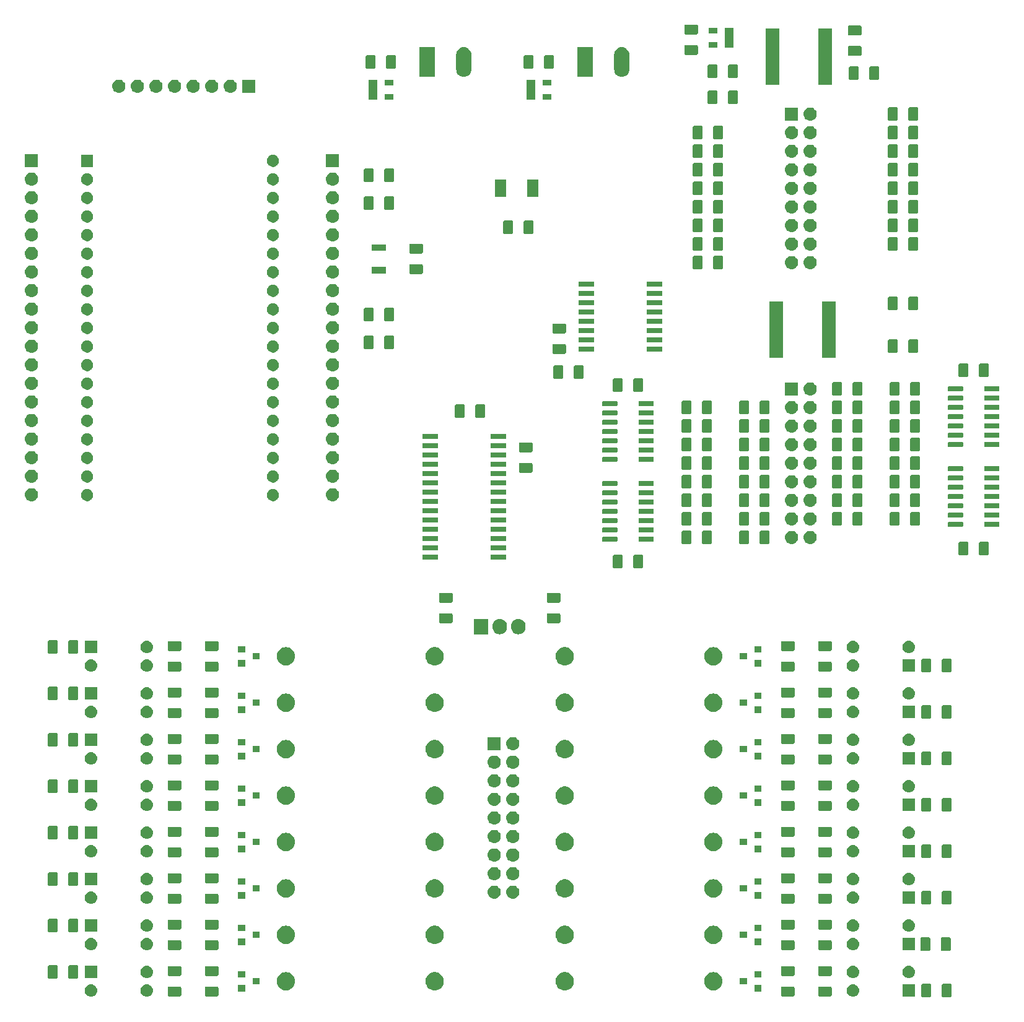
<source format=gbr>
G04 #@! TF.GenerationSoftware,KiCad,Pcbnew,(5.1.4)-1*
G04 #@! TF.CreationDate,2019-12-26T01:30:00-05:00*
G04 #@! TF.ProjectId,SingleBMS,53696e67-6c65-4424-9d53-2e6b69636164,rev?*
G04 #@! TF.SameCoordinates,Original*
G04 #@! TF.FileFunction,Soldermask,Top*
G04 #@! TF.FilePolarity,Negative*
%FSLAX46Y46*%
G04 Gerber Fmt 4.6, Leading zero omitted, Abs format (unit mm)*
G04 Created by KiCad (PCBNEW (5.1.4)-1) date 2019-12-26 01:30:00*
%MOMM*%
%LPD*%
G04 APERTURE LIST*
%ADD10C,0.100000*%
G04 APERTURE END LIST*
D10*
G36*
X261252604Y-145636347D02*
G01*
X261289144Y-145647432D01*
X261322821Y-145665433D01*
X261352341Y-145689659D01*
X261376567Y-145719179D01*
X261394568Y-145752856D01*
X261405653Y-145789396D01*
X261410000Y-145833538D01*
X261410000Y-147282462D01*
X261405653Y-147326604D01*
X261394568Y-147363144D01*
X261376567Y-147396821D01*
X261352341Y-147426341D01*
X261322821Y-147450567D01*
X261289144Y-147468568D01*
X261252604Y-147479653D01*
X261208462Y-147484000D01*
X260259538Y-147484000D01*
X260215396Y-147479653D01*
X260178856Y-147468568D01*
X260145179Y-147450567D01*
X260115659Y-147426341D01*
X260091433Y-147396821D01*
X260073432Y-147363144D01*
X260062347Y-147326604D01*
X260058000Y-147282462D01*
X260058000Y-145833538D01*
X260062347Y-145789396D01*
X260073432Y-145752856D01*
X260091433Y-145719179D01*
X260115659Y-145689659D01*
X260145179Y-145665433D01*
X260178856Y-145647432D01*
X260215396Y-145636347D01*
X260259538Y-145632000D01*
X261208462Y-145632000D01*
X261252604Y-145636347D01*
X261252604Y-145636347D01*
G37*
G36*
X258452604Y-145636347D02*
G01*
X258489144Y-145647432D01*
X258522821Y-145665433D01*
X258552341Y-145689659D01*
X258576567Y-145719179D01*
X258594568Y-145752856D01*
X258605653Y-145789396D01*
X258610000Y-145833538D01*
X258610000Y-147282462D01*
X258605653Y-147326604D01*
X258594568Y-147363144D01*
X258576567Y-147396821D01*
X258552341Y-147426341D01*
X258522821Y-147450567D01*
X258489144Y-147468568D01*
X258452604Y-147479653D01*
X258408462Y-147484000D01*
X257459538Y-147484000D01*
X257415396Y-147479653D01*
X257378856Y-147468568D01*
X257345179Y-147450567D01*
X257315659Y-147426341D01*
X257291433Y-147396821D01*
X257273432Y-147363144D01*
X257262347Y-147326604D01*
X257258000Y-147282462D01*
X257258000Y-145833538D01*
X257262347Y-145789396D01*
X257273432Y-145752856D01*
X257291433Y-145719179D01*
X257315659Y-145689659D01*
X257345179Y-145665433D01*
X257378856Y-145647432D01*
X257415396Y-145636347D01*
X257459538Y-145632000D01*
X258408462Y-145632000D01*
X258452604Y-145636347D01*
X258452604Y-145636347D01*
G37*
G36*
X256375000Y-147409000D02*
G01*
X254673000Y-147409000D01*
X254673000Y-145707000D01*
X256375000Y-145707000D01*
X256375000Y-147409000D01*
X256375000Y-147409000D01*
G37*
G36*
X151550823Y-145719313D02*
G01*
X151711242Y-145767976D01*
X151833900Y-145833538D01*
X151859078Y-145846996D01*
X151988659Y-145953341D01*
X152095004Y-146082922D01*
X152095005Y-146082924D01*
X152174024Y-146230758D01*
X152222687Y-146391177D01*
X152239117Y-146558000D01*
X152222687Y-146724823D01*
X152174024Y-146885242D01*
X152103114Y-147017906D01*
X152095004Y-147033078D01*
X151988659Y-147162659D01*
X151859078Y-147269004D01*
X151859076Y-147269005D01*
X151711242Y-147348024D01*
X151550823Y-147396687D01*
X151425804Y-147409000D01*
X151342196Y-147409000D01*
X151217177Y-147396687D01*
X151056758Y-147348024D01*
X150908924Y-147269005D01*
X150908922Y-147269004D01*
X150779341Y-147162659D01*
X150672996Y-147033078D01*
X150664886Y-147017906D01*
X150593976Y-146885242D01*
X150545313Y-146724823D01*
X150528883Y-146558000D01*
X150545313Y-146391177D01*
X150593976Y-146230758D01*
X150672995Y-146082924D01*
X150672996Y-146082922D01*
X150779341Y-145953341D01*
X150908922Y-145846996D01*
X150934100Y-145833538D01*
X151056758Y-145767976D01*
X151217177Y-145719313D01*
X151342196Y-145707000D01*
X151425804Y-145707000D01*
X151550823Y-145719313D01*
X151550823Y-145719313D01*
G37*
G36*
X143930823Y-145719313D02*
G01*
X144091242Y-145767976D01*
X144213900Y-145833538D01*
X144239078Y-145846996D01*
X144368659Y-145953341D01*
X144475004Y-146082922D01*
X144475005Y-146082924D01*
X144554024Y-146230758D01*
X144602687Y-146391177D01*
X144619117Y-146558000D01*
X144602687Y-146724823D01*
X144554024Y-146885242D01*
X144483114Y-147017906D01*
X144475004Y-147033078D01*
X144368659Y-147162659D01*
X144239078Y-147269004D01*
X144239076Y-147269005D01*
X144091242Y-147348024D01*
X143930823Y-147396687D01*
X143805804Y-147409000D01*
X143722196Y-147409000D01*
X143597177Y-147396687D01*
X143436758Y-147348024D01*
X143288924Y-147269005D01*
X143288922Y-147269004D01*
X143159341Y-147162659D01*
X143052996Y-147033078D01*
X143044886Y-147017906D01*
X142973976Y-146885242D01*
X142925313Y-146724823D01*
X142908883Y-146558000D01*
X142925313Y-146391177D01*
X142973976Y-146230758D01*
X143052995Y-146082924D01*
X143052996Y-146082922D01*
X143159341Y-145953341D01*
X143288922Y-145846996D01*
X143314100Y-145833538D01*
X143436758Y-145767976D01*
X143597177Y-145719313D01*
X143722196Y-145707000D01*
X143805804Y-145707000D01*
X143930823Y-145719313D01*
X143930823Y-145719313D01*
G37*
G36*
X248070823Y-145719313D02*
G01*
X248231242Y-145767976D01*
X248353900Y-145833538D01*
X248379078Y-145846996D01*
X248508659Y-145953341D01*
X248615004Y-146082922D01*
X248615005Y-146082924D01*
X248694024Y-146230758D01*
X248742687Y-146391177D01*
X248759117Y-146558000D01*
X248742687Y-146724823D01*
X248694024Y-146885242D01*
X248623114Y-147017906D01*
X248615004Y-147033078D01*
X248508659Y-147162659D01*
X248379078Y-147269004D01*
X248379076Y-147269005D01*
X248231242Y-147348024D01*
X248070823Y-147396687D01*
X247945804Y-147409000D01*
X247862196Y-147409000D01*
X247737177Y-147396687D01*
X247576758Y-147348024D01*
X247428924Y-147269005D01*
X247428922Y-147269004D01*
X247299341Y-147162659D01*
X247192996Y-147033078D01*
X247184886Y-147017906D01*
X247113976Y-146885242D01*
X247065313Y-146724823D01*
X247048883Y-146558000D01*
X247065313Y-146391177D01*
X247113976Y-146230758D01*
X247192995Y-146082924D01*
X247192996Y-146082922D01*
X247299341Y-145953341D01*
X247428922Y-145846996D01*
X247454100Y-145833538D01*
X247576758Y-145767976D01*
X247737177Y-145719313D01*
X247862196Y-145707000D01*
X247945804Y-145707000D01*
X248070823Y-145719313D01*
X248070823Y-145719313D01*
G37*
G36*
X239782604Y-146016347D02*
G01*
X239819144Y-146027432D01*
X239852821Y-146045433D01*
X239882341Y-146069659D01*
X239906567Y-146099179D01*
X239924568Y-146132856D01*
X239935653Y-146169396D01*
X239940000Y-146213538D01*
X239940000Y-147162462D01*
X239935653Y-147206604D01*
X239924568Y-147243144D01*
X239906567Y-147276821D01*
X239882341Y-147306341D01*
X239852821Y-147330567D01*
X239819144Y-147348568D01*
X239782604Y-147359653D01*
X239738462Y-147364000D01*
X238289538Y-147364000D01*
X238245396Y-147359653D01*
X238208856Y-147348568D01*
X238175179Y-147330567D01*
X238145659Y-147306341D01*
X238121433Y-147276821D01*
X238103432Y-147243144D01*
X238092347Y-147206604D01*
X238088000Y-147162462D01*
X238088000Y-146213538D01*
X238092347Y-146169396D01*
X238103432Y-146132856D01*
X238121433Y-146099179D01*
X238145659Y-146069659D01*
X238175179Y-146045433D01*
X238208856Y-146027432D01*
X238245396Y-146016347D01*
X238289538Y-146012000D01*
X239738462Y-146012000D01*
X239782604Y-146016347D01*
X239782604Y-146016347D01*
G37*
G36*
X155962604Y-146016347D02*
G01*
X155999144Y-146027432D01*
X156032821Y-146045433D01*
X156062341Y-146069659D01*
X156086567Y-146099179D01*
X156104568Y-146132856D01*
X156115653Y-146169396D01*
X156120000Y-146213538D01*
X156120000Y-147162462D01*
X156115653Y-147206604D01*
X156104568Y-147243144D01*
X156086567Y-147276821D01*
X156062341Y-147306341D01*
X156032821Y-147330567D01*
X155999144Y-147348568D01*
X155962604Y-147359653D01*
X155918462Y-147364000D01*
X154469538Y-147364000D01*
X154425396Y-147359653D01*
X154388856Y-147348568D01*
X154355179Y-147330567D01*
X154325659Y-147306341D01*
X154301433Y-147276821D01*
X154283432Y-147243144D01*
X154272347Y-147206604D01*
X154268000Y-147162462D01*
X154268000Y-146213538D01*
X154272347Y-146169396D01*
X154283432Y-146132856D01*
X154301433Y-146099179D01*
X154325659Y-146069659D01*
X154355179Y-146045433D01*
X154388856Y-146027432D01*
X154425396Y-146016347D01*
X154469538Y-146012000D01*
X155918462Y-146012000D01*
X155962604Y-146016347D01*
X155962604Y-146016347D01*
G37*
G36*
X161042604Y-146016347D02*
G01*
X161079144Y-146027432D01*
X161112821Y-146045433D01*
X161142341Y-146069659D01*
X161166567Y-146099179D01*
X161184568Y-146132856D01*
X161195653Y-146169396D01*
X161200000Y-146213538D01*
X161200000Y-147162462D01*
X161195653Y-147206604D01*
X161184568Y-147243144D01*
X161166567Y-147276821D01*
X161142341Y-147306341D01*
X161112821Y-147330567D01*
X161079144Y-147348568D01*
X161042604Y-147359653D01*
X160998462Y-147364000D01*
X159549538Y-147364000D01*
X159505396Y-147359653D01*
X159468856Y-147348568D01*
X159435179Y-147330567D01*
X159405659Y-147306341D01*
X159381433Y-147276821D01*
X159363432Y-147243144D01*
X159352347Y-147206604D01*
X159348000Y-147162462D01*
X159348000Y-146213538D01*
X159352347Y-146169396D01*
X159363432Y-146132856D01*
X159381433Y-146099179D01*
X159405659Y-146069659D01*
X159435179Y-146045433D01*
X159468856Y-146027432D01*
X159505396Y-146016347D01*
X159549538Y-146012000D01*
X160998462Y-146012000D01*
X161042604Y-146016347D01*
X161042604Y-146016347D01*
G37*
G36*
X244862604Y-146016347D02*
G01*
X244899144Y-146027432D01*
X244932821Y-146045433D01*
X244962341Y-146069659D01*
X244986567Y-146099179D01*
X245004568Y-146132856D01*
X245015653Y-146169396D01*
X245020000Y-146213538D01*
X245020000Y-147162462D01*
X245015653Y-147206604D01*
X245004568Y-147243144D01*
X244986567Y-147276821D01*
X244962341Y-147306341D01*
X244932821Y-147330567D01*
X244899144Y-147348568D01*
X244862604Y-147359653D01*
X244818462Y-147364000D01*
X243369538Y-147364000D01*
X243325396Y-147359653D01*
X243288856Y-147348568D01*
X243255179Y-147330567D01*
X243225659Y-147306341D01*
X243201433Y-147276821D01*
X243183432Y-147243144D01*
X243172347Y-147206604D01*
X243168000Y-147162462D01*
X243168000Y-146213538D01*
X243172347Y-146169396D01*
X243183432Y-146132856D01*
X243201433Y-146099179D01*
X243225659Y-146069659D01*
X243255179Y-146045433D01*
X243288856Y-146027432D01*
X243325396Y-146016347D01*
X243369538Y-146012000D01*
X244818462Y-146012000D01*
X244862604Y-146016347D01*
X244862604Y-146016347D01*
G37*
G36*
X164855000Y-146689000D02*
G01*
X163853000Y-146689000D01*
X163853000Y-145787000D01*
X164855000Y-145787000D01*
X164855000Y-146689000D01*
X164855000Y-146689000D01*
G37*
G36*
X235435000Y-146689000D02*
G01*
X234433000Y-146689000D01*
X234433000Y-145787000D01*
X235435000Y-145787000D01*
X235435000Y-146689000D01*
X235435000Y-146689000D01*
G37*
G36*
X170679239Y-144055101D02*
G01*
X170915053Y-144126634D01*
X171132381Y-144242799D01*
X171322871Y-144399129D01*
X171479201Y-144589619D01*
X171595366Y-144806947D01*
X171666899Y-145042761D01*
X171691053Y-145288000D01*
X171666899Y-145533239D01*
X171595366Y-145769053D01*
X171479201Y-145986381D01*
X171322871Y-146176871D01*
X171132381Y-146333201D01*
X170915053Y-146449366D01*
X170679239Y-146520899D01*
X170495457Y-146539000D01*
X170372543Y-146539000D01*
X170188761Y-146520899D01*
X169952947Y-146449366D01*
X169735619Y-146333201D01*
X169545129Y-146176871D01*
X169388799Y-145986381D01*
X169272634Y-145769053D01*
X169201101Y-145533239D01*
X169176947Y-145288000D01*
X169201101Y-145042761D01*
X169272634Y-144806947D01*
X169388799Y-144589619D01*
X169545129Y-144399129D01*
X169735619Y-144242799D01*
X169952947Y-144126634D01*
X170188761Y-144055101D01*
X170372543Y-144037000D01*
X170495457Y-144037000D01*
X170679239Y-144055101D01*
X170679239Y-144055101D01*
G37*
G36*
X229099239Y-144055101D02*
G01*
X229335053Y-144126634D01*
X229552381Y-144242799D01*
X229742871Y-144399129D01*
X229899201Y-144589619D01*
X230015366Y-144806947D01*
X230086899Y-145042761D01*
X230111053Y-145288000D01*
X230086899Y-145533239D01*
X230015366Y-145769053D01*
X229899201Y-145986381D01*
X229742871Y-146176871D01*
X229552381Y-146333201D01*
X229335053Y-146449366D01*
X229099239Y-146520899D01*
X228915457Y-146539000D01*
X228792543Y-146539000D01*
X228608761Y-146520899D01*
X228372947Y-146449366D01*
X228155619Y-146333201D01*
X227965129Y-146176871D01*
X227808799Y-145986381D01*
X227692634Y-145769053D01*
X227621101Y-145533239D01*
X227596947Y-145288000D01*
X227621101Y-145042761D01*
X227692634Y-144806947D01*
X227808799Y-144589619D01*
X227965129Y-144399129D01*
X228155619Y-144242799D01*
X228372947Y-144126634D01*
X228608761Y-144055101D01*
X228792543Y-144037000D01*
X228915457Y-144037000D01*
X229099239Y-144055101D01*
X229099239Y-144055101D01*
G37*
G36*
X208898903Y-144085075D02*
G01*
X208999236Y-144126634D01*
X209126571Y-144179378D01*
X209331466Y-144316285D01*
X209505715Y-144490534D01*
X209571922Y-144589620D01*
X209642623Y-144695431D01*
X209736925Y-144923097D01*
X209785000Y-145164786D01*
X209785000Y-145411214D01*
X209736925Y-145652903D01*
X209712779Y-145711198D01*
X209642622Y-145880571D01*
X209505715Y-146085466D01*
X209331466Y-146259715D01*
X209126571Y-146396622D01*
X209126570Y-146396623D01*
X209126569Y-146396623D01*
X208898903Y-146490925D01*
X208657214Y-146539000D01*
X208410786Y-146539000D01*
X208169097Y-146490925D01*
X207941431Y-146396623D01*
X207941430Y-146396623D01*
X207941429Y-146396622D01*
X207736534Y-146259715D01*
X207562285Y-146085466D01*
X207425378Y-145880571D01*
X207355222Y-145711198D01*
X207331075Y-145652903D01*
X207283000Y-145411214D01*
X207283000Y-145164786D01*
X207331075Y-144923097D01*
X207425377Y-144695431D01*
X207496078Y-144589620D01*
X207562285Y-144490534D01*
X207736534Y-144316285D01*
X207941429Y-144179378D01*
X208068765Y-144126634D01*
X208169097Y-144085075D01*
X208410786Y-144037000D01*
X208657214Y-144037000D01*
X208898903Y-144085075D01*
X208898903Y-144085075D01*
G37*
G36*
X191118903Y-144085075D02*
G01*
X191219236Y-144126634D01*
X191346571Y-144179378D01*
X191551466Y-144316285D01*
X191725715Y-144490534D01*
X191791922Y-144589620D01*
X191862623Y-144695431D01*
X191956925Y-144923097D01*
X192005000Y-145164786D01*
X192005000Y-145411214D01*
X191956925Y-145652903D01*
X191932779Y-145711198D01*
X191862622Y-145880571D01*
X191725715Y-146085466D01*
X191551466Y-146259715D01*
X191346571Y-146396622D01*
X191346570Y-146396623D01*
X191346569Y-146396623D01*
X191118903Y-146490925D01*
X190877214Y-146539000D01*
X190630786Y-146539000D01*
X190389097Y-146490925D01*
X190161431Y-146396623D01*
X190161430Y-146396623D01*
X190161429Y-146396622D01*
X189956534Y-146259715D01*
X189782285Y-146085466D01*
X189645378Y-145880571D01*
X189575222Y-145711198D01*
X189551075Y-145652903D01*
X189503000Y-145411214D01*
X189503000Y-145164786D01*
X189551075Y-144923097D01*
X189645377Y-144695431D01*
X189716078Y-144589620D01*
X189782285Y-144490534D01*
X189956534Y-144316285D01*
X190161429Y-144179378D01*
X190288765Y-144126634D01*
X190389097Y-144085075D01*
X190630786Y-144037000D01*
X190877214Y-144037000D01*
X191118903Y-144085075D01*
X191118903Y-144085075D01*
G37*
G36*
X233435000Y-145739000D02*
G01*
X232433000Y-145739000D01*
X232433000Y-144837000D01*
X233435000Y-144837000D01*
X233435000Y-145739000D01*
X233435000Y-145739000D01*
G37*
G36*
X166855000Y-145739000D02*
G01*
X165853000Y-145739000D01*
X165853000Y-144837000D01*
X166855000Y-144837000D01*
X166855000Y-145739000D01*
X166855000Y-145739000D01*
G37*
G36*
X141872604Y-143096347D02*
G01*
X141909144Y-143107432D01*
X141942821Y-143125433D01*
X141972341Y-143149659D01*
X141996567Y-143179179D01*
X142014568Y-143212856D01*
X142025653Y-143249396D01*
X142030000Y-143293538D01*
X142030000Y-144742462D01*
X142025653Y-144786604D01*
X142014568Y-144823144D01*
X141996567Y-144856821D01*
X141972341Y-144886341D01*
X141942821Y-144910567D01*
X141909144Y-144928568D01*
X141872604Y-144939653D01*
X141828462Y-144944000D01*
X140879538Y-144944000D01*
X140835396Y-144939653D01*
X140798856Y-144928568D01*
X140765179Y-144910567D01*
X140735659Y-144886341D01*
X140711433Y-144856821D01*
X140693432Y-144823144D01*
X140682347Y-144786604D01*
X140678000Y-144742462D01*
X140678000Y-143293538D01*
X140682347Y-143249396D01*
X140693432Y-143212856D01*
X140711433Y-143179179D01*
X140735659Y-143149659D01*
X140765179Y-143125433D01*
X140798856Y-143107432D01*
X140835396Y-143096347D01*
X140879538Y-143092000D01*
X141828462Y-143092000D01*
X141872604Y-143096347D01*
X141872604Y-143096347D01*
G37*
G36*
X139072604Y-143096347D02*
G01*
X139109144Y-143107432D01*
X139142821Y-143125433D01*
X139172341Y-143149659D01*
X139196567Y-143179179D01*
X139214568Y-143212856D01*
X139225653Y-143249396D01*
X139230000Y-143293538D01*
X139230000Y-144742462D01*
X139225653Y-144786604D01*
X139214568Y-144823144D01*
X139196567Y-144856821D01*
X139172341Y-144886341D01*
X139142821Y-144910567D01*
X139109144Y-144928568D01*
X139072604Y-144939653D01*
X139028462Y-144944000D01*
X138079538Y-144944000D01*
X138035396Y-144939653D01*
X137998856Y-144928568D01*
X137965179Y-144910567D01*
X137935659Y-144886341D01*
X137911433Y-144856821D01*
X137893432Y-144823144D01*
X137882347Y-144786604D01*
X137878000Y-144742462D01*
X137878000Y-143293538D01*
X137882347Y-143249396D01*
X137893432Y-143212856D01*
X137911433Y-143179179D01*
X137935659Y-143149659D01*
X137965179Y-143125433D01*
X137998856Y-143107432D01*
X138035396Y-143096347D01*
X138079538Y-143092000D01*
X139028462Y-143092000D01*
X139072604Y-143096347D01*
X139072604Y-143096347D01*
G37*
G36*
X248070823Y-143179313D02*
G01*
X248231242Y-143227976D01*
X248309225Y-143269659D01*
X248379078Y-143306996D01*
X248508659Y-143413341D01*
X248615004Y-143542922D01*
X248615005Y-143542924D01*
X248694024Y-143690758D01*
X248742687Y-143851177D01*
X248759117Y-144018000D01*
X248742687Y-144184823D01*
X248694024Y-144345242D01*
X248665220Y-144399130D01*
X248615004Y-144493078D01*
X248508659Y-144622659D01*
X248379078Y-144729004D01*
X248379076Y-144729005D01*
X248231242Y-144808024D01*
X248070823Y-144856687D01*
X247945804Y-144869000D01*
X247862196Y-144869000D01*
X247737177Y-144856687D01*
X247576758Y-144808024D01*
X247428924Y-144729005D01*
X247428922Y-144729004D01*
X247299341Y-144622659D01*
X247192996Y-144493078D01*
X247142780Y-144399130D01*
X247113976Y-144345242D01*
X247065313Y-144184823D01*
X247048883Y-144018000D01*
X247065313Y-143851177D01*
X247113976Y-143690758D01*
X247192995Y-143542924D01*
X247192996Y-143542922D01*
X247299341Y-143413341D01*
X247428922Y-143306996D01*
X247498775Y-143269659D01*
X247576758Y-143227976D01*
X247737177Y-143179313D01*
X247862196Y-143167000D01*
X247945804Y-143167000D01*
X248070823Y-143179313D01*
X248070823Y-143179313D01*
G37*
G36*
X255690823Y-143179313D02*
G01*
X255851242Y-143227976D01*
X255929225Y-143269659D01*
X255999078Y-143306996D01*
X256128659Y-143413341D01*
X256235004Y-143542922D01*
X256235005Y-143542924D01*
X256314024Y-143690758D01*
X256362687Y-143851177D01*
X256379117Y-144018000D01*
X256362687Y-144184823D01*
X256314024Y-144345242D01*
X256285220Y-144399130D01*
X256235004Y-144493078D01*
X256128659Y-144622659D01*
X255999078Y-144729004D01*
X255999076Y-144729005D01*
X255851242Y-144808024D01*
X255690823Y-144856687D01*
X255565804Y-144869000D01*
X255482196Y-144869000D01*
X255357177Y-144856687D01*
X255196758Y-144808024D01*
X255048924Y-144729005D01*
X255048922Y-144729004D01*
X254919341Y-144622659D01*
X254812996Y-144493078D01*
X254762780Y-144399130D01*
X254733976Y-144345242D01*
X254685313Y-144184823D01*
X254668883Y-144018000D01*
X254685313Y-143851177D01*
X254733976Y-143690758D01*
X254812995Y-143542924D01*
X254812996Y-143542922D01*
X254919341Y-143413341D01*
X255048922Y-143306996D01*
X255118775Y-143269659D01*
X255196758Y-143227976D01*
X255357177Y-143179313D01*
X255482196Y-143167000D01*
X255565804Y-143167000D01*
X255690823Y-143179313D01*
X255690823Y-143179313D01*
G37*
G36*
X151550823Y-143179313D02*
G01*
X151711242Y-143227976D01*
X151789225Y-143269659D01*
X151859078Y-143306996D01*
X151988659Y-143413341D01*
X152095004Y-143542922D01*
X152095005Y-143542924D01*
X152174024Y-143690758D01*
X152222687Y-143851177D01*
X152239117Y-144018000D01*
X152222687Y-144184823D01*
X152174024Y-144345242D01*
X152145220Y-144399130D01*
X152095004Y-144493078D01*
X151988659Y-144622659D01*
X151859078Y-144729004D01*
X151859076Y-144729005D01*
X151711242Y-144808024D01*
X151550823Y-144856687D01*
X151425804Y-144869000D01*
X151342196Y-144869000D01*
X151217177Y-144856687D01*
X151056758Y-144808024D01*
X150908924Y-144729005D01*
X150908922Y-144729004D01*
X150779341Y-144622659D01*
X150672996Y-144493078D01*
X150622780Y-144399130D01*
X150593976Y-144345242D01*
X150545313Y-144184823D01*
X150528883Y-144018000D01*
X150545313Y-143851177D01*
X150593976Y-143690758D01*
X150672995Y-143542924D01*
X150672996Y-143542922D01*
X150779341Y-143413341D01*
X150908922Y-143306996D01*
X150978775Y-143269659D01*
X151056758Y-143227976D01*
X151217177Y-143179313D01*
X151342196Y-143167000D01*
X151425804Y-143167000D01*
X151550823Y-143179313D01*
X151550823Y-143179313D01*
G37*
G36*
X144615000Y-144869000D02*
G01*
X142913000Y-144869000D01*
X142913000Y-143167000D01*
X144615000Y-143167000D01*
X144615000Y-144869000D01*
X144615000Y-144869000D01*
G37*
G36*
X235435000Y-144789000D02*
G01*
X234433000Y-144789000D01*
X234433000Y-143887000D01*
X235435000Y-143887000D01*
X235435000Y-144789000D01*
X235435000Y-144789000D01*
G37*
G36*
X164855000Y-144789000D02*
G01*
X163853000Y-144789000D01*
X163853000Y-143887000D01*
X164855000Y-143887000D01*
X164855000Y-144789000D01*
X164855000Y-144789000D01*
G37*
G36*
X239782604Y-143216347D02*
G01*
X239819144Y-143227432D01*
X239852821Y-143245433D01*
X239882341Y-143269659D01*
X239906567Y-143299179D01*
X239924568Y-143332856D01*
X239935653Y-143369396D01*
X239940000Y-143413538D01*
X239940000Y-144362462D01*
X239935653Y-144406604D01*
X239924568Y-144443144D01*
X239906567Y-144476821D01*
X239882341Y-144506341D01*
X239852821Y-144530567D01*
X239819144Y-144548568D01*
X239782604Y-144559653D01*
X239738462Y-144564000D01*
X238289538Y-144564000D01*
X238245396Y-144559653D01*
X238208856Y-144548568D01*
X238175179Y-144530567D01*
X238145659Y-144506341D01*
X238121433Y-144476821D01*
X238103432Y-144443144D01*
X238092347Y-144406604D01*
X238088000Y-144362462D01*
X238088000Y-143413538D01*
X238092347Y-143369396D01*
X238103432Y-143332856D01*
X238121433Y-143299179D01*
X238145659Y-143269659D01*
X238175179Y-143245433D01*
X238208856Y-143227432D01*
X238245396Y-143216347D01*
X238289538Y-143212000D01*
X239738462Y-143212000D01*
X239782604Y-143216347D01*
X239782604Y-143216347D01*
G37*
G36*
X244862604Y-143216347D02*
G01*
X244899144Y-143227432D01*
X244932821Y-143245433D01*
X244962341Y-143269659D01*
X244986567Y-143299179D01*
X245004568Y-143332856D01*
X245015653Y-143369396D01*
X245020000Y-143413538D01*
X245020000Y-144362462D01*
X245015653Y-144406604D01*
X245004568Y-144443144D01*
X244986567Y-144476821D01*
X244962341Y-144506341D01*
X244932821Y-144530567D01*
X244899144Y-144548568D01*
X244862604Y-144559653D01*
X244818462Y-144564000D01*
X243369538Y-144564000D01*
X243325396Y-144559653D01*
X243288856Y-144548568D01*
X243255179Y-144530567D01*
X243225659Y-144506341D01*
X243201433Y-144476821D01*
X243183432Y-144443144D01*
X243172347Y-144406604D01*
X243168000Y-144362462D01*
X243168000Y-143413538D01*
X243172347Y-143369396D01*
X243183432Y-143332856D01*
X243201433Y-143299179D01*
X243225659Y-143269659D01*
X243255179Y-143245433D01*
X243288856Y-143227432D01*
X243325396Y-143216347D01*
X243369538Y-143212000D01*
X244818462Y-143212000D01*
X244862604Y-143216347D01*
X244862604Y-143216347D01*
G37*
G36*
X161042604Y-143216347D02*
G01*
X161079144Y-143227432D01*
X161112821Y-143245433D01*
X161142341Y-143269659D01*
X161166567Y-143299179D01*
X161184568Y-143332856D01*
X161195653Y-143369396D01*
X161200000Y-143413538D01*
X161200000Y-144362462D01*
X161195653Y-144406604D01*
X161184568Y-144443144D01*
X161166567Y-144476821D01*
X161142341Y-144506341D01*
X161112821Y-144530567D01*
X161079144Y-144548568D01*
X161042604Y-144559653D01*
X160998462Y-144564000D01*
X159549538Y-144564000D01*
X159505396Y-144559653D01*
X159468856Y-144548568D01*
X159435179Y-144530567D01*
X159405659Y-144506341D01*
X159381433Y-144476821D01*
X159363432Y-144443144D01*
X159352347Y-144406604D01*
X159348000Y-144362462D01*
X159348000Y-143413538D01*
X159352347Y-143369396D01*
X159363432Y-143332856D01*
X159381433Y-143299179D01*
X159405659Y-143269659D01*
X159435179Y-143245433D01*
X159468856Y-143227432D01*
X159505396Y-143216347D01*
X159549538Y-143212000D01*
X160998462Y-143212000D01*
X161042604Y-143216347D01*
X161042604Y-143216347D01*
G37*
G36*
X155962604Y-143216347D02*
G01*
X155999144Y-143227432D01*
X156032821Y-143245433D01*
X156062341Y-143269659D01*
X156086567Y-143299179D01*
X156104568Y-143332856D01*
X156115653Y-143369396D01*
X156120000Y-143413538D01*
X156120000Y-144362462D01*
X156115653Y-144406604D01*
X156104568Y-144443144D01*
X156086567Y-144476821D01*
X156062341Y-144506341D01*
X156032821Y-144530567D01*
X155999144Y-144548568D01*
X155962604Y-144559653D01*
X155918462Y-144564000D01*
X154469538Y-144564000D01*
X154425396Y-144559653D01*
X154388856Y-144548568D01*
X154355179Y-144530567D01*
X154325659Y-144506341D01*
X154301433Y-144476821D01*
X154283432Y-144443144D01*
X154272347Y-144406604D01*
X154268000Y-144362462D01*
X154268000Y-143413538D01*
X154272347Y-143369396D01*
X154283432Y-143332856D01*
X154301433Y-143299179D01*
X154325659Y-143269659D01*
X154355179Y-143245433D01*
X154388856Y-143227432D01*
X154425396Y-143216347D01*
X154469538Y-143212000D01*
X155918462Y-143212000D01*
X155962604Y-143216347D01*
X155962604Y-143216347D01*
G37*
G36*
X258322604Y-139286347D02*
G01*
X258359144Y-139297432D01*
X258392821Y-139315433D01*
X258422341Y-139339659D01*
X258446567Y-139369179D01*
X258464568Y-139402856D01*
X258475653Y-139439396D01*
X258480000Y-139483538D01*
X258480000Y-140932462D01*
X258475653Y-140976604D01*
X258464568Y-141013144D01*
X258446567Y-141046821D01*
X258422341Y-141076341D01*
X258392821Y-141100567D01*
X258359144Y-141118568D01*
X258322604Y-141129653D01*
X258278462Y-141134000D01*
X257329538Y-141134000D01*
X257285396Y-141129653D01*
X257248856Y-141118568D01*
X257215179Y-141100567D01*
X257185659Y-141076341D01*
X257161433Y-141046821D01*
X257143432Y-141013144D01*
X257132347Y-140976604D01*
X257128000Y-140932462D01*
X257128000Y-139483538D01*
X257132347Y-139439396D01*
X257143432Y-139402856D01*
X257161433Y-139369179D01*
X257185659Y-139339659D01*
X257215179Y-139315433D01*
X257248856Y-139297432D01*
X257285396Y-139286347D01*
X257329538Y-139282000D01*
X258278462Y-139282000D01*
X258322604Y-139286347D01*
X258322604Y-139286347D01*
G37*
G36*
X261122604Y-139286347D02*
G01*
X261159144Y-139297432D01*
X261192821Y-139315433D01*
X261222341Y-139339659D01*
X261246567Y-139369179D01*
X261264568Y-139402856D01*
X261275653Y-139439396D01*
X261280000Y-139483538D01*
X261280000Y-140932462D01*
X261275653Y-140976604D01*
X261264568Y-141013144D01*
X261246567Y-141046821D01*
X261222341Y-141076341D01*
X261192821Y-141100567D01*
X261159144Y-141118568D01*
X261122604Y-141129653D01*
X261078462Y-141134000D01*
X260129538Y-141134000D01*
X260085396Y-141129653D01*
X260048856Y-141118568D01*
X260015179Y-141100567D01*
X259985659Y-141076341D01*
X259961433Y-141046821D01*
X259943432Y-141013144D01*
X259932347Y-140976604D01*
X259928000Y-140932462D01*
X259928000Y-139483538D01*
X259932347Y-139439396D01*
X259943432Y-139402856D01*
X259961433Y-139369179D01*
X259985659Y-139339659D01*
X260015179Y-139315433D01*
X260048856Y-139297432D01*
X260085396Y-139286347D01*
X260129538Y-139282000D01*
X261078462Y-139282000D01*
X261122604Y-139286347D01*
X261122604Y-139286347D01*
G37*
G36*
X256375000Y-141059000D02*
G01*
X254673000Y-141059000D01*
X254673000Y-139357000D01*
X256375000Y-139357000D01*
X256375000Y-141059000D01*
X256375000Y-141059000D01*
G37*
G36*
X248070823Y-139369313D02*
G01*
X248231242Y-139417976D01*
X248353900Y-139483538D01*
X248379078Y-139496996D01*
X248508659Y-139603341D01*
X248615004Y-139732922D01*
X248615005Y-139732924D01*
X248694024Y-139880758D01*
X248742687Y-140041177D01*
X248759117Y-140208000D01*
X248742687Y-140374823D01*
X248694024Y-140535242D01*
X248623114Y-140667906D01*
X248615004Y-140683078D01*
X248508659Y-140812659D01*
X248379078Y-140919004D01*
X248379076Y-140919005D01*
X248231242Y-140998024D01*
X248070823Y-141046687D01*
X247945804Y-141059000D01*
X247862196Y-141059000D01*
X247737177Y-141046687D01*
X247576758Y-140998024D01*
X247428924Y-140919005D01*
X247428922Y-140919004D01*
X247299341Y-140812659D01*
X247192996Y-140683078D01*
X247184886Y-140667906D01*
X247113976Y-140535242D01*
X247065313Y-140374823D01*
X247048883Y-140208000D01*
X247065313Y-140041177D01*
X247113976Y-139880758D01*
X247192995Y-139732924D01*
X247192996Y-139732922D01*
X247299341Y-139603341D01*
X247428922Y-139496996D01*
X247454100Y-139483538D01*
X247576758Y-139417976D01*
X247737177Y-139369313D01*
X247862196Y-139357000D01*
X247945804Y-139357000D01*
X248070823Y-139369313D01*
X248070823Y-139369313D01*
G37*
G36*
X151550823Y-139369313D02*
G01*
X151711242Y-139417976D01*
X151833900Y-139483538D01*
X151859078Y-139496996D01*
X151988659Y-139603341D01*
X152095004Y-139732922D01*
X152095005Y-139732924D01*
X152174024Y-139880758D01*
X152222687Y-140041177D01*
X152239117Y-140208000D01*
X152222687Y-140374823D01*
X152174024Y-140535242D01*
X152103114Y-140667906D01*
X152095004Y-140683078D01*
X151988659Y-140812659D01*
X151859078Y-140919004D01*
X151859076Y-140919005D01*
X151711242Y-140998024D01*
X151550823Y-141046687D01*
X151425804Y-141059000D01*
X151342196Y-141059000D01*
X151217177Y-141046687D01*
X151056758Y-140998024D01*
X150908924Y-140919005D01*
X150908922Y-140919004D01*
X150779341Y-140812659D01*
X150672996Y-140683078D01*
X150664886Y-140667906D01*
X150593976Y-140535242D01*
X150545313Y-140374823D01*
X150528883Y-140208000D01*
X150545313Y-140041177D01*
X150593976Y-139880758D01*
X150672995Y-139732924D01*
X150672996Y-139732922D01*
X150779341Y-139603341D01*
X150908922Y-139496996D01*
X150934100Y-139483538D01*
X151056758Y-139417976D01*
X151217177Y-139369313D01*
X151342196Y-139357000D01*
X151425804Y-139357000D01*
X151550823Y-139369313D01*
X151550823Y-139369313D01*
G37*
G36*
X143930823Y-139369313D02*
G01*
X144091242Y-139417976D01*
X144213900Y-139483538D01*
X144239078Y-139496996D01*
X144368659Y-139603341D01*
X144475004Y-139732922D01*
X144475005Y-139732924D01*
X144554024Y-139880758D01*
X144602687Y-140041177D01*
X144619117Y-140208000D01*
X144602687Y-140374823D01*
X144554024Y-140535242D01*
X144483114Y-140667906D01*
X144475004Y-140683078D01*
X144368659Y-140812659D01*
X144239078Y-140919004D01*
X144239076Y-140919005D01*
X144091242Y-140998024D01*
X143930823Y-141046687D01*
X143805804Y-141059000D01*
X143722196Y-141059000D01*
X143597177Y-141046687D01*
X143436758Y-140998024D01*
X143288924Y-140919005D01*
X143288922Y-140919004D01*
X143159341Y-140812659D01*
X143052996Y-140683078D01*
X143044886Y-140667906D01*
X142973976Y-140535242D01*
X142925313Y-140374823D01*
X142908883Y-140208000D01*
X142925313Y-140041177D01*
X142973976Y-139880758D01*
X143052995Y-139732924D01*
X143052996Y-139732922D01*
X143159341Y-139603341D01*
X143288922Y-139496996D01*
X143314100Y-139483538D01*
X143436758Y-139417976D01*
X143597177Y-139369313D01*
X143722196Y-139357000D01*
X143805804Y-139357000D01*
X143930823Y-139369313D01*
X143930823Y-139369313D01*
G37*
G36*
X239782604Y-139666347D02*
G01*
X239819144Y-139677432D01*
X239852821Y-139695433D01*
X239882341Y-139719659D01*
X239906567Y-139749179D01*
X239924568Y-139782856D01*
X239935653Y-139819396D01*
X239940000Y-139863538D01*
X239940000Y-140812462D01*
X239935653Y-140856604D01*
X239924568Y-140893144D01*
X239906567Y-140926821D01*
X239882341Y-140956341D01*
X239852821Y-140980567D01*
X239819144Y-140998568D01*
X239782604Y-141009653D01*
X239738462Y-141014000D01*
X238289538Y-141014000D01*
X238245396Y-141009653D01*
X238208856Y-140998568D01*
X238175179Y-140980567D01*
X238145659Y-140956341D01*
X238121433Y-140926821D01*
X238103432Y-140893144D01*
X238092347Y-140856604D01*
X238088000Y-140812462D01*
X238088000Y-139863538D01*
X238092347Y-139819396D01*
X238103432Y-139782856D01*
X238121433Y-139749179D01*
X238145659Y-139719659D01*
X238175179Y-139695433D01*
X238208856Y-139677432D01*
X238245396Y-139666347D01*
X238289538Y-139662000D01*
X239738462Y-139662000D01*
X239782604Y-139666347D01*
X239782604Y-139666347D01*
G37*
G36*
X155962604Y-139666347D02*
G01*
X155999144Y-139677432D01*
X156032821Y-139695433D01*
X156062341Y-139719659D01*
X156086567Y-139749179D01*
X156104568Y-139782856D01*
X156115653Y-139819396D01*
X156120000Y-139863538D01*
X156120000Y-140812462D01*
X156115653Y-140856604D01*
X156104568Y-140893144D01*
X156086567Y-140926821D01*
X156062341Y-140956341D01*
X156032821Y-140980567D01*
X155999144Y-140998568D01*
X155962604Y-141009653D01*
X155918462Y-141014000D01*
X154469538Y-141014000D01*
X154425396Y-141009653D01*
X154388856Y-140998568D01*
X154355179Y-140980567D01*
X154325659Y-140956341D01*
X154301433Y-140926821D01*
X154283432Y-140893144D01*
X154272347Y-140856604D01*
X154268000Y-140812462D01*
X154268000Y-139863538D01*
X154272347Y-139819396D01*
X154283432Y-139782856D01*
X154301433Y-139749179D01*
X154325659Y-139719659D01*
X154355179Y-139695433D01*
X154388856Y-139677432D01*
X154425396Y-139666347D01*
X154469538Y-139662000D01*
X155918462Y-139662000D01*
X155962604Y-139666347D01*
X155962604Y-139666347D01*
G37*
G36*
X244862604Y-139666347D02*
G01*
X244899144Y-139677432D01*
X244932821Y-139695433D01*
X244962341Y-139719659D01*
X244986567Y-139749179D01*
X245004568Y-139782856D01*
X245015653Y-139819396D01*
X245020000Y-139863538D01*
X245020000Y-140812462D01*
X245015653Y-140856604D01*
X245004568Y-140893144D01*
X244986567Y-140926821D01*
X244962341Y-140956341D01*
X244932821Y-140980567D01*
X244899144Y-140998568D01*
X244862604Y-141009653D01*
X244818462Y-141014000D01*
X243369538Y-141014000D01*
X243325396Y-141009653D01*
X243288856Y-140998568D01*
X243255179Y-140980567D01*
X243225659Y-140956341D01*
X243201433Y-140926821D01*
X243183432Y-140893144D01*
X243172347Y-140856604D01*
X243168000Y-140812462D01*
X243168000Y-139863538D01*
X243172347Y-139819396D01*
X243183432Y-139782856D01*
X243201433Y-139749179D01*
X243225659Y-139719659D01*
X243255179Y-139695433D01*
X243288856Y-139677432D01*
X243325396Y-139666347D01*
X243369538Y-139662000D01*
X244818462Y-139662000D01*
X244862604Y-139666347D01*
X244862604Y-139666347D01*
G37*
G36*
X161042604Y-139666347D02*
G01*
X161079144Y-139677432D01*
X161112821Y-139695433D01*
X161142341Y-139719659D01*
X161166567Y-139749179D01*
X161184568Y-139782856D01*
X161195653Y-139819396D01*
X161200000Y-139863538D01*
X161200000Y-140812462D01*
X161195653Y-140856604D01*
X161184568Y-140893144D01*
X161166567Y-140926821D01*
X161142341Y-140956341D01*
X161112821Y-140980567D01*
X161079144Y-140998568D01*
X161042604Y-141009653D01*
X160998462Y-141014000D01*
X159549538Y-141014000D01*
X159505396Y-141009653D01*
X159468856Y-140998568D01*
X159435179Y-140980567D01*
X159405659Y-140956341D01*
X159381433Y-140926821D01*
X159363432Y-140893144D01*
X159352347Y-140856604D01*
X159348000Y-140812462D01*
X159348000Y-139863538D01*
X159352347Y-139819396D01*
X159363432Y-139782856D01*
X159381433Y-139749179D01*
X159405659Y-139719659D01*
X159435179Y-139695433D01*
X159468856Y-139677432D01*
X159505396Y-139666347D01*
X159549538Y-139662000D01*
X160998462Y-139662000D01*
X161042604Y-139666347D01*
X161042604Y-139666347D01*
G37*
G36*
X235435000Y-140339000D02*
G01*
X234433000Y-140339000D01*
X234433000Y-139437000D01*
X235435000Y-139437000D01*
X235435000Y-140339000D01*
X235435000Y-140339000D01*
G37*
G36*
X164855000Y-140339000D02*
G01*
X163853000Y-140339000D01*
X163853000Y-139437000D01*
X164855000Y-139437000D01*
X164855000Y-140339000D01*
X164855000Y-140339000D01*
G37*
G36*
X170679239Y-137705101D02*
G01*
X170915053Y-137776634D01*
X171132381Y-137892799D01*
X171322871Y-138049129D01*
X171479201Y-138239619D01*
X171595366Y-138456947D01*
X171666899Y-138692761D01*
X171691053Y-138938000D01*
X171666899Y-139183239D01*
X171595366Y-139419053D01*
X171479201Y-139636381D01*
X171322871Y-139826871D01*
X171132381Y-139983201D01*
X170915053Y-140099366D01*
X170679239Y-140170899D01*
X170495457Y-140189000D01*
X170372543Y-140189000D01*
X170188761Y-140170899D01*
X169952947Y-140099366D01*
X169735619Y-139983201D01*
X169545129Y-139826871D01*
X169388799Y-139636381D01*
X169272634Y-139419053D01*
X169201101Y-139183239D01*
X169176947Y-138938000D01*
X169201101Y-138692761D01*
X169272634Y-138456947D01*
X169388799Y-138239619D01*
X169545129Y-138049129D01*
X169735619Y-137892799D01*
X169952947Y-137776634D01*
X170188761Y-137705101D01*
X170372543Y-137687000D01*
X170495457Y-137687000D01*
X170679239Y-137705101D01*
X170679239Y-137705101D01*
G37*
G36*
X229099239Y-137705101D02*
G01*
X229335053Y-137776634D01*
X229552381Y-137892799D01*
X229742871Y-138049129D01*
X229899201Y-138239619D01*
X230015366Y-138456947D01*
X230086899Y-138692761D01*
X230111053Y-138938000D01*
X230086899Y-139183239D01*
X230015366Y-139419053D01*
X229899201Y-139636381D01*
X229742871Y-139826871D01*
X229552381Y-139983201D01*
X229335053Y-140099366D01*
X229099239Y-140170899D01*
X228915457Y-140189000D01*
X228792543Y-140189000D01*
X228608761Y-140170899D01*
X228372947Y-140099366D01*
X228155619Y-139983201D01*
X227965129Y-139826871D01*
X227808799Y-139636381D01*
X227692634Y-139419053D01*
X227621101Y-139183239D01*
X227596947Y-138938000D01*
X227621101Y-138692761D01*
X227692634Y-138456947D01*
X227808799Y-138239619D01*
X227965129Y-138049129D01*
X228155619Y-137892799D01*
X228372947Y-137776634D01*
X228608761Y-137705101D01*
X228792543Y-137687000D01*
X228915457Y-137687000D01*
X229099239Y-137705101D01*
X229099239Y-137705101D01*
G37*
G36*
X208898903Y-137735075D02*
G01*
X208999236Y-137776634D01*
X209126571Y-137829378D01*
X209331466Y-137966285D01*
X209505715Y-138140534D01*
X209571922Y-138239620D01*
X209642623Y-138345431D01*
X209736925Y-138573097D01*
X209785000Y-138814786D01*
X209785000Y-139061214D01*
X209736925Y-139302903D01*
X209712779Y-139361198D01*
X209642622Y-139530571D01*
X209505715Y-139735466D01*
X209331466Y-139909715D01*
X209126571Y-140046622D01*
X209126570Y-140046623D01*
X209126569Y-140046623D01*
X208898903Y-140140925D01*
X208657214Y-140189000D01*
X208410786Y-140189000D01*
X208169097Y-140140925D01*
X207941431Y-140046623D01*
X207941430Y-140046623D01*
X207941429Y-140046622D01*
X207736534Y-139909715D01*
X207562285Y-139735466D01*
X207425378Y-139530571D01*
X207355222Y-139361198D01*
X207331075Y-139302903D01*
X207283000Y-139061214D01*
X207283000Y-138814786D01*
X207331075Y-138573097D01*
X207425377Y-138345431D01*
X207496078Y-138239620D01*
X207562285Y-138140534D01*
X207736534Y-137966285D01*
X207941429Y-137829378D01*
X208068765Y-137776634D01*
X208169097Y-137735075D01*
X208410786Y-137687000D01*
X208657214Y-137687000D01*
X208898903Y-137735075D01*
X208898903Y-137735075D01*
G37*
G36*
X191118903Y-137735075D02*
G01*
X191219236Y-137776634D01*
X191346571Y-137829378D01*
X191551466Y-137966285D01*
X191725715Y-138140534D01*
X191791922Y-138239620D01*
X191862623Y-138345431D01*
X191956925Y-138573097D01*
X192005000Y-138814786D01*
X192005000Y-139061214D01*
X191956925Y-139302903D01*
X191932779Y-139361198D01*
X191862622Y-139530571D01*
X191725715Y-139735466D01*
X191551466Y-139909715D01*
X191346571Y-140046622D01*
X191346570Y-140046623D01*
X191346569Y-140046623D01*
X191118903Y-140140925D01*
X190877214Y-140189000D01*
X190630786Y-140189000D01*
X190389097Y-140140925D01*
X190161431Y-140046623D01*
X190161430Y-140046623D01*
X190161429Y-140046622D01*
X189956534Y-139909715D01*
X189782285Y-139735466D01*
X189645378Y-139530571D01*
X189575222Y-139361198D01*
X189551075Y-139302903D01*
X189503000Y-139061214D01*
X189503000Y-138814786D01*
X189551075Y-138573097D01*
X189645377Y-138345431D01*
X189716078Y-138239620D01*
X189782285Y-138140534D01*
X189956534Y-137966285D01*
X190161429Y-137829378D01*
X190288765Y-137776634D01*
X190389097Y-137735075D01*
X190630786Y-137687000D01*
X190877214Y-137687000D01*
X191118903Y-137735075D01*
X191118903Y-137735075D01*
G37*
G36*
X166855000Y-139389000D02*
G01*
X165853000Y-139389000D01*
X165853000Y-138487000D01*
X166855000Y-138487000D01*
X166855000Y-139389000D01*
X166855000Y-139389000D01*
G37*
G36*
X233435000Y-139389000D02*
G01*
X232433000Y-139389000D01*
X232433000Y-138487000D01*
X233435000Y-138487000D01*
X233435000Y-139389000D01*
X233435000Y-139389000D01*
G37*
G36*
X141872604Y-136746347D02*
G01*
X141909144Y-136757432D01*
X141942821Y-136775433D01*
X141972341Y-136799659D01*
X141996567Y-136829179D01*
X142014568Y-136862856D01*
X142025653Y-136899396D01*
X142030000Y-136943538D01*
X142030000Y-138392462D01*
X142025653Y-138436604D01*
X142014568Y-138473144D01*
X141996567Y-138506821D01*
X141972341Y-138536341D01*
X141942821Y-138560567D01*
X141909144Y-138578568D01*
X141872604Y-138589653D01*
X141828462Y-138594000D01*
X140879538Y-138594000D01*
X140835396Y-138589653D01*
X140798856Y-138578568D01*
X140765179Y-138560567D01*
X140735659Y-138536341D01*
X140711433Y-138506821D01*
X140693432Y-138473144D01*
X140682347Y-138436604D01*
X140678000Y-138392462D01*
X140678000Y-136943538D01*
X140682347Y-136899396D01*
X140693432Y-136862856D01*
X140711433Y-136829179D01*
X140735659Y-136799659D01*
X140765179Y-136775433D01*
X140798856Y-136757432D01*
X140835396Y-136746347D01*
X140879538Y-136742000D01*
X141828462Y-136742000D01*
X141872604Y-136746347D01*
X141872604Y-136746347D01*
G37*
G36*
X139072604Y-136746347D02*
G01*
X139109144Y-136757432D01*
X139142821Y-136775433D01*
X139172341Y-136799659D01*
X139196567Y-136829179D01*
X139214568Y-136862856D01*
X139225653Y-136899396D01*
X139230000Y-136943538D01*
X139230000Y-138392462D01*
X139225653Y-138436604D01*
X139214568Y-138473144D01*
X139196567Y-138506821D01*
X139172341Y-138536341D01*
X139142821Y-138560567D01*
X139109144Y-138578568D01*
X139072604Y-138589653D01*
X139028462Y-138594000D01*
X138079538Y-138594000D01*
X138035396Y-138589653D01*
X137998856Y-138578568D01*
X137965179Y-138560567D01*
X137935659Y-138536341D01*
X137911433Y-138506821D01*
X137893432Y-138473144D01*
X137882347Y-138436604D01*
X137878000Y-138392462D01*
X137878000Y-136943538D01*
X137882347Y-136899396D01*
X137893432Y-136862856D01*
X137911433Y-136829179D01*
X137935659Y-136799659D01*
X137965179Y-136775433D01*
X137998856Y-136757432D01*
X138035396Y-136746347D01*
X138079538Y-136742000D01*
X139028462Y-136742000D01*
X139072604Y-136746347D01*
X139072604Y-136746347D01*
G37*
G36*
X144615000Y-138519000D02*
G01*
X142913000Y-138519000D01*
X142913000Y-136817000D01*
X144615000Y-136817000D01*
X144615000Y-138519000D01*
X144615000Y-138519000D01*
G37*
G36*
X151550823Y-136829313D02*
G01*
X151711242Y-136877976D01*
X151789225Y-136919659D01*
X151859078Y-136956996D01*
X151988659Y-137063341D01*
X152095004Y-137192922D01*
X152095005Y-137192924D01*
X152174024Y-137340758D01*
X152222687Y-137501177D01*
X152239117Y-137668000D01*
X152222687Y-137834823D01*
X152174024Y-137995242D01*
X152145220Y-138049130D01*
X152095004Y-138143078D01*
X151988659Y-138272659D01*
X151859078Y-138379004D01*
X151859076Y-138379005D01*
X151711242Y-138458024D01*
X151550823Y-138506687D01*
X151425804Y-138519000D01*
X151342196Y-138519000D01*
X151217177Y-138506687D01*
X151056758Y-138458024D01*
X150908924Y-138379005D01*
X150908922Y-138379004D01*
X150779341Y-138272659D01*
X150672996Y-138143078D01*
X150622780Y-138049130D01*
X150593976Y-137995242D01*
X150545313Y-137834823D01*
X150528883Y-137668000D01*
X150545313Y-137501177D01*
X150593976Y-137340758D01*
X150672995Y-137192924D01*
X150672996Y-137192922D01*
X150779341Y-137063341D01*
X150908922Y-136956996D01*
X150978775Y-136919659D01*
X151056758Y-136877976D01*
X151217177Y-136829313D01*
X151342196Y-136817000D01*
X151425804Y-136817000D01*
X151550823Y-136829313D01*
X151550823Y-136829313D01*
G37*
G36*
X255690823Y-136829313D02*
G01*
X255851242Y-136877976D01*
X255929225Y-136919659D01*
X255999078Y-136956996D01*
X256128659Y-137063341D01*
X256235004Y-137192922D01*
X256235005Y-137192924D01*
X256314024Y-137340758D01*
X256362687Y-137501177D01*
X256379117Y-137668000D01*
X256362687Y-137834823D01*
X256314024Y-137995242D01*
X256285220Y-138049130D01*
X256235004Y-138143078D01*
X256128659Y-138272659D01*
X255999078Y-138379004D01*
X255999076Y-138379005D01*
X255851242Y-138458024D01*
X255690823Y-138506687D01*
X255565804Y-138519000D01*
X255482196Y-138519000D01*
X255357177Y-138506687D01*
X255196758Y-138458024D01*
X255048924Y-138379005D01*
X255048922Y-138379004D01*
X254919341Y-138272659D01*
X254812996Y-138143078D01*
X254762780Y-138049130D01*
X254733976Y-137995242D01*
X254685313Y-137834823D01*
X254668883Y-137668000D01*
X254685313Y-137501177D01*
X254733976Y-137340758D01*
X254812995Y-137192924D01*
X254812996Y-137192922D01*
X254919341Y-137063341D01*
X255048922Y-136956996D01*
X255118775Y-136919659D01*
X255196758Y-136877976D01*
X255357177Y-136829313D01*
X255482196Y-136817000D01*
X255565804Y-136817000D01*
X255690823Y-136829313D01*
X255690823Y-136829313D01*
G37*
G36*
X248070823Y-136829313D02*
G01*
X248231242Y-136877976D01*
X248309225Y-136919659D01*
X248379078Y-136956996D01*
X248508659Y-137063341D01*
X248615004Y-137192922D01*
X248615005Y-137192924D01*
X248694024Y-137340758D01*
X248742687Y-137501177D01*
X248759117Y-137668000D01*
X248742687Y-137834823D01*
X248694024Y-137995242D01*
X248665220Y-138049130D01*
X248615004Y-138143078D01*
X248508659Y-138272659D01*
X248379078Y-138379004D01*
X248379076Y-138379005D01*
X248231242Y-138458024D01*
X248070823Y-138506687D01*
X247945804Y-138519000D01*
X247862196Y-138519000D01*
X247737177Y-138506687D01*
X247576758Y-138458024D01*
X247428924Y-138379005D01*
X247428922Y-138379004D01*
X247299341Y-138272659D01*
X247192996Y-138143078D01*
X247142780Y-138049130D01*
X247113976Y-137995242D01*
X247065313Y-137834823D01*
X247048883Y-137668000D01*
X247065313Y-137501177D01*
X247113976Y-137340758D01*
X247192995Y-137192924D01*
X247192996Y-137192922D01*
X247299341Y-137063341D01*
X247428922Y-136956996D01*
X247498775Y-136919659D01*
X247576758Y-136877976D01*
X247737177Y-136829313D01*
X247862196Y-136817000D01*
X247945804Y-136817000D01*
X248070823Y-136829313D01*
X248070823Y-136829313D01*
G37*
G36*
X164855000Y-138439000D02*
G01*
X163853000Y-138439000D01*
X163853000Y-137537000D01*
X164855000Y-137537000D01*
X164855000Y-138439000D01*
X164855000Y-138439000D01*
G37*
G36*
X235435000Y-138439000D02*
G01*
X234433000Y-138439000D01*
X234433000Y-137537000D01*
X235435000Y-137537000D01*
X235435000Y-138439000D01*
X235435000Y-138439000D01*
G37*
G36*
X244862604Y-136866347D02*
G01*
X244899144Y-136877432D01*
X244932821Y-136895433D01*
X244962341Y-136919659D01*
X244986567Y-136949179D01*
X245004568Y-136982856D01*
X245015653Y-137019396D01*
X245020000Y-137063538D01*
X245020000Y-138012462D01*
X245015653Y-138056604D01*
X245004568Y-138093144D01*
X244986567Y-138126821D01*
X244962341Y-138156341D01*
X244932821Y-138180567D01*
X244899144Y-138198568D01*
X244862604Y-138209653D01*
X244818462Y-138214000D01*
X243369538Y-138214000D01*
X243325396Y-138209653D01*
X243288856Y-138198568D01*
X243255179Y-138180567D01*
X243225659Y-138156341D01*
X243201433Y-138126821D01*
X243183432Y-138093144D01*
X243172347Y-138056604D01*
X243168000Y-138012462D01*
X243168000Y-137063538D01*
X243172347Y-137019396D01*
X243183432Y-136982856D01*
X243201433Y-136949179D01*
X243225659Y-136919659D01*
X243255179Y-136895433D01*
X243288856Y-136877432D01*
X243325396Y-136866347D01*
X243369538Y-136862000D01*
X244818462Y-136862000D01*
X244862604Y-136866347D01*
X244862604Y-136866347D01*
G37*
G36*
X155962604Y-136866347D02*
G01*
X155999144Y-136877432D01*
X156032821Y-136895433D01*
X156062341Y-136919659D01*
X156086567Y-136949179D01*
X156104568Y-136982856D01*
X156115653Y-137019396D01*
X156120000Y-137063538D01*
X156120000Y-138012462D01*
X156115653Y-138056604D01*
X156104568Y-138093144D01*
X156086567Y-138126821D01*
X156062341Y-138156341D01*
X156032821Y-138180567D01*
X155999144Y-138198568D01*
X155962604Y-138209653D01*
X155918462Y-138214000D01*
X154469538Y-138214000D01*
X154425396Y-138209653D01*
X154388856Y-138198568D01*
X154355179Y-138180567D01*
X154325659Y-138156341D01*
X154301433Y-138126821D01*
X154283432Y-138093144D01*
X154272347Y-138056604D01*
X154268000Y-138012462D01*
X154268000Y-137063538D01*
X154272347Y-137019396D01*
X154283432Y-136982856D01*
X154301433Y-136949179D01*
X154325659Y-136919659D01*
X154355179Y-136895433D01*
X154388856Y-136877432D01*
X154425396Y-136866347D01*
X154469538Y-136862000D01*
X155918462Y-136862000D01*
X155962604Y-136866347D01*
X155962604Y-136866347D01*
G37*
G36*
X161042604Y-136866347D02*
G01*
X161079144Y-136877432D01*
X161112821Y-136895433D01*
X161142341Y-136919659D01*
X161166567Y-136949179D01*
X161184568Y-136982856D01*
X161195653Y-137019396D01*
X161200000Y-137063538D01*
X161200000Y-138012462D01*
X161195653Y-138056604D01*
X161184568Y-138093144D01*
X161166567Y-138126821D01*
X161142341Y-138156341D01*
X161112821Y-138180567D01*
X161079144Y-138198568D01*
X161042604Y-138209653D01*
X160998462Y-138214000D01*
X159549538Y-138214000D01*
X159505396Y-138209653D01*
X159468856Y-138198568D01*
X159435179Y-138180567D01*
X159405659Y-138156341D01*
X159381433Y-138126821D01*
X159363432Y-138093144D01*
X159352347Y-138056604D01*
X159348000Y-138012462D01*
X159348000Y-137063538D01*
X159352347Y-137019396D01*
X159363432Y-136982856D01*
X159381433Y-136949179D01*
X159405659Y-136919659D01*
X159435179Y-136895433D01*
X159468856Y-136877432D01*
X159505396Y-136866347D01*
X159549538Y-136862000D01*
X160998462Y-136862000D01*
X161042604Y-136866347D01*
X161042604Y-136866347D01*
G37*
G36*
X239782604Y-136866347D02*
G01*
X239819144Y-136877432D01*
X239852821Y-136895433D01*
X239882341Y-136919659D01*
X239906567Y-136949179D01*
X239924568Y-136982856D01*
X239935653Y-137019396D01*
X239940000Y-137063538D01*
X239940000Y-138012462D01*
X239935653Y-138056604D01*
X239924568Y-138093144D01*
X239906567Y-138126821D01*
X239882341Y-138156341D01*
X239852821Y-138180567D01*
X239819144Y-138198568D01*
X239782604Y-138209653D01*
X239738462Y-138214000D01*
X238289538Y-138214000D01*
X238245396Y-138209653D01*
X238208856Y-138198568D01*
X238175179Y-138180567D01*
X238145659Y-138156341D01*
X238121433Y-138126821D01*
X238103432Y-138093144D01*
X238092347Y-138056604D01*
X238088000Y-138012462D01*
X238088000Y-137063538D01*
X238092347Y-137019396D01*
X238103432Y-136982856D01*
X238121433Y-136949179D01*
X238145659Y-136919659D01*
X238175179Y-136895433D01*
X238208856Y-136877432D01*
X238245396Y-136866347D01*
X238289538Y-136862000D01*
X239738462Y-136862000D01*
X239782604Y-136866347D01*
X239782604Y-136866347D01*
G37*
G36*
X258452604Y-132936347D02*
G01*
X258489144Y-132947432D01*
X258522821Y-132965433D01*
X258552341Y-132989659D01*
X258576567Y-133019179D01*
X258594568Y-133052856D01*
X258605653Y-133089396D01*
X258610000Y-133133538D01*
X258610000Y-134582462D01*
X258605653Y-134626604D01*
X258594568Y-134663144D01*
X258576567Y-134696821D01*
X258552341Y-134726341D01*
X258522821Y-134750567D01*
X258489144Y-134768568D01*
X258452604Y-134779653D01*
X258408462Y-134784000D01*
X257459538Y-134784000D01*
X257415396Y-134779653D01*
X257378856Y-134768568D01*
X257345179Y-134750567D01*
X257315659Y-134726341D01*
X257291433Y-134696821D01*
X257273432Y-134663144D01*
X257262347Y-134626604D01*
X257258000Y-134582462D01*
X257258000Y-133133538D01*
X257262347Y-133089396D01*
X257273432Y-133052856D01*
X257291433Y-133019179D01*
X257315659Y-132989659D01*
X257345179Y-132965433D01*
X257378856Y-132947432D01*
X257415396Y-132936347D01*
X257459538Y-132932000D01*
X258408462Y-132932000D01*
X258452604Y-132936347D01*
X258452604Y-132936347D01*
G37*
G36*
X261252604Y-132936347D02*
G01*
X261289144Y-132947432D01*
X261322821Y-132965433D01*
X261352341Y-132989659D01*
X261376567Y-133019179D01*
X261394568Y-133052856D01*
X261405653Y-133089396D01*
X261410000Y-133133538D01*
X261410000Y-134582462D01*
X261405653Y-134626604D01*
X261394568Y-134663144D01*
X261376567Y-134696821D01*
X261352341Y-134726341D01*
X261322821Y-134750567D01*
X261289144Y-134768568D01*
X261252604Y-134779653D01*
X261208462Y-134784000D01*
X260259538Y-134784000D01*
X260215396Y-134779653D01*
X260178856Y-134768568D01*
X260145179Y-134750567D01*
X260115659Y-134726341D01*
X260091433Y-134696821D01*
X260073432Y-134663144D01*
X260062347Y-134626604D01*
X260058000Y-134582462D01*
X260058000Y-133133538D01*
X260062347Y-133089396D01*
X260073432Y-133052856D01*
X260091433Y-133019179D01*
X260115659Y-132989659D01*
X260145179Y-132965433D01*
X260178856Y-132947432D01*
X260215396Y-132936347D01*
X260259538Y-132932000D01*
X261208462Y-132932000D01*
X261252604Y-132936347D01*
X261252604Y-132936347D01*
G37*
G36*
X151550823Y-133019313D02*
G01*
X151711242Y-133067976D01*
X151833900Y-133133538D01*
X151859078Y-133146996D01*
X151988659Y-133253341D01*
X152095004Y-133382922D01*
X152095005Y-133382924D01*
X152174024Y-133530758D01*
X152222687Y-133691177D01*
X152239117Y-133858000D01*
X152222687Y-134024823D01*
X152174024Y-134185242D01*
X152103114Y-134317906D01*
X152095004Y-134333078D01*
X151988659Y-134462659D01*
X151859078Y-134569004D01*
X151859076Y-134569005D01*
X151711242Y-134648024D01*
X151550823Y-134696687D01*
X151425804Y-134709000D01*
X151342196Y-134709000D01*
X151217177Y-134696687D01*
X151056758Y-134648024D01*
X150908924Y-134569005D01*
X150908922Y-134569004D01*
X150779341Y-134462659D01*
X150672996Y-134333078D01*
X150664886Y-134317906D01*
X150593976Y-134185242D01*
X150545313Y-134024823D01*
X150528883Y-133858000D01*
X150545313Y-133691177D01*
X150593976Y-133530758D01*
X150672995Y-133382924D01*
X150672996Y-133382922D01*
X150779341Y-133253341D01*
X150908922Y-133146996D01*
X150934100Y-133133538D01*
X151056758Y-133067976D01*
X151217177Y-133019313D01*
X151342196Y-133007000D01*
X151425804Y-133007000D01*
X151550823Y-133019313D01*
X151550823Y-133019313D01*
G37*
G36*
X248070823Y-133019313D02*
G01*
X248231242Y-133067976D01*
X248353900Y-133133538D01*
X248379078Y-133146996D01*
X248508659Y-133253341D01*
X248615004Y-133382922D01*
X248615005Y-133382924D01*
X248694024Y-133530758D01*
X248742687Y-133691177D01*
X248759117Y-133858000D01*
X248742687Y-134024823D01*
X248694024Y-134185242D01*
X248623114Y-134317906D01*
X248615004Y-134333078D01*
X248508659Y-134462659D01*
X248379078Y-134569004D01*
X248379076Y-134569005D01*
X248231242Y-134648024D01*
X248070823Y-134696687D01*
X247945804Y-134709000D01*
X247862196Y-134709000D01*
X247737177Y-134696687D01*
X247576758Y-134648024D01*
X247428924Y-134569005D01*
X247428922Y-134569004D01*
X247299341Y-134462659D01*
X247192996Y-134333078D01*
X247184886Y-134317906D01*
X247113976Y-134185242D01*
X247065313Y-134024823D01*
X247048883Y-133858000D01*
X247065313Y-133691177D01*
X247113976Y-133530758D01*
X247192995Y-133382924D01*
X247192996Y-133382922D01*
X247299341Y-133253341D01*
X247428922Y-133146996D01*
X247454100Y-133133538D01*
X247576758Y-133067976D01*
X247737177Y-133019313D01*
X247862196Y-133007000D01*
X247945804Y-133007000D01*
X248070823Y-133019313D01*
X248070823Y-133019313D01*
G37*
G36*
X143930823Y-133019313D02*
G01*
X144091242Y-133067976D01*
X144213900Y-133133538D01*
X144239078Y-133146996D01*
X144368659Y-133253341D01*
X144475004Y-133382922D01*
X144475005Y-133382924D01*
X144554024Y-133530758D01*
X144602687Y-133691177D01*
X144619117Y-133858000D01*
X144602687Y-134024823D01*
X144554024Y-134185242D01*
X144483114Y-134317906D01*
X144475004Y-134333078D01*
X144368659Y-134462659D01*
X144239078Y-134569004D01*
X144239076Y-134569005D01*
X144091242Y-134648024D01*
X143930823Y-134696687D01*
X143805804Y-134709000D01*
X143722196Y-134709000D01*
X143597177Y-134696687D01*
X143436758Y-134648024D01*
X143288924Y-134569005D01*
X143288922Y-134569004D01*
X143159341Y-134462659D01*
X143052996Y-134333078D01*
X143044886Y-134317906D01*
X142973976Y-134185242D01*
X142925313Y-134024823D01*
X142908883Y-133858000D01*
X142925313Y-133691177D01*
X142973976Y-133530758D01*
X143052995Y-133382924D01*
X143052996Y-133382922D01*
X143159341Y-133253341D01*
X143288922Y-133146996D01*
X143314100Y-133133538D01*
X143436758Y-133067976D01*
X143597177Y-133019313D01*
X143722196Y-133007000D01*
X143805804Y-133007000D01*
X143930823Y-133019313D01*
X143930823Y-133019313D01*
G37*
G36*
X256375000Y-134709000D02*
G01*
X254673000Y-134709000D01*
X254673000Y-133007000D01*
X256375000Y-133007000D01*
X256375000Y-134709000D01*
X256375000Y-134709000D01*
G37*
G36*
X155962604Y-133316347D02*
G01*
X155999144Y-133327432D01*
X156032821Y-133345433D01*
X156062341Y-133369659D01*
X156086567Y-133399179D01*
X156104568Y-133432856D01*
X156115653Y-133469396D01*
X156120000Y-133513538D01*
X156120000Y-134462462D01*
X156115653Y-134506604D01*
X156104568Y-134543144D01*
X156086567Y-134576821D01*
X156062341Y-134606341D01*
X156032821Y-134630567D01*
X155999144Y-134648568D01*
X155962604Y-134659653D01*
X155918462Y-134664000D01*
X154469538Y-134664000D01*
X154425396Y-134659653D01*
X154388856Y-134648568D01*
X154355179Y-134630567D01*
X154325659Y-134606341D01*
X154301433Y-134576821D01*
X154283432Y-134543144D01*
X154272347Y-134506604D01*
X154268000Y-134462462D01*
X154268000Y-133513538D01*
X154272347Y-133469396D01*
X154283432Y-133432856D01*
X154301433Y-133399179D01*
X154325659Y-133369659D01*
X154355179Y-133345433D01*
X154388856Y-133327432D01*
X154425396Y-133316347D01*
X154469538Y-133312000D01*
X155918462Y-133312000D01*
X155962604Y-133316347D01*
X155962604Y-133316347D01*
G37*
G36*
X161042604Y-133316347D02*
G01*
X161079144Y-133327432D01*
X161112821Y-133345433D01*
X161142341Y-133369659D01*
X161166567Y-133399179D01*
X161184568Y-133432856D01*
X161195653Y-133469396D01*
X161200000Y-133513538D01*
X161200000Y-134462462D01*
X161195653Y-134506604D01*
X161184568Y-134543144D01*
X161166567Y-134576821D01*
X161142341Y-134606341D01*
X161112821Y-134630567D01*
X161079144Y-134648568D01*
X161042604Y-134659653D01*
X160998462Y-134664000D01*
X159549538Y-134664000D01*
X159505396Y-134659653D01*
X159468856Y-134648568D01*
X159435179Y-134630567D01*
X159405659Y-134606341D01*
X159381433Y-134576821D01*
X159363432Y-134543144D01*
X159352347Y-134506604D01*
X159348000Y-134462462D01*
X159348000Y-133513538D01*
X159352347Y-133469396D01*
X159363432Y-133432856D01*
X159381433Y-133399179D01*
X159405659Y-133369659D01*
X159435179Y-133345433D01*
X159468856Y-133327432D01*
X159505396Y-133316347D01*
X159549538Y-133312000D01*
X160998462Y-133312000D01*
X161042604Y-133316347D01*
X161042604Y-133316347D01*
G37*
G36*
X239782604Y-133316347D02*
G01*
X239819144Y-133327432D01*
X239852821Y-133345433D01*
X239882341Y-133369659D01*
X239906567Y-133399179D01*
X239924568Y-133432856D01*
X239935653Y-133469396D01*
X239940000Y-133513538D01*
X239940000Y-134462462D01*
X239935653Y-134506604D01*
X239924568Y-134543144D01*
X239906567Y-134576821D01*
X239882341Y-134606341D01*
X239852821Y-134630567D01*
X239819144Y-134648568D01*
X239782604Y-134659653D01*
X239738462Y-134664000D01*
X238289538Y-134664000D01*
X238245396Y-134659653D01*
X238208856Y-134648568D01*
X238175179Y-134630567D01*
X238145659Y-134606341D01*
X238121433Y-134576821D01*
X238103432Y-134543144D01*
X238092347Y-134506604D01*
X238088000Y-134462462D01*
X238088000Y-133513538D01*
X238092347Y-133469396D01*
X238103432Y-133432856D01*
X238121433Y-133399179D01*
X238145659Y-133369659D01*
X238175179Y-133345433D01*
X238208856Y-133327432D01*
X238245396Y-133316347D01*
X238289538Y-133312000D01*
X239738462Y-133312000D01*
X239782604Y-133316347D01*
X239782604Y-133316347D01*
G37*
G36*
X244862604Y-133316347D02*
G01*
X244899144Y-133327432D01*
X244932821Y-133345433D01*
X244962341Y-133369659D01*
X244986567Y-133399179D01*
X245004568Y-133432856D01*
X245015653Y-133469396D01*
X245020000Y-133513538D01*
X245020000Y-134462462D01*
X245015653Y-134506604D01*
X245004568Y-134543144D01*
X244986567Y-134576821D01*
X244962341Y-134606341D01*
X244932821Y-134630567D01*
X244899144Y-134648568D01*
X244862604Y-134659653D01*
X244818462Y-134664000D01*
X243369538Y-134664000D01*
X243325396Y-134659653D01*
X243288856Y-134648568D01*
X243255179Y-134630567D01*
X243225659Y-134606341D01*
X243201433Y-134576821D01*
X243183432Y-134543144D01*
X243172347Y-134506604D01*
X243168000Y-134462462D01*
X243168000Y-133513538D01*
X243172347Y-133469396D01*
X243183432Y-133432856D01*
X243201433Y-133399179D01*
X243225659Y-133369659D01*
X243255179Y-133345433D01*
X243288856Y-133327432D01*
X243325396Y-133316347D01*
X243369538Y-133312000D01*
X244818462Y-133312000D01*
X244862604Y-133316347D01*
X244862604Y-133316347D01*
G37*
G36*
X198992442Y-132201518D02*
G01*
X199058627Y-132208037D01*
X199228466Y-132259557D01*
X199384991Y-132343222D01*
X199420729Y-132372552D01*
X199522186Y-132455814D01*
X199605448Y-132557271D01*
X199634778Y-132593009D01*
X199718443Y-132749534D01*
X199769963Y-132919373D01*
X199787359Y-133096000D01*
X199769963Y-133272627D01*
X199718443Y-133442466D01*
X199634778Y-133598991D01*
X199606702Y-133633201D01*
X199522186Y-133736186D01*
X199455485Y-133790925D01*
X199384991Y-133848778D01*
X199228466Y-133932443D01*
X199058627Y-133983963D01*
X198992443Y-133990481D01*
X198926260Y-133997000D01*
X198837740Y-133997000D01*
X198771557Y-133990481D01*
X198705373Y-133983963D01*
X198535534Y-133932443D01*
X198379009Y-133848778D01*
X198308515Y-133790925D01*
X198241814Y-133736186D01*
X198157298Y-133633201D01*
X198129222Y-133598991D01*
X198045557Y-133442466D01*
X197994037Y-133272627D01*
X197976641Y-133096000D01*
X197994037Y-132919373D01*
X198045557Y-132749534D01*
X198129222Y-132593009D01*
X198158552Y-132557271D01*
X198241814Y-132455814D01*
X198343271Y-132372552D01*
X198379009Y-132343222D01*
X198535534Y-132259557D01*
X198705373Y-132208037D01*
X198771558Y-132201518D01*
X198837740Y-132195000D01*
X198926260Y-132195000D01*
X198992442Y-132201518D01*
X198992442Y-132201518D01*
G37*
G36*
X201532442Y-132201518D02*
G01*
X201598627Y-132208037D01*
X201768466Y-132259557D01*
X201924991Y-132343222D01*
X201960729Y-132372552D01*
X202062186Y-132455814D01*
X202145448Y-132557271D01*
X202174778Y-132593009D01*
X202258443Y-132749534D01*
X202309963Y-132919373D01*
X202327359Y-133096000D01*
X202309963Y-133272627D01*
X202258443Y-133442466D01*
X202174778Y-133598991D01*
X202146702Y-133633201D01*
X202062186Y-133736186D01*
X201995485Y-133790925D01*
X201924991Y-133848778D01*
X201768466Y-133932443D01*
X201598627Y-133983963D01*
X201532443Y-133990481D01*
X201466260Y-133997000D01*
X201377740Y-133997000D01*
X201311557Y-133990481D01*
X201245373Y-133983963D01*
X201075534Y-133932443D01*
X200919009Y-133848778D01*
X200848515Y-133790925D01*
X200781814Y-133736186D01*
X200697298Y-133633201D01*
X200669222Y-133598991D01*
X200585557Y-133442466D01*
X200534037Y-133272627D01*
X200516641Y-133096000D01*
X200534037Y-132919373D01*
X200585557Y-132749534D01*
X200669222Y-132593009D01*
X200698552Y-132557271D01*
X200781814Y-132455814D01*
X200883271Y-132372552D01*
X200919009Y-132343222D01*
X201075534Y-132259557D01*
X201245373Y-132208037D01*
X201311558Y-132201518D01*
X201377740Y-132195000D01*
X201466260Y-132195000D01*
X201532442Y-132201518D01*
X201532442Y-132201518D01*
G37*
G36*
X164855000Y-133989000D02*
G01*
X163853000Y-133989000D01*
X163853000Y-133087000D01*
X164855000Y-133087000D01*
X164855000Y-133989000D01*
X164855000Y-133989000D01*
G37*
G36*
X235435000Y-133989000D02*
G01*
X234433000Y-133989000D01*
X234433000Y-133087000D01*
X235435000Y-133087000D01*
X235435000Y-133989000D01*
X235435000Y-133989000D01*
G37*
G36*
X170679239Y-131355101D02*
G01*
X170915053Y-131426634D01*
X171132381Y-131542799D01*
X171322871Y-131699129D01*
X171479201Y-131889619D01*
X171595366Y-132106947D01*
X171666899Y-132342761D01*
X171691053Y-132588000D01*
X171666899Y-132833239D01*
X171595366Y-133069053D01*
X171479201Y-133286381D01*
X171322871Y-133476871D01*
X171132381Y-133633201D01*
X170915053Y-133749366D01*
X170679239Y-133820899D01*
X170495457Y-133839000D01*
X170372543Y-133839000D01*
X170188761Y-133820899D01*
X169952947Y-133749366D01*
X169735619Y-133633201D01*
X169545129Y-133476871D01*
X169388799Y-133286381D01*
X169272634Y-133069053D01*
X169201101Y-132833239D01*
X169176947Y-132588000D01*
X169201101Y-132342761D01*
X169272634Y-132106947D01*
X169388799Y-131889619D01*
X169545129Y-131699129D01*
X169735619Y-131542799D01*
X169952947Y-131426634D01*
X170188761Y-131355101D01*
X170372543Y-131337000D01*
X170495457Y-131337000D01*
X170679239Y-131355101D01*
X170679239Y-131355101D01*
G37*
G36*
X208898903Y-131385075D02*
G01*
X209041072Y-131443963D01*
X209126571Y-131479378D01*
X209331466Y-131616285D01*
X209505715Y-131790534D01*
X209571922Y-131889620D01*
X209642623Y-131995431D01*
X209736925Y-132223097D01*
X209785000Y-132464786D01*
X209785000Y-132711214D01*
X209736925Y-132952903D01*
X209712779Y-133011198D01*
X209642622Y-133180571D01*
X209505715Y-133385466D01*
X209331466Y-133559715D01*
X209126571Y-133696622D01*
X209126570Y-133696623D01*
X209126569Y-133696623D01*
X208898903Y-133790925D01*
X208657214Y-133839000D01*
X208410786Y-133839000D01*
X208169097Y-133790925D01*
X207941431Y-133696623D01*
X207941430Y-133696623D01*
X207941429Y-133696622D01*
X207736534Y-133559715D01*
X207562285Y-133385466D01*
X207425378Y-133180571D01*
X207355222Y-133011198D01*
X207331075Y-132952903D01*
X207283000Y-132711214D01*
X207283000Y-132464786D01*
X207331075Y-132223097D01*
X207425377Y-131995431D01*
X207496078Y-131889620D01*
X207562285Y-131790534D01*
X207736534Y-131616285D01*
X207941429Y-131479378D01*
X208026929Y-131443963D01*
X208169097Y-131385075D01*
X208410786Y-131337000D01*
X208657214Y-131337000D01*
X208898903Y-131385075D01*
X208898903Y-131385075D01*
G37*
G36*
X229099239Y-131355101D02*
G01*
X229335053Y-131426634D01*
X229552381Y-131542799D01*
X229742871Y-131699129D01*
X229899201Y-131889619D01*
X230015366Y-132106947D01*
X230086899Y-132342761D01*
X230111053Y-132588000D01*
X230086899Y-132833239D01*
X230015366Y-133069053D01*
X229899201Y-133286381D01*
X229742871Y-133476871D01*
X229552381Y-133633201D01*
X229335053Y-133749366D01*
X229099239Y-133820899D01*
X228915457Y-133839000D01*
X228792543Y-133839000D01*
X228608761Y-133820899D01*
X228372947Y-133749366D01*
X228155619Y-133633201D01*
X227965129Y-133476871D01*
X227808799Y-133286381D01*
X227692634Y-133069053D01*
X227621101Y-132833239D01*
X227596947Y-132588000D01*
X227621101Y-132342761D01*
X227692634Y-132106947D01*
X227808799Y-131889619D01*
X227965129Y-131699129D01*
X228155619Y-131542799D01*
X228372947Y-131426634D01*
X228608761Y-131355101D01*
X228792543Y-131337000D01*
X228915457Y-131337000D01*
X229099239Y-131355101D01*
X229099239Y-131355101D01*
G37*
G36*
X191118903Y-131385075D02*
G01*
X191261072Y-131443963D01*
X191346571Y-131479378D01*
X191551466Y-131616285D01*
X191725715Y-131790534D01*
X191791922Y-131889620D01*
X191862623Y-131995431D01*
X191956925Y-132223097D01*
X192005000Y-132464786D01*
X192005000Y-132711214D01*
X191956925Y-132952903D01*
X191932779Y-133011198D01*
X191862622Y-133180571D01*
X191725715Y-133385466D01*
X191551466Y-133559715D01*
X191346571Y-133696622D01*
X191346570Y-133696623D01*
X191346569Y-133696623D01*
X191118903Y-133790925D01*
X190877214Y-133839000D01*
X190630786Y-133839000D01*
X190389097Y-133790925D01*
X190161431Y-133696623D01*
X190161430Y-133696623D01*
X190161429Y-133696622D01*
X189956534Y-133559715D01*
X189782285Y-133385466D01*
X189645378Y-133180571D01*
X189575222Y-133011198D01*
X189551075Y-132952903D01*
X189503000Y-132711214D01*
X189503000Y-132464786D01*
X189551075Y-132223097D01*
X189645377Y-131995431D01*
X189716078Y-131889620D01*
X189782285Y-131790534D01*
X189956534Y-131616285D01*
X190161429Y-131479378D01*
X190246929Y-131443963D01*
X190389097Y-131385075D01*
X190630786Y-131337000D01*
X190877214Y-131337000D01*
X191118903Y-131385075D01*
X191118903Y-131385075D01*
G37*
G36*
X166855000Y-133039000D02*
G01*
X165853000Y-133039000D01*
X165853000Y-132137000D01*
X166855000Y-132137000D01*
X166855000Y-133039000D01*
X166855000Y-133039000D01*
G37*
G36*
X233435000Y-133039000D02*
G01*
X232433000Y-133039000D01*
X232433000Y-132137000D01*
X233435000Y-132137000D01*
X233435000Y-133039000D01*
X233435000Y-133039000D01*
G37*
G36*
X139072604Y-130396347D02*
G01*
X139109144Y-130407432D01*
X139142821Y-130425433D01*
X139172341Y-130449659D01*
X139196567Y-130479179D01*
X139214568Y-130512856D01*
X139225653Y-130549396D01*
X139230000Y-130593538D01*
X139230000Y-132042462D01*
X139225653Y-132086604D01*
X139214568Y-132123144D01*
X139196567Y-132156821D01*
X139172341Y-132186341D01*
X139142821Y-132210567D01*
X139109144Y-132228568D01*
X139072604Y-132239653D01*
X139028462Y-132244000D01*
X138079538Y-132244000D01*
X138035396Y-132239653D01*
X137998856Y-132228568D01*
X137965179Y-132210567D01*
X137935659Y-132186341D01*
X137911433Y-132156821D01*
X137893432Y-132123144D01*
X137882347Y-132086604D01*
X137878000Y-132042462D01*
X137878000Y-130593538D01*
X137882347Y-130549396D01*
X137893432Y-130512856D01*
X137911433Y-130479179D01*
X137935659Y-130449659D01*
X137965179Y-130425433D01*
X137998856Y-130407432D01*
X138035396Y-130396347D01*
X138079538Y-130392000D01*
X139028462Y-130392000D01*
X139072604Y-130396347D01*
X139072604Y-130396347D01*
G37*
G36*
X141872604Y-130396347D02*
G01*
X141909144Y-130407432D01*
X141942821Y-130425433D01*
X141972341Y-130449659D01*
X141996567Y-130479179D01*
X142014568Y-130512856D01*
X142025653Y-130549396D01*
X142030000Y-130593538D01*
X142030000Y-132042462D01*
X142025653Y-132086604D01*
X142014568Y-132123144D01*
X141996567Y-132156821D01*
X141972341Y-132186341D01*
X141942821Y-132210567D01*
X141909144Y-132228568D01*
X141872604Y-132239653D01*
X141828462Y-132244000D01*
X140879538Y-132244000D01*
X140835396Y-132239653D01*
X140798856Y-132228568D01*
X140765179Y-132210567D01*
X140735659Y-132186341D01*
X140711433Y-132156821D01*
X140693432Y-132123144D01*
X140682347Y-132086604D01*
X140678000Y-132042462D01*
X140678000Y-130593538D01*
X140682347Y-130549396D01*
X140693432Y-130512856D01*
X140711433Y-130479179D01*
X140735659Y-130449659D01*
X140765179Y-130425433D01*
X140798856Y-130407432D01*
X140835396Y-130396347D01*
X140879538Y-130392000D01*
X141828462Y-130392000D01*
X141872604Y-130396347D01*
X141872604Y-130396347D01*
G37*
G36*
X151550823Y-130479313D02*
G01*
X151711242Y-130527976D01*
X151789225Y-130569659D01*
X151859078Y-130606996D01*
X151988659Y-130713341D01*
X152095004Y-130842922D01*
X152095005Y-130842924D01*
X152174024Y-130990758D01*
X152222687Y-131151177D01*
X152239117Y-131318000D01*
X152222687Y-131484823D01*
X152174024Y-131645242D01*
X152145220Y-131699130D01*
X152095004Y-131793078D01*
X151988659Y-131922659D01*
X151859078Y-132029004D01*
X151859076Y-132029005D01*
X151711242Y-132108024D01*
X151550823Y-132156687D01*
X151425804Y-132169000D01*
X151342196Y-132169000D01*
X151217177Y-132156687D01*
X151056758Y-132108024D01*
X150908924Y-132029005D01*
X150908922Y-132029004D01*
X150779341Y-131922659D01*
X150672996Y-131793078D01*
X150622780Y-131699130D01*
X150593976Y-131645242D01*
X150545313Y-131484823D01*
X150528883Y-131318000D01*
X150545313Y-131151177D01*
X150593976Y-130990758D01*
X150672995Y-130842924D01*
X150672996Y-130842922D01*
X150779341Y-130713341D01*
X150908922Y-130606996D01*
X150978775Y-130569659D01*
X151056758Y-130527976D01*
X151217177Y-130479313D01*
X151342196Y-130467000D01*
X151425804Y-130467000D01*
X151550823Y-130479313D01*
X151550823Y-130479313D01*
G37*
G36*
X144615000Y-132169000D02*
G01*
X142913000Y-132169000D01*
X142913000Y-130467000D01*
X144615000Y-130467000D01*
X144615000Y-132169000D01*
X144615000Y-132169000D01*
G37*
G36*
X255690823Y-130479313D02*
G01*
X255851242Y-130527976D01*
X255929225Y-130569659D01*
X255999078Y-130606996D01*
X256128659Y-130713341D01*
X256235004Y-130842922D01*
X256235005Y-130842924D01*
X256314024Y-130990758D01*
X256362687Y-131151177D01*
X256379117Y-131318000D01*
X256362687Y-131484823D01*
X256314024Y-131645242D01*
X256285220Y-131699130D01*
X256235004Y-131793078D01*
X256128659Y-131922659D01*
X255999078Y-132029004D01*
X255999076Y-132029005D01*
X255851242Y-132108024D01*
X255690823Y-132156687D01*
X255565804Y-132169000D01*
X255482196Y-132169000D01*
X255357177Y-132156687D01*
X255196758Y-132108024D01*
X255048924Y-132029005D01*
X255048922Y-132029004D01*
X254919341Y-131922659D01*
X254812996Y-131793078D01*
X254762780Y-131699130D01*
X254733976Y-131645242D01*
X254685313Y-131484823D01*
X254668883Y-131318000D01*
X254685313Y-131151177D01*
X254733976Y-130990758D01*
X254812995Y-130842924D01*
X254812996Y-130842922D01*
X254919341Y-130713341D01*
X255048922Y-130606996D01*
X255118775Y-130569659D01*
X255196758Y-130527976D01*
X255357177Y-130479313D01*
X255482196Y-130467000D01*
X255565804Y-130467000D01*
X255690823Y-130479313D01*
X255690823Y-130479313D01*
G37*
G36*
X248070823Y-130479313D02*
G01*
X248231242Y-130527976D01*
X248309225Y-130569659D01*
X248379078Y-130606996D01*
X248508659Y-130713341D01*
X248615004Y-130842922D01*
X248615005Y-130842924D01*
X248694024Y-130990758D01*
X248742687Y-131151177D01*
X248759117Y-131318000D01*
X248742687Y-131484823D01*
X248694024Y-131645242D01*
X248665220Y-131699130D01*
X248615004Y-131793078D01*
X248508659Y-131922659D01*
X248379078Y-132029004D01*
X248379076Y-132029005D01*
X248231242Y-132108024D01*
X248070823Y-132156687D01*
X247945804Y-132169000D01*
X247862196Y-132169000D01*
X247737177Y-132156687D01*
X247576758Y-132108024D01*
X247428924Y-132029005D01*
X247428922Y-132029004D01*
X247299341Y-131922659D01*
X247192996Y-131793078D01*
X247142780Y-131699130D01*
X247113976Y-131645242D01*
X247065313Y-131484823D01*
X247048883Y-131318000D01*
X247065313Y-131151177D01*
X247113976Y-130990758D01*
X247192995Y-130842924D01*
X247192996Y-130842922D01*
X247299341Y-130713341D01*
X247428922Y-130606996D01*
X247498775Y-130569659D01*
X247576758Y-130527976D01*
X247737177Y-130479313D01*
X247862196Y-130467000D01*
X247945804Y-130467000D01*
X248070823Y-130479313D01*
X248070823Y-130479313D01*
G37*
G36*
X164855000Y-132089000D02*
G01*
X163853000Y-132089000D01*
X163853000Y-131187000D01*
X164855000Y-131187000D01*
X164855000Y-132089000D01*
X164855000Y-132089000D01*
G37*
G36*
X235435000Y-132089000D02*
G01*
X234433000Y-132089000D01*
X234433000Y-131187000D01*
X235435000Y-131187000D01*
X235435000Y-132089000D01*
X235435000Y-132089000D01*
G37*
G36*
X239782604Y-130516347D02*
G01*
X239819144Y-130527432D01*
X239852821Y-130545433D01*
X239882341Y-130569659D01*
X239906567Y-130599179D01*
X239924568Y-130632856D01*
X239935653Y-130669396D01*
X239940000Y-130713538D01*
X239940000Y-131662462D01*
X239935653Y-131706604D01*
X239924568Y-131743144D01*
X239906567Y-131776821D01*
X239882341Y-131806341D01*
X239852821Y-131830567D01*
X239819144Y-131848568D01*
X239782604Y-131859653D01*
X239738462Y-131864000D01*
X238289538Y-131864000D01*
X238245396Y-131859653D01*
X238208856Y-131848568D01*
X238175179Y-131830567D01*
X238145659Y-131806341D01*
X238121433Y-131776821D01*
X238103432Y-131743144D01*
X238092347Y-131706604D01*
X238088000Y-131662462D01*
X238088000Y-130713538D01*
X238092347Y-130669396D01*
X238103432Y-130632856D01*
X238121433Y-130599179D01*
X238145659Y-130569659D01*
X238175179Y-130545433D01*
X238208856Y-130527432D01*
X238245396Y-130516347D01*
X238289538Y-130512000D01*
X239738462Y-130512000D01*
X239782604Y-130516347D01*
X239782604Y-130516347D01*
G37*
G36*
X244862604Y-130516347D02*
G01*
X244899144Y-130527432D01*
X244932821Y-130545433D01*
X244962341Y-130569659D01*
X244986567Y-130599179D01*
X245004568Y-130632856D01*
X245015653Y-130669396D01*
X245020000Y-130713538D01*
X245020000Y-131662462D01*
X245015653Y-131706604D01*
X245004568Y-131743144D01*
X244986567Y-131776821D01*
X244962341Y-131806341D01*
X244932821Y-131830567D01*
X244899144Y-131848568D01*
X244862604Y-131859653D01*
X244818462Y-131864000D01*
X243369538Y-131864000D01*
X243325396Y-131859653D01*
X243288856Y-131848568D01*
X243255179Y-131830567D01*
X243225659Y-131806341D01*
X243201433Y-131776821D01*
X243183432Y-131743144D01*
X243172347Y-131706604D01*
X243168000Y-131662462D01*
X243168000Y-130713538D01*
X243172347Y-130669396D01*
X243183432Y-130632856D01*
X243201433Y-130599179D01*
X243225659Y-130569659D01*
X243255179Y-130545433D01*
X243288856Y-130527432D01*
X243325396Y-130516347D01*
X243369538Y-130512000D01*
X244818462Y-130512000D01*
X244862604Y-130516347D01*
X244862604Y-130516347D01*
G37*
G36*
X155962604Y-130516347D02*
G01*
X155999144Y-130527432D01*
X156032821Y-130545433D01*
X156062341Y-130569659D01*
X156086567Y-130599179D01*
X156104568Y-130632856D01*
X156115653Y-130669396D01*
X156120000Y-130713538D01*
X156120000Y-131662462D01*
X156115653Y-131706604D01*
X156104568Y-131743144D01*
X156086567Y-131776821D01*
X156062341Y-131806341D01*
X156032821Y-131830567D01*
X155999144Y-131848568D01*
X155962604Y-131859653D01*
X155918462Y-131864000D01*
X154469538Y-131864000D01*
X154425396Y-131859653D01*
X154388856Y-131848568D01*
X154355179Y-131830567D01*
X154325659Y-131806341D01*
X154301433Y-131776821D01*
X154283432Y-131743144D01*
X154272347Y-131706604D01*
X154268000Y-131662462D01*
X154268000Y-130713538D01*
X154272347Y-130669396D01*
X154283432Y-130632856D01*
X154301433Y-130599179D01*
X154325659Y-130569659D01*
X154355179Y-130545433D01*
X154388856Y-130527432D01*
X154425396Y-130516347D01*
X154469538Y-130512000D01*
X155918462Y-130512000D01*
X155962604Y-130516347D01*
X155962604Y-130516347D01*
G37*
G36*
X161042604Y-130516347D02*
G01*
X161079144Y-130527432D01*
X161112821Y-130545433D01*
X161142341Y-130569659D01*
X161166567Y-130599179D01*
X161184568Y-130632856D01*
X161195653Y-130669396D01*
X161200000Y-130713538D01*
X161200000Y-131662462D01*
X161195653Y-131706604D01*
X161184568Y-131743144D01*
X161166567Y-131776821D01*
X161142341Y-131806341D01*
X161112821Y-131830567D01*
X161079144Y-131848568D01*
X161042604Y-131859653D01*
X160998462Y-131864000D01*
X159549538Y-131864000D01*
X159505396Y-131859653D01*
X159468856Y-131848568D01*
X159435179Y-131830567D01*
X159405659Y-131806341D01*
X159381433Y-131776821D01*
X159363432Y-131743144D01*
X159352347Y-131706604D01*
X159348000Y-131662462D01*
X159348000Y-130713538D01*
X159352347Y-130669396D01*
X159363432Y-130632856D01*
X159381433Y-130599179D01*
X159405659Y-130569659D01*
X159435179Y-130545433D01*
X159468856Y-130527432D01*
X159505396Y-130516347D01*
X159549538Y-130512000D01*
X160998462Y-130512000D01*
X161042604Y-130516347D01*
X161042604Y-130516347D01*
G37*
G36*
X201532442Y-129661518D02*
G01*
X201598627Y-129668037D01*
X201768466Y-129719557D01*
X201924991Y-129803222D01*
X201960729Y-129832552D01*
X202062186Y-129915814D01*
X202145448Y-130017271D01*
X202174778Y-130053009D01*
X202258443Y-130209534D01*
X202309963Y-130379373D01*
X202327359Y-130556000D01*
X202309963Y-130732627D01*
X202258443Y-130902466D01*
X202174778Y-131058991D01*
X202145448Y-131094729D01*
X202062186Y-131196186D01*
X201960729Y-131279448D01*
X201924991Y-131308778D01*
X201924989Y-131308779D01*
X201782251Y-131385075D01*
X201768466Y-131392443D01*
X201598627Y-131443963D01*
X201532442Y-131450482D01*
X201466260Y-131457000D01*
X201377740Y-131457000D01*
X201311558Y-131450482D01*
X201245373Y-131443963D01*
X201075534Y-131392443D01*
X201061750Y-131385075D01*
X200919011Y-131308779D01*
X200919009Y-131308778D01*
X200883271Y-131279448D01*
X200781814Y-131196186D01*
X200698552Y-131094729D01*
X200669222Y-131058991D01*
X200585557Y-130902466D01*
X200534037Y-130732627D01*
X200516641Y-130556000D01*
X200534037Y-130379373D01*
X200585557Y-130209534D01*
X200669222Y-130053009D01*
X200698552Y-130017271D01*
X200781814Y-129915814D01*
X200883271Y-129832552D01*
X200919009Y-129803222D01*
X201075534Y-129719557D01*
X201245373Y-129668037D01*
X201311558Y-129661518D01*
X201377740Y-129655000D01*
X201466260Y-129655000D01*
X201532442Y-129661518D01*
X201532442Y-129661518D01*
G37*
G36*
X198992442Y-129661518D02*
G01*
X199058627Y-129668037D01*
X199228466Y-129719557D01*
X199384991Y-129803222D01*
X199420729Y-129832552D01*
X199522186Y-129915814D01*
X199605448Y-130017271D01*
X199634778Y-130053009D01*
X199718443Y-130209534D01*
X199769963Y-130379373D01*
X199787359Y-130556000D01*
X199769963Y-130732627D01*
X199718443Y-130902466D01*
X199634778Y-131058991D01*
X199605448Y-131094729D01*
X199522186Y-131196186D01*
X199420729Y-131279448D01*
X199384991Y-131308778D01*
X199384989Y-131308779D01*
X199242251Y-131385075D01*
X199228466Y-131392443D01*
X199058627Y-131443963D01*
X198992442Y-131450482D01*
X198926260Y-131457000D01*
X198837740Y-131457000D01*
X198771558Y-131450482D01*
X198705373Y-131443963D01*
X198535534Y-131392443D01*
X198521750Y-131385075D01*
X198379011Y-131308779D01*
X198379009Y-131308778D01*
X198343271Y-131279448D01*
X198241814Y-131196186D01*
X198158552Y-131094729D01*
X198129222Y-131058991D01*
X198045557Y-130902466D01*
X197994037Y-130732627D01*
X197976641Y-130556000D01*
X197994037Y-130379373D01*
X198045557Y-130209534D01*
X198129222Y-130053009D01*
X198158552Y-130017271D01*
X198241814Y-129915814D01*
X198343271Y-129832552D01*
X198379009Y-129803222D01*
X198535534Y-129719557D01*
X198705373Y-129668037D01*
X198771558Y-129661518D01*
X198837740Y-129655000D01*
X198926260Y-129655000D01*
X198992442Y-129661518D01*
X198992442Y-129661518D01*
G37*
G36*
X198992443Y-127121519D02*
G01*
X199058627Y-127128037D01*
X199228466Y-127179557D01*
X199384991Y-127263222D01*
X199409335Y-127283201D01*
X199522186Y-127375814D01*
X199575620Y-127440925D01*
X199634778Y-127513009D01*
X199718443Y-127669534D01*
X199769963Y-127839373D01*
X199787359Y-128016000D01*
X199769963Y-128192627D01*
X199718443Y-128362466D01*
X199634778Y-128518991D01*
X199605448Y-128554729D01*
X199522186Y-128656186D01*
X199420729Y-128739448D01*
X199384991Y-128768778D01*
X199228466Y-128852443D01*
X199058627Y-128903963D01*
X198992442Y-128910482D01*
X198926260Y-128917000D01*
X198837740Y-128917000D01*
X198771558Y-128910482D01*
X198705373Y-128903963D01*
X198535534Y-128852443D01*
X198379009Y-128768778D01*
X198343271Y-128739448D01*
X198241814Y-128656186D01*
X198158552Y-128554729D01*
X198129222Y-128518991D01*
X198045557Y-128362466D01*
X197994037Y-128192627D01*
X197976641Y-128016000D01*
X197994037Y-127839373D01*
X198045557Y-127669534D01*
X198129222Y-127513009D01*
X198188380Y-127440925D01*
X198241814Y-127375814D01*
X198354665Y-127283201D01*
X198379009Y-127263222D01*
X198535534Y-127179557D01*
X198705373Y-127128037D01*
X198771557Y-127121519D01*
X198837740Y-127115000D01*
X198926260Y-127115000D01*
X198992443Y-127121519D01*
X198992443Y-127121519D01*
G37*
G36*
X201532443Y-127121519D02*
G01*
X201598627Y-127128037D01*
X201768466Y-127179557D01*
X201924991Y-127263222D01*
X201949335Y-127283201D01*
X202062186Y-127375814D01*
X202115620Y-127440925D01*
X202174778Y-127513009D01*
X202258443Y-127669534D01*
X202309963Y-127839373D01*
X202327359Y-128016000D01*
X202309963Y-128192627D01*
X202258443Y-128362466D01*
X202174778Y-128518991D01*
X202145448Y-128554729D01*
X202062186Y-128656186D01*
X201960729Y-128739448D01*
X201924991Y-128768778D01*
X201768466Y-128852443D01*
X201598627Y-128903963D01*
X201532442Y-128910482D01*
X201466260Y-128917000D01*
X201377740Y-128917000D01*
X201311558Y-128910482D01*
X201245373Y-128903963D01*
X201075534Y-128852443D01*
X200919009Y-128768778D01*
X200883271Y-128739448D01*
X200781814Y-128656186D01*
X200698552Y-128554729D01*
X200669222Y-128518991D01*
X200585557Y-128362466D01*
X200534037Y-128192627D01*
X200516641Y-128016000D01*
X200534037Y-127839373D01*
X200585557Y-127669534D01*
X200669222Y-127513009D01*
X200728380Y-127440925D01*
X200781814Y-127375814D01*
X200894665Y-127283201D01*
X200919009Y-127263222D01*
X201075534Y-127179557D01*
X201245373Y-127128037D01*
X201311557Y-127121519D01*
X201377740Y-127115000D01*
X201466260Y-127115000D01*
X201532443Y-127121519D01*
X201532443Y-127121519D01*
G37*
G36*
X258452604Y-126586347D02*
G01*
X258489144Y-126597432D01*
X258522821Y-126615433D01*
X258552341Y-126639659D01*
X258576567Y-126669179D01*
X258594568Y-126702856D01*
X258605653Y-126739396D01*
X258610000Y-126783538D01*
X258610000Y-128232462D01*
X258605653Y-128276604D01*
X258594568Y-128313144D01*
X258576567Y-128346821D01*
X258552341Y-128376341D01*
X258522821Y-128400567D01*
X258489144Y-128418568D01*
X258452604Y-128429653D01*
X258408462Y-128434000D01*
X257459538Y-128434000D01*
X257415396Y-128429653D01*
X257378856Y-128418568D01*
X257345179Y-128400567D01*
X257315659Y-128376341D01*
X257291433Y-128346821D01*
X257273432Y-128313144D01*
X257262347Y-128276604D01*
X257258000Y-128232462D01*
X257258000Y-126783538D01*
X257262347Y-126739396D01*
X257273432Y-126702856D01*
X257291433Y-126669179D01*
X257315659Y-126639659D01*
X257345179Y-126615433D01*
X257378856Y-126597432D01*
X257415396Y-126586347D01*
X257459538Y-126582000D01*
X258408462Y-126582000D01*
X258452604Y-126586347D01*
X258452604Y-126586347D01*
G37*
G36*
X261252604Y-126586347D02*
G01*
X261289144Y-126597432D01*
X261322821Y-126615433D01*
X261352341Y-126639659D01*
X261376567Y-126669179D01*
X261394568Y-126702856D01*
X261405653Y-126739396D01*
X261410000Y-126783538D01*
X261410000Y-128232462D01*
X261405653Y-128276604D01*
X261394568Y-128313144D01*
X261376567Y-128346821D01*
X261352341Y-128376341D01*
X261322821Y-128400567D01*
X261289144Y-128418568D01*
X261252604Y-128429653D01*
X261208462Y-128434000D01*
X260259538Y-128434000D01*
X260215396Y-128429653D01*
X260178856Y-128418568D01*
X260145179Y-128400567D01*
X260115659Y-128376341D01*
X260091433Y-128346821D01*
X260073432Y-128313144D01*
X260062347Y-128276604D01*
X260058000Y-128232462D01*
X260058000Y-126783538D01*
X260062347Y-126739396D01*
X260073432Y-126702856D01*
X260091433Y-126669179D01*
X260115659Y-126639659D01*
X260145179Y-126615433D01*
X260178856Y-126597432D01*
X260215396Y-126586347D01*
X260259538Y-126582000D01*
X261208462Y-126582000D01*
X261252604Y-126586347D01*
X261252604Y-126586347D01*
G37*
G36*
X256375000Y-128359000D02*
G01*
X254673000Y-128359000D01*
X254673000Y-126657000D01*
X256375000Y-126657000D01*
X256375000Y-128359000D01*
X256375000Y-128359000D01*
G37*
G36*
X143930823Y-126669313D02*
G01*
X144091242Y-126717976D01*
X144213900Y-126783538D01*
X144239078Y-126796996D01*
X144368659Y-126903341D01*
X144475004Y-127032922D01*
X144475005Y-127032924D01*
X144554024Y-127180758D01*
X144602687Y-127341177D01*
X144619117Y-127508000D01*
X144602687Y-127674823D01*
X144554024Y-127835242D01*
X144483114Y-127967906D01*
X144475004Y-127983078D01*
X144368659Y-128112659D01*
X144239078Y-128219004D01*
X144239076Y-128219005D01*
X144091242Y-128298024D01*
X143930823Y-128346687D01*
X143805804Y-128359000D01*
X143722196Y-128359000D01*
X143597177Y-128346687D01*
X143436758Y-128298024D01*
X143288924Y-128219005D01*
X143288922Y-128219004D01*
X143159341Y-128112659D01*
X143052996Y-127983078D01*
X143044886Y-127967906D01*
X142973976Y-127835242D01*
X142925313Y-127674823D01*
X142908883Y-127508000D01*
X142925313Y-127341177D01*
X142973976Y-127180758D01*
X143052995Y-127032924D01*
X143052996Y-127032922D01*
X143159341Y-126903341D01*
X143288922Y-126796996D01*
X143314100Y-126783538D01*
X143436758Y-126717976D01*
X143597177Y-126669313D01*
X143722196Y-126657000D01*
X143805804Y-126657000D01*
X143930823Y-126669313D01*
X143930823Y-126669313D01*
G37*
G36*
X151550823Y-126669313D02*
G01*
X151711242Y-126717976D01*
X151833900Y-126783538D01*
X151859078Y-126796996D01*
X151988659Y-126903341D01*
X152095004Y-127032922D01*
X152095005Y-127032924D01*
X152174024Y-127180758D01*
X152222687Y-127341177D01*
X152239117Y-127508000D01*
X152222687Y-127674823D01*
X152174024Y-127835242D01*
X152103114Y-127967906D01*
X152095004Y-127983078D01*
X151988659Y-128112659D01*
X151859078Y-128219004D01*
X151859076Y-128219005D01*
X151711242Y-128298024D01*
X151550823Y-128346687D01*
X151425804Y-128359000D01*
X151342196Y-128359000D01*
X151217177Y-128346687D01*
X151056758Y-128298024D01*
X150908924Y-128219005D01*
X150908922Y-128219004D01*
X150779341Y-128112659D01*
X150672996Y-127983078D01*
X150664886Y-127967906D01*
X150593976Y-127835242D01*
X150545313Y-127674823D01*
X150528883Y-127508000D01*
X150545313Y-127341177D01*
X150593976Y-127180758D01*
X150672995Y-127032924D01*
X150672996Y-127032922D01*
X150779341Y-126903341D01*
X150908922Y-126796996D01*
X150934100Y-126783538D01*
X151056758Y-126717976D01*
X151217177Y-126669313D01*
X151342196Y-126657000D01*
X151425804Y-126657000D01*
X151550823Y-126669313D01*
X151550823Y-126669313D01*
G37*
G36*
X248070823Y-126669313D02*
G01*
X248231242Y-126717976D01*
X248353900Y-126783538D01*
X248379078Y-126796996D01*
X248508659Y-126903341D01*
X248615004Y-127032922D01*
X248615005Y-127032924D01*
X248694024Y-127180758D01*
X248742687Y-127341177D01*
X248759117Y-127508000D01*
X248742687Y-127674823D01*
X248694024Y-127835242D01*
X248623114Y-127967906D01*
X248615004Y-127983078D01*
X248508659Y-128112659D01*
X248379078Y-128219004D01*
X248379076Y-128219005D01*
X248231242Y-128298024D01*
X248070823Y-128346687D01*
X247945804Y-128359000D01*
X247862196Y-128359000D01*
X247737177Y-128346687D01*
X247576758Y-128298024D01*
X247428924Y-128219005D01*
X247428922Y-128219004D01*
X247299341Y-128112659D01*
X247192996Y-127983078D01*
X247184886Y-127967906D01*
X247113976Y-127835242D01*
X247065313Y-127674823D01*
X247048883Y-127508000D01*
X247065313Y-127341177D01*
X247113976Y-127180758D01*
X247192995Y-127032924D01*
X247192996Y-127032922D01*
X247299341Y-126903341D01*
X247428922Y-126796996D01*
X247454100Y-126783538D01*
X247576758Y-126717976D01*
X247737177Y-126669313D01*
X247862196Y-126657000D01*
X247945804Y-126657000D01*
X248070823Y-126669313D01*
X248070823Y-126669313D01*
G37*
G36*
X239782604Y-126966347D02*
G01*
X239819144Y-126977432D01*
X239852821Y-126995433D01*
X239882341Y-127019659D01*
X239906567Y-127049179D01*
X239924568Y-127082856D01*
X239935653Y-127119396D01*
X239940000Y-127163538D01*
X239940000Y-128112462D01*
X239935653Y-128156604D01*
X239924568Y-128193144D01*
X239906567Y-128226821D01*
X239882341Y-128256341D01*
X239852821Y-128280567D01*
X239819144Y-128298568D01*
X239782604Y-128309653D01*
X239738462Y-128314000D01*
X238289538Y-128314000D01*
X238245396Y-128309653D01*
X238208856Y-128298568D01*
X238175179Y-128280567D01*
X238145659Y-128256341D01*
X238121433Y-128226821D01*
X238103432Y-128193144D01*
X238092347Y-128156604D01*
X238088000Y-128112462D01*
X238088000Y-127163538D01*
X238092347Y-127119396D01*
X238103432Y-127082856D01*
X238121433Y-127049179D01*
X238145659Y-127019659D01*
X238175179Y-126995433D01*
X238208856Y-126977432D01*
X238245396Y-126966347D01*
X238289538Y-126962000D01*
X239738462Y-126962000D01*
X239782604Y-126966347D01*
X239782604Y-126966347D01*
G37*
G36*
X155962604Y-126966347D02*
G01*
X155999144Y-126977432D01*
X156032821Y-126995433D01*
X156062341Y-127019659D01*
X156086567Y-127049179D01*
X156104568Y-127082856D01*
X156115653Y-127119396D01*
X156120000Y-127163538D01*
X156120000Y-128112462D01*
X156115653Y-128156604D01*
X156104568Y-128193144D01*
X156086567Y-128226821D01*
X156062341Y-128256341D01*
X156032821Y-128280567D01*
X155999144Y-128298568D01*
X155962604Y-128309653D01*
X155918462Y-128314000D01*
X154469538Y-128314000D01*
X154425396Y-128309653D01*
X154388856Y-128298568D01*
X154355179Y-128280567D01*
X154325659Y-128256341D01*
X154301433Y-128226821D01*
X154283432Y-128193144D01*
X154272347Y-128156604D01*
X154268000Y-128112462D01*
X154268000Y-127163538D01*
X154272347Y-127119396D01*
X154283432Y-127082856D01*
X154301433Y-127049179D01*
X154325659Y-127019659D01*
X154355179Y-126995433D01*
X154388856Y-126977432D01*
X154425396Y-126966347D01*
X154469538Y-126962000D01*
X155918462Y-126962000D01*
X155962604Y-126966347D01*
X155962604Y-126966347D01*
G37*
G36*
X244862604Y-126966347D02*
G01*
X244899144Y-126977432D01*
X244932821Y-126995433D01*
X244962341Y-127019659D01*
X244986567Y-127049179D01*
X245004568Y-127082856D01*
X245015653Y-127119396D01*
X245020000Y-127163538D01*
X245020000Y-128112462D01*
X245015653Y-128156604D01*
X245004568Y-128193144D01*
X244986567Y-128226821D01*
X244962341Y-128256341D01*
X244932821Y-128280567D01*
X244899144Y-128298568D01*
X244862604Y-128309653D01*
X244818462Y-128314000D01*
X243369538Y-128314000D01*
X243325396Y-128309653D01*
X243288856Y-128298568D01*
X243255179Y-128280567D01*
X243225659Y-128256341D01*
X243201433Y-128226821D01*
X243183432Y-128193144D01*
X243172347Y-128156604D01*
X243168000Y-128112462D01*
X243168000Y-127163538D01*
X243172347Y-127119396D01*
X243183432Y-127082856D01*
X243201433Y-127049179D01*
X243225659Y-127019659D01*
X243255179Y-126995433D01*
X243288856Y-126977432D01*
X243325396Y-126966347D01*
X243369538Y-126962000D01*
X244818462Y-126962000D01*
X244862604Y-126966347D01*
X244862604Y-126966347D01*
G37*
G36*
X161042604Y-126966347D02*
G01*
X161079144Y-126977432D01*
X161112821Y-126995433D01*
X161142341Y-127019659D01*
X161166567Y-127049179D01*
X161184568Y-127082856D01*
X161195653Y-127119396D01*
X161200000Y-127163538D01*
X161200000Y-128112462D01*
X161195653Y-128156604D01*
X161184568Y-128193144D01*
X161166567Y-128226821D01*
X161142341Y-128256341D01*
X161112821Y-128280567D01*
X161079144Y-128298568D01*
X161042604Y-128309653D01*
X160998462Y-128314000D01*
X159549538Y-128314000D01*
X159505396Y-128309653D01*
X159468856Y-128298568D01*
X159435179Y-128280567D01*
X159405659Y-128256341D01*
X159381433Y-128226821D01*
X159363432Y-128193144D01*
X159352347Y-128156604D01*
X159348000Y-128112462D01*
X159348000Y-127163538D01*
X159352347Y-127119396D01*
X159363432Y-127082856D01*
X159381433Y-127049179D01*
X159405659Y-127019659D01*
X159435179Y-126995433D01*
X159468856Y-126977432D01*
X159505396Y-126966347D01*
X159549538Y-126962000D01*
X160998462Y-126962000D01*
X161042604Y-126966347D01*
X161042604Y-126966347D01*
G37*
G36*
X235435000Y-127639000D02*
G01*
X234433000Y-127639000D01*
X234433000Y-126737000D01*
X235435000Y-126737000D01*
X235435000Y-127639000D01*
X235435000Y-127639000D01*
G37*
G36*
X164855000Y-127639000D02*
G01*
X163853000Y-127639000D01*
X163853000Y-126737000D01*
X164855000Y-126737000D01*
X164855000Y-127639000D01*
X164855000Y-127639000D01*
G37*
G36*
X170679239Y-125005101D02*
G01*
X170915053Y-125076634D01*
X171132381Y-125192799D01*
X171322871Y-125349129D01*
X171479201Y-125539619D01*
X171595366Y-125756947D01*
X171666899Y-125992761D01*
X171691053Y-126238000D01*
X171666899Y-126483239D01*
X171595366Y-126719053D01*
X171479201Y-126936381D01*
X171322871Y-127126871D01*
X171132381Y-127283201D01*
X170915053Y-127399366D01*
X170679239Y-127470899D01*
X170495457Y-127489000D01*
X170372543Y-127489000D01*
X170188761Y-127470899D01*
X169952947Y-127399366D01*
X169735619Y-127283201D01*
X169545129Y-127126871D01*
X169388799Y-126936381D01*
X169272634Y-126719053D01*
X169201101Y-126483239D01*
X169176947Y-126238000D01*
X169201101Y-125992761D01*
X169272634Y-125756947D01*
X169388799Y-125539619D01*
X169545129Y-125349129D01*
X169735619Y-125192799D01*
X169952947Y-125076634D01*
X170188761Y-125005101D01*
X170372543Y-124987000D01*
X170495457Y-124987000D01*
X170679239Y-125005101D01*
X170679239Y-125005101D01*
G37*
G36*
X229099239Y-125005101D02*
G01*
X229335053Y-125076634D01*
X229552381Y-125192799D01*
X229742871Y-125349129D01*
X229899201Y-125539619D01*
X230015366Y-125756947D01*
X230086899Y-125992761D01*
X230111053Y-126238000D01*
X230086899Y-126483239D01*
X230015366Y-126719053D01*
X229899201Y-126936381D01*
X229742871Y-127126871D01*
X229552381Y-127283201D01*
X229335053Y-127399366D01*
X229099239Y-127470899D01*
X228915457Y-127489000D01*
X228792543Y-127489000D01*
X228608761Y-127470899D01*
X228372947Y-127399366D01*
X228155619Y-127283201D01*
X227965129Y-127126871D01*
X227808799Y-126936381D01*
X227692634Y-126719053D01*
X227621101Y-126483239D01*
X227596947Y-126238000D01*
X227621101Y-125992761D01*
X227692634Y-125756947D01*
X227808799Y-125539619D01*
X227965129Y-125349129D01*
X228155619Y-125192799D01*
X228372947Y-125076634D01*
X228608761Y-125005101D01*
X228792543Y-124987000D01*
X228915457Y-124987000D01*
X229099239Y-125005101D01*
X229099239Y-125005101D01*
G37*
G36*
X208898903Y-125035075D02*
G01*
X208999236Y-125076634D01*
X209126571Y-125129378D01*
X209331466Y-125266285D01*
X209505715Y-125440534D01*
X209571922Y-125539620D01*
X209642623Y-125645431D01*
X209736925Y-125873097D01*
X209785000Y-126114786D01*
X209785000Y-126361214D01*
X209736925Y-126602903D01*
X209712779Y-126661198D01*
X209642622Y-126830571D01*
X209505715Y-127035466D01*
X209331466Y-127209715D01*
X209126571Y-127346622D01*
X209126570Y-127346623D01*
X209126569Y-127346623D01*
X208898903Y-127440925D01*
X208657214Y-127489000D01*
X208410786Y-127489000D01*
X208169097Y-127440925D01*
X207941431Y-127346623D01*
X207941430Y-127346623D01*
X207941429Y-127346622D01*
X207736534Y-127209715D01*
X207562285Y-127035466D01*
X207425378Y-126830571D01*
X207355222Y-126661198D01*
X207331075Y-126602903D01*
X207283000Y-126361214D01*
X207283000Y-126114786D01*
X207331075Y-125873097D01*
X207425377Y-125645431D01*
X207496078Y-125539620D01*
X207562285Y-125440534D01*
X207736534Y-125266285D01*
X207941429Y-125129378D01*
X208068765Y-125076634D01*
X208169097Y-125035075D01*
X208410786Y-124987000D01*
X208657214Y-124987000D01*
X208898903Y-125035075D01*
X208898903Y-125035075D01*
G37*
G36*
X191118903Y-125035075D02*
G01*
X191219236Y-125076634D01*
X191346571Y-125129378D01*
X191551466Y-125266285D01*
X191725715Y-125440534D01*
X191791922Y-125539620D01*
X191862623Y-125645431D01*
X191956925Y-125873097D01*
X192005000Y-126114786D01*
X192005000Y-126361214D01*
X191956925Y-126602903D01*
X191932779Y-126661198D01*
X191862622Y-126830571D01*
X191725715Y-127035466D01*
X191551466Y-127209715D01*
X191346571Y-127346622D01*
X191346570Y-127346623D01*
X191346569Y-127346623D01*
X191118903Y-127440925D01*
X190877214Y-127489000D01*
X190630786Y-127489000D01*
X190389097Y-127440925D01*
X190161431Y-127346623D01*
X190161430Y-127346623D01*
X190161429Y-127346622D01*
X189956534Y-127209715D01*
X189782285Y-127035466D01*
X189645378Y-126830571D01*
X189575222Y-126661198D01*
X189551075Y-126602903D01*
X189503000Y-126361214D01*
X189503000Y-126114786D01*
X189551075Y-125873097D01*
X189645377Y-125645431D01*
X189716078Y-125539620D01*
X189782285Y-125440534D01*
X189956534Y-125266285D01*
X190161429Y-125129378D01*
X190288765Y-125076634D01*
X190389097Y-125035075D01*
X190630786Y-124987000D01*
X190877214Y-124987000D01*
X191118903Y-125035075D01*
X191118903Y-125035075D01*
G37*
G36*
X233435000Y-126689000D02*
G01*
X232433000Y-126689000D01*
X232433000Y-125787000D01*
X233435000Y-125787000D01*
X233435000Y-126689000D01*
X233435000Y-126689000D01*
G37*
G36*
X166855000Y-126689000D02*
G01*
X165853000Y-126689000D01*
X165853000Y-125787000D01*
X166855000Y-125787000D01*
X166855000Y-126689000D01*
X166855000Y-126689000D01*
G37*
G36*
X201532443Y-124581519D02*
G01*
X201598627Y-124588037D01*
X201768466Y-124639557D01*
X201924991Y-124723222D01*
X201960729Y-124752552D01*
X202062186Y-124835814D01*
X202145448Y-124937271D01*
X202174778Y-124973009D01*
X202258443Y-125129534D01*
X202309963Y-125299373D01*
X202327359Y-125476000D01*
X202309963Y-125652627D01*
X202258443Y-125822466D01*
X202174778Y-125978991D01*
X202145448Y-126014729D01*
X202062186Y-126116186D01*
X201960729Y-126199448D01*
X201924991Y-126228778D01*
X201768466Y-126312443D01*
X201598627Y-126363963D01*
X201532442Y-126370482D01*
X201466260Y-126377000D01*
X201377740Y-126377000D01*
X201311558Y-126370482D01*
X201245373Y-126363963D01*
X201075534Y-126312443D01*
X200919009Y-126228778D01*
X200883271Y-126199448D01*
X200781814Y-126116186D01*
X200698552Y-126014729D01*
X200669222Y-125978991D01*
X200585557Y-125822466D01*
X200534037Y-125652627D01*
X200516641Y-125476000D01*
X200534037Y-125299373D01*
X200585557Y-125129534D01*
X200669222Y-124973009D01*
X200698552Y-124937271D01*
X200781814Y-124835814D01*
X200883271Y-124752552D01*
X200919009Y-124723222D01*
X201075534Y-124639557D01*
X201245373Y-124588037D01*
X201311557Y-124581519D01*
X201377740Y-124575000D01*
X201466260Y-124575000D01*
X201532443Y-124581519D01*
X201532443Y-124581519D01*
G37*
G36*
X198992443Y-124581519D02*
G01*
X199058627Y-124588037D01*
X199228466Y-124639557D01*
X199384991Y-124723222D01*
X199420729Y-124752552D01*
X199522186Y-124835814D01*
X199605448Y-124937271D01*
X199634778Y-124973009D01*
X199718443Y-125129534D01*
X199769963Y-125299373D01*
X199787359Y-125476000D01*
X199769963Y-125652627D01*
X199718443Y-125822466D01*
X199634778Y-125978991D01*
X199605448Y-126014729D01*
X199522186Y-126116186D01*
X199420729Y-126199448D01*
X199384991Y-126228778D01*
X199228466Y-126312443D01*
X199058627Y-126363963D01*
X198992442Y-126370482D01*
X198926260Y-126377000D01*
X198837740Y-126377000D01*
X198771558Y-126370482D01*
X198705373Y-126363963D01*
X198535534Y-126312443D01*
X198379009Y-126228778D01*
X198343271Y-126199448D01*
X198241814Y-126116186D01*
X198158552Y-126014729D01*
X198129222Y-125978991D01*
X198045557Y-125822466D01*
X197994037Y-125652627D01*
X197976641Y-125476000D01*
X197994037Y-125299373D01*
X198045557Y-125129534D01*
X198129222Y-124973009D01*
X198158552Y-124937271D01*
X198241814Y-124835814D01*
X198343271Y-124752552D01*
X198379009Y-124723222D01*
X198535534Y-124639557D01*
X198705373Y-124588037D01*
X198771557Y-124581519D01*
X198837740Y-124575000D01*
X198926260Y-124575000D01*
X198992443Y-124581519D01*
X198992443Y-124581519D01*
G37*
G36*
X141872604Y-124046347D02*
G01*
X141909144Y-124057432D01*
X141942821Y-124075433D01*
X141972341Y-124099659D01*
X141996567Y-124129179D01*
X142014568Y-124162856D01*
X142025653Y-124199396D01*
X142030000Y-124243538D01*
X142030000Y-125692462D01*
X142025653Y-125736604D01*
X142014568Y-125773144D01*
X141996567Y-125806821D01*
X141972341Y-125836341D01*
X141942821Y-125860567D01*
X141909144Y-125878568D01*
X141872604Y-125889653D01*
X141828462Y-125894000D01*
X140879538Y-125894000D01*
X140835396Y-125889653D01*
X140798856Y-125878568D01*
X140765179Y-125860567D01*
X140735659Y-125836341D01*
X140711433Y-125806821D01*
X140693432Y-125773144D01*
X140682347Y-125736604D01*
X140678000Y-125692462D01*
X140678000Y-124243538D01*
X140682347Y-124199396D01*
X140693432Y-124162856D01*
X140711433Y-124129179D01*
X140735659Y-124099659D01*
X140765179Y-124075433D01*
X140798856Y-124057432D01*
X140835396Y-124046347D01*
X140879538Y-124042000D01*
X141828462Y-124042000D01*
X141872604Y-124046347D01*
X141872604Y-124046347D01*
G37*
G36*
X139072604Y-124046347D02*
G01*
X139109144Y-124057432D01*
X139142821Y-124075433D01*
X139172341Y-124099659D01*
X139196567Y-124129179D01*
X139214568Y-124162856D01*
X139225653Y-124199396D01*
X139230000Y-124243538D01*
X139230000Y-125692462D01*
X139225653Y-125736604D01*
X139214568Y-125773144D01*
X139196567Y-125806821D01*
X139172341Y-125836341D01*
X139142821Y-125860567D01*
X139109144Y-125878568D01*
X139072604Y-125889653D01*
X139028462Y-125894000D01*
X138079538Y-125894000D01*
X138035396Y-125889653D01*
X137998856Y-125878568D01*
X137965179Y-125860567D01*
X137935659Y-125836341D01*
X137911433Y-125806821D01*
X137893432Y-125773144D01*
X137882347Y-125736604D01*
X137878000Y-125692462D01*
X137878000Y-124243538D01*
X137882347Y-124199396D01*
X137893432Y-124162856D01*
X137911433Y-124129179D01*
X137935659Y-124099659D01*
X137965179Y-124075433D01*
X137998856Y-124057432D01*
X138035396Y-124046347D01*
X138079538Y-124042000D01*
X139028462Y-124042000D01*
X139072604Y-124046347D01*
X139072604Y-124046347D01*
G37*
G36*
X255690823Y-124129313D02*
G01*
X255851242Y-124177976D01*
X255929225Y-124219659D01*
X255999078Y-124256996D01*
X256128659Y-124363341D01*
X256235004Y-124492922D01*
X256235005Y-124492924D01*
X256314024Y-124640758D01*
X256362687Y-124801177D01*
X256379117Y-124968000D01*
X256362687Y-125134823D01*
X256314024Y-125295242D01*
X256285220Y-125349130D01*
X256235004Y-125443078D01*
X256128659Y-125572659D01*
X255999078Y-125679004D01*
X255999076Y-125679005D01*
X255851242Y-125758024D01*
X255690823Y-125806687D01*
X255565804Y-125819000D01*
X255482196Y-125819000D01*
X255357177Y-125806687D01*
X255196758Y-125758024D01*
X255048924Y-125679005D01*
X255048922Y-125679004D01*
X254919341Y-125572659D01*
X254812996Y-125443078D01*
X254762780Y-125349130D01*
X254733976Y-125295242D01*
X254685313Y-125134823D01*
X254668883Y-124968000D01*
X254685313Y-124801177D01*
X254733976Y-124640758D01*
X254812995Y-124492924D01*
X254812996Y-124492922D01*
X254919341Y-124363341D01*
X255048922Y-124256996D01*
X255118775Y-124219659D01*
X255196758Y-124177976D01*
X255357177Y-124129313D01*
X255482196Y-124117000D01*
X255565804Y-124117000D01*
X255690823Y-124129313D01*
X255690823Y-124129313D01*
G37*
G36*
X248070823Y-124129313D02*
G01*
X248231242Y-124177976D01*
X248309225Y-124219659D01*
X248379078Y-124256996D01*
X248508659Y-124363341D01*
X248615004Y-124492922D01*
X248615005Y-124492924D01*
X248694024Y-124640758D01*
X248742687Y-124801177D01*
X248759117Y-124968000D01*
X248742687Y-125134823D01*
X248694024Y-125295242D01*
X248665220Y-125349130D01*
X248615004Y-125443078D01*
X248508659Y-125572659D01*
X248379078Y-125679004D01*
X248379076Y-125679005D01*
X248231242Y-125758024D01*
X248070823Y-125806687D01*
X247945804Y-125819000D01*
X247862196Y-125819000D01*
X247737177Y-125806687D01*
X247576758Y-125758024D01*
X247428924Y-125679005D01*
X247428922Y-125679004D01*
X247299341Y-125572659D01*
X247192996Y-125443078D01*
X247142780Y-125349130D01*
X247113976Y-125295242D01*
X247065313Y-125134823D01*
X247048883Y-124968000D01*
X247065313Y-124801177D01*
X247113976Y-124640758D01*
X247192995Y-124492924D01*
X247192996Y-124492922D01*
X247299341Y-124363341D01*
X247428922Y-124256996D01*
X247498775Y-124219659D01*
X247576758Y-124177976D01*
X247737177Y-124129313D01*
X247862196Y-124117000D01*
X247945804Y-124117000D01*
X248070823Y-124129313D01*
X248070823Y-124129313D01*
G37*
G36*
X151550823Y-124129313D02*
G01*
X151711242Y-124177976D01*
X151789225Y-124219659D01*
X151859078Y-124256996D01*
X151988659Y-124363341D01*
X152095004Y-124492922D01*
X152095005Y-124492924D01*
X152174024Y-124640758D01*
X152222687Y-124801177D01*
X152239117Y-124968000D01*
X152222687Y-125134823D01*
X152174024Y-125295242D01*
X152145220Y-125349130D01*
X152095004Y-125443078D01*
X151988659Y-125572659D01*
X151859078Y-125679004D01*
X151859076Y-125679005D01*
X151711242Y-125758024D01*
X151550823Y-125806687D01*
X151425804Y-125819000D01*
X151342196Y-125819000D01*
X151217177Y-125806687D01*
X151056758Y-125758024D01*
X150908924Y-125679005D01*
X150908922Y-125679004D01*
X150779341Y-125572659D01*
X150672996Y-125443078D01*
X150622780Y-125349130D01*
X150593976Y-125295242D01*
X150545313Y-125134823D01*
X150528883Y-124968000D01*
X150545313Y-124801177D01*
X150593976Y-124640758D01*
X150672995Y-124492924D01*
X150672996Y-124492922D01*
X150779341Y-124363341D01*
X150908922Y-124256996D01*
X150978775Y-124219659D01*
X151056758Y-124177976D01*
X151217177Y-124129313D01*
X151342196Y-124117000D01*
X151425804Y-124117000D01*
X151550823Y-124129313D01*
X151550823Y-124129313D01*
G37*
G36*
X144615000Y-125819000D02*
G01*
X142913000Y-125819000D01*
X142913000Y-124117000D01*
X144615000Y-124117000D01*
X144615000Y-125819000D01*
X144615000Y-125819000D01*
G37*
G36*
X235435000Y-125739000D02*
G01*
X234433000Y-125739000D01*
X234433000Y-124837000D01*
X235435000Y-124837000D01*
X235435000Y-125739000D01*
X235435000Y-125739000D01*
G37*
G36*
X164855000Y-125739000D02*
G01*
X163853000Y-125739000D01*
X163853000Y-124837000D01*
X164855000Y-124837000D01*
X164855000Y-125739000D01*
X164855000Y-125739000D01*
G37*
G36*
X161042604Y-124166347D02*
G01*
X161079144Y-124177432D01*
X161112821Y-124195433D01*
X161142341Y-124219659D01*
X161166567Y-124249179D01*
X161184568Y-124282856D01*
X161195653Y-124319396D01*
X161200000Y-124363538D01*
X161200000Y-125312462D01*
X161195653Y-125356604D01*
X161184568Y-125393144D01*
X161166567Y-125426821D01*
X161142341Y-125456341D01*
X161112821Y-125480567D01*
X161079144Y-125498568D01*
X161042604Y-125509653D01*
X160998462Y-125514000D01*
X159549538Y-125514000D01*
X159505396Y-125509653D01*
X159468856Y-125498568D01*
X159435179Y-125480567D01*
X159405659Y-125456341D01*
X159381433Y-125426821D01*
X159363432Y-125393144D01*
X159352347Y-125356604D01*
X159348000Y-125312462D01*
X159348000Y-124363538D01*
X159352347Y-124319396D01*
X159363432Y-124282856D01*
X159381433Y-124249179D01*
X159405659Y-124219659D01*
X159435179Y-124195433D01*
X159468856Y-124177432D01*
X159505396Y-124166347D01*
X159549538Y-124162000D01*
X160998462Y-124162000D01*
X161042604Y-124166347D01*
X161042604Y-124166347D01*
G37*
G36*
X239782604Y-124166347D02*
G01*
X239819144Y-124177432D01*
X239852821Y-124195433D01*
X239882341Y-124219659D01*
X239906567Y-124249179D01*
X239924568Y-124282856D01*
X239935653Y-124319396D01*
X239940000Y-124363538D01*
X239940000Y-125312462D01*
X239935653Y-125356604D01*
X239924568Y-125393144D01*
X239906567Y-125426821D01*
X239882341Y-125456341D01*
X239852821Y-125480567D01*
X239819144Y-125498568D01*
X239782604Y-125509653D01*
X239738462Y-125514000D01*
X238289538Y-125514000D01*
X238245396Y-125509653D01*
X238208856Y-125498568D01*
X238175179Y-125480567D01*
X238145659Y-125456341D01*
X238121433Y-125426821D01*
X238103432Y-125393144D01*
X238092347Y-125356604D01*
X238088000Y-125312462D01*
X238088000Y-124363538D01*
X238092347Y-124319396D01*
X238103432Y-124282856D01*
X238121433Y-124249179D01*
X238145659Y-124219659D01*
X238175179Y-124195433D01*
X238208856Y-124177432D01*
X238245396Y-124166347D01*
X238289538Y-124162000D01*
X239738462Y-124162000D01*
X239782604Y-124166347D01*
X239782604Y-124166347D01*
G37*
G36*
X244862604Y-124166347D02*
G01*
X244899144Y-124177432D01*
X244932821Y-124195433D01*
X244962341Y-124219659D01*
X244986567Y-124249179D01*
X245004568Y-124282856D01*
X245015653Y-124319396D01*
X245020000Y-124363538D01*
X245020000Y-125312462D01*
X245015653Y-125356604D01*
X245004568Y-125393144D01*
X244986567Y-125426821D01*
X244962341Y-125456341D01*
X244932821Y-125480567D01*
X244899144Y-125498568D01*
X244862604Y-125509653D01*
X244818462Y-125514000D01*
X243369538Y-125514000D01*
X243325396Y-125509653D01*
X243288856Y-125498568D01*
X243255179Y-125480567D01*
X243225659Y-125456341D01*
X243201433Y-125426821D01*
X243183432Y-125393144D01*
X243172347Y-125356604D01*
X243168000Y-125312462D01*
X243168000Y-124363538D01*
X243172347Y-124319396D01*
X243183432Y-124282856D01*
X243201433Y-124249179D01*
X243225659Y-124219659D01*
X243255179Y-124195433D01*
X243288856Y-124177432D01*
X243325396Y-124166347D01*
X243369538Y-124162000D01*
X244818462Y-124162000D01*
X244862604Y-124166347D01*
X244862604Y-124166347D01*
G37*
G36*
X155962604Y-124166347D02*
G01*
X155999144Y-124177432D01*
X156032821Y-124195433D01*
X156062341Y-124219659D01*
X156086567Y-124249179D01*
X156104568Y-124282856D01*
X156115653Y-124319396D01*
X156120000Y-124363538D01*
X156120000Y-125312462D01*
X156115653Y-125356604D01*
X156104568Y-125393144D01*
X156086567Y-125426821D01*
X156062341Y-125456341D01*
X156032821Y-125480567D01*
X155999144Y-125498568D01*
X155962604Y-125509653D01*
X155918462Y-125514000D01*
X154469538Y-125514000D01*
X154425396Y-125509653D01*
X154388856Y-125498568D01*
X154355179Y-125480567D01*
X154325659Y-125456341D01*
X154301433Y-125426821D01*
X154283432Y-125393144D01*
X154272347Y-125356604D01*
X154268000Y-125312462D01*
X154268000Y-124363538D01*
X154272347Y-124319396D01*
X154283432Y-124282856D01*
X154301433Y-124249179D01*
X154325659Y-124219659D01*
X154355179Y-124195433D01*
X154388856Y-124177432D01*
X154425396Y-124166347D01*
X154469538Y-124162000D01*
X155918462Y-124162000D01*
X155962604Y-124166347D01*
X155962604Y-124166347D01*
G37*
G36*
X201532442Y-122041518D02*
G01*
X201598627Y-122048037D01*
X201768466Y-122099557D01*
X201924991Y-122183222D01*
X201960729Y-122212552D01*
X202062186Y-122295814D01*
X202145448Y-122397271D01*
X202174778Y-122433009D01*
X202258443Y-122589534D01*
X202309963Y-122759373D01*
X202327359Y-122936000D01*
X202309963Y-123112627D01*
X202258443Y-123282466D01*
X202174778Y-123438991D01*
X202145448Y-123474729D01*
X202062186Y-123576186D01*
X201960729Y-123659448D01*
X201924991Y-123688778D01*
X201768466Y-123772443D01*
X201598627Y-123823963D01*
X201532443Y-123830481D01*
X201466260Y-123837000D01*
X201377740Y-123837000D01*
X201311557Y-123830481D01*
X201245373Y-123823963D01*
X201075534Y-123772443D01*
X200919009Y-123688778D01*
X200883271Y-123659448D01*
X200781814Y-123576186D01*
X200698552Y-123474729D01*
X200669222Y-123438991D01*
X200585557Y-123282466D01*
X200534037Y-123112627D01*
X200516641Y-122936000D01*
X200534037Y-122759373D01*
X200585557Y-122589534D01*
X200669222Y-122433009D01*
X200698552Y-122397271D01*
X200781814Y-122295814D01*
X200883271Y-122212552D01*
X200919009Y-122183222D01*
X201075534Y-122099557D01*
X201245373Y-122048037D01*
X201311558Y-122041518D01*
X201377740Y-122035000D01*
X201466260Y-122035000D01*
X201532442Y-122041518D01*
X201532442Y-122041518D01*
G37*
G36*
X198992442Y-122041518D02*
G01*
X199058627Y-122048037D01*
X199228466Y-122099557D01*
X199384991Y-122183222D01*
X199420729Y-122212552D01*
X199522186Y-122295814D01*
X199605448Y-122397271D01*
X199634778Y-122433009D01*
X199718443Y-122589534D01*
X199769963Y-122759373D01*
X199787359Y-122936000D01*
X199769963Y-123112627D01*
X199718443Y-123282466D01*
X199634778Y-123438991D01*
X199605448Y-123474729D01*
X199522186Y-123576186D01*
X199420729Y-123659448D01*
X199384991Y-123688778D01*
X199228466Y-123772443D01*
X199058627Y-123823963D01*
X198992443Y-123830481D01*
X198926260Y-123837000D01*
X198837740Y-123837000D01*
X198771557Y-123830481D01*
X198705373Y-123823963D01*
X198535534Y-123772443D01*
X198379009Y-123688778D01*
X198343271Y-123659448D01*
X198241814Y-123576186D01*
X198158552Y-123474729D01*
X198129222Y-123438991D01*
X198045557Y-123282466D01*
X197994037Y-123112627D01*
X197976641Y-122936000D01*
X197994037Y-122759373D01*
X198045557Y-122589534D01*
X198129222Y-122433009D01*
X198158552Y-122397271D01*
X198241814Y-122295814D01*
X198343271Y-122212552D01*
X198379009Y-122183222D01*
X198535534Y-122099557D01*
X198705373Y-122048037D01*
X198771558Y-122041518D01*
X198837740Y-122035000D01*
X198926260Y-122035000D01*
X198992442Y-122041518D01*
X198992442Y-122041518D01*
G37*
G36*
X261252604Y-120236347D02*
G01*
X261289144Y-120247432D01*
X261322821Y-120265433D01*
X261352341Y-120289659D01*
X261376567Y-120319179D01*
X261394568Y-120352856D01*
X261405653Y-120389396D01*
X261410000Y-120433538D01*
X261410000Y-121882462D01*
X261405653Y-121926604D01*
X261394568Y-121963144D01*
X261376567Y-121996821D01*
X261352341Y-122026341D01*
X261322821Y-122050567D01*
X261289144Y-122068568D01*
X261252604Y-122079653D01*
X261208462Y-122084000D01*
X260259538Y-122084000D01*
X260215396Y-122079653D01*
X260178856Y-122068568D01*
X260145179Y-122050567D01*
X260115659Y-122026341D01*
X260091433Y-121996821D01*
X260073432Y-121963144D01*
X260062347Y-121926604D01*
X260058000Y-121882462D01*
X260058000Y-120433538D01*
X260062347Y-120389396D01*
X260073432Y-120352856D01*
X260091433Y-120319179D01*
X260115659Y-120289659D01*
X260145179Y-120265433D01*
X260178856Y-120247432D01*
X260215396Y-120236347D01*
X260259538Y-120232000D01*
X261208462Y-120232000D01*
X261252604Y-120236347D01*
X261252604Y-120236347D01*
G37*
G36*
X258452604Y-120236347D02*
G01*
X258489144Y-120247432D01*
X258522821Y-120265433D01*
X258552341Y-120289659D01*
X258576567Y-120319179D01*
X258594568Y-120352856D01*
X258605653Y-120389396D01*
X258610000Y-120433538D01*
X258610000Y-121882462D01*
X258605653Y-121926604D01*
X258594568Y-121963144D01*
X258576567Y-121996821D01*
X258552341Y-122026341D01*
X258522821Y-122050567D01*
X258489144Y-122068568D01*
X258452604Y-122079653D01*
X258408462Y-122084000D01*
X257459538Y-122084000D01*
X257415396Y-122079653D01*
X257378856Y-122068568D01*
X257345179Y-122050567D01*
X257315659Y-122026341D01*
X257291433Y-121996821D01*
X257273432Y-121963144D01*
X257262347Y-121926604D01*
X257258000Y-121882462D01*
X257258000Y-120433538D01*
X257262347Y-120389396D01*
X257273432Y-120352856D01*
X257291433Y-120319179D01*
X257315659Y-120289659D01*
X257345179Y-120265433D01*
X257378856Y-120247432D01*
X257415396Y-120236347D01*
X257459538Y-120232000D01*
X258408462Y-120232000D01*
X258452604Y-120236347D01*
X258452604Y-120236347D01*
G37*
G36*
X151550823Y-120319313D02*
G01*
X151711242Y-120367976D01*
X151833900Y-120433538D01*
X151859078Y-120446996D01*
X151988659Y-120553341D01*
X152095004Y-120682922D01*
X152095005Y-120682924D01*
X152174024Y-120830758D01*
X152222687Y-120991177D01*
X152239117Y-121158000D01*
X152222687Y-121324823D01*
X152174024Y-121485242D01*
X152103114Y-121617906D01*
X152095004Y-121633078D01*
X151988659Y-121762659D01*
X151859078Y-121869004D01*
X151859076Y-121869005D01*
X151711242Y-121948024D01*
X151550823Y-121996687D01*
X151425804Y-122009000D01*
X151342196Y-122009000D01*
X151217177Y-121996687D01*
X151056758Y-121948024D01*
X150908924Y-121869005D01*
X150908922Y-121869004D01*
X150779341Y-121762659D01*
X150672996Y-121633078D01*
X150664886Y-121617906D01*
X150593976Y-121485242D01*
X150545313Y-121324823D01*
X150528883Y-121158000D01*
X150545313Y-120991177D01*
X150593976Y-120830758D01*
X150672995Y-120682924D01*
X150672996Y-120682922D01*
X150779341Y-120553341D01*
X150908922Y-120446996D01*
X150934100Y-120433538D01*
X151056758Y-120367976D01*
X151217177Y-120319313D01*
X151342196Y-120307000D01*
X151425804Y-120307000D01*
X151550823Y-120319313D01*
X151550823Y-120319313D01*
G37*
G36*
X143930823Y-120319313D02*
G01*
X144091242Y-120367976D01*
X144213900Y-120433538D01*
X144239078Y-120446996D01*
X144368659Y-120553341D01*
X144475004Y-120682922D01*
X144475005Y-120682924D01*
X144554024Y-120830758D01*
X144602687Y-120991177D01*
X144619117Y-121158000D01*
X144602687Y-121324823D01*
X144554024Y-121485242D01*
X144483114Y-121617906D01*
X144475004Y-121633078D01*
X144368659Y-121762659D01*
X144239078Y-121869004D01*
X144239076Y-121869005D01*
X144091242Y-121948024D01*
X143930823Y-121996687D01*
X143805804Y-122009000D01*
X143722196Y-122009000D01*
X143597177Y-121996687D01*
X143436758Y-121948024D01*
X143288924Y-121869005D01*
X143288922Y-121869004D01*
X143159341Y-121762659D01*
X143052996Y-121633078D01*
X143044886Y-121617906D01*
X142973976Y-121485242D01*
X142925313Y-121324823D01*
X142908883Y-121158000D01*
X142925313Y-120991177D01*
X142973976Y-120830758D01*
X143052995Y-120682924D01*
X143052996Y-120682922D01*
X143159341Y-120553341D01*
X143288922Y-120446996D01*
X143314100Y-120433538D01*
X143436758Y-120367976D01*
X143597177Y-120319313D01*
X143722196Y-120307000D01*
X143805804Y-120307000D01*
X143930823Y-120319313D01*
X143930823Y-120319313D01*
G37*
G36*
X248070823Y-120319313D02*
G01*
X248231242Y-120367976D01*
X248353900Y-120433538D01*
X248379078Y-120446996D01*
X248508659Y-120553341D01*
X248615004Y-120682922D01*
X248615005Y-120682924D01*
X248694024Y-120830758D01*
X248742687Y-120991177D01*
X248759117Y-121158000D01*
X248742687Y-121324823D01*
X248694024Y-121485242D01*
X248623114Y-121617906D01*
X248615004Y-121633078D01*
X248508659Y-121762659D01*
X248379078Y-121869004D01*
X248379076Y-121869005D01*
X248231242Y-121948024D01*
X248070823Y-121996687D01*
X247945804Y-122009000D01*
X247862196Y-122009000D01*
X247737177Y-121996687D01*
X247576758Y-121948024D01*
X247428924Y-121869005D01*
X247428922Y-121869004D01*
X247299341Y-121762659D01*
X247192996Y-121633078D01*
X247184886Y-121617906D01*
X247113976Y-121485242D01*
X247065313Y-121324823D01*
X247048883Y-121158000D01*
X247065313Y-120991177D01*
X247113976Y-120830758D01*
X247192995Y-120682924D01*
X247192996Y-120682922D01*
X247299341Y-120553341D01*
X247428922Y-120446996D01*
X247454100Y-120433538D01*
X247576758Y-120367976D01*
X247737177Y-120319313D01*
X247862196Y-120307000D01*
X247945804Y-120307000D01*
X248070823Y-120319313D01*
X248070823Y-120319313D01*
G37*
G36*
X256375000Y-122009000D02*
G01*
X254673000Y-122009000D01*
X254673000Y-120307000D01*
X256375000Y-120307000D01*
X256375000Y-122009000D01*
X256375000Y-122009000D01*
G37*
G36*
X155962604Y-120616347D02*
G01*
X155999144Y-120627432D01*
X156032821Y-120645433D01*
X156062341Y-120669659D01*
X156086567Y-120699179D01*
X156104568Y-120732856D01*
X156115653Y-120769396D01*
X156120000Y-120813538D01*
X156120000Y-121762462D01*
X156115653Y-121806604D01*
X156104568Y-121843144D01*
X156086567Y-121876821D01*
X156062341Y-121906341D01*
X156032821Y-121930567D01*
X155999144Y-121948568D01*
X155962604Y-121959653D01*
X155918462Y-121964000D01*
X154469538Y-121964000D01*
X154425396Y-121959653D01*
X154388856Y-121948568D01*
X154355179Y-121930567D01*
X154325659Y-121906341D01*
X154301433Y-121876821D01*
X154283432Y-121843144D01*
X154272347Y-121806604D01*
X154268000Y-121762462D01*
X154268000Y-120813538D01*
X154272347Y-120769396D01*
X154283432Y-120732856D01*
X154301433Y-120699179D01*
X154325659Y-120669659D01*
X154355179Y-120645433D01*
X154388856Y-120627432D01*
X154425396Y-120616347D01*
X154469538Y-120612000D01*
X155918462Y-120612000D01*
X155962604Y-120616347D01*
X155962604Y-120616347D01*
G37*
G36*
X239782604Y-120616347D02*
G01*
X239819144Y-120627432D01*
X239852821Y-120645433D01*
X239882341Y-120669659D01*
X239906567Y-120699179D01*
X239924568Y-120732856D01*
X239935653Y-120769396D01*
X239940000Y-120813538D01*
X239940000Y-121762462D01*
X239935653Y-121806604D01*
X239924568Y-121843144D01*
X239906567Y-121876821D01*
X239882341Y-121906341D01*
X239852821Y-121930567D01*
X239819144Y-121948568D01*
X239782604Y-121959653D01*
X239738462Y-121964000D01*
X238289538Y-121964000D01*
X238245396Y-121959653D01*
X238208856Y-121948568D01*
X238175179Y-121930567D01*
X238145659Y-121906341D01*
X238121433Y-121876821D01*
X238103432Y-121843144D01*
X238092347Y-121806604D01*
X238088000Y-121762462D01*
X238088000Y-120813538D01*
X238092347Y-120769396D01*
X238103432Y-120732856D01*
X238121433Y-120699179D01*
X238145659Y-120669659D01*
X238175179Y-120645433D01*
X238208856Y-120627432D01*
X238245396Y-120616347D01*
X238289538Y-120612000D01*
X239738462Y-120612000D01*
X239782604Y-120616347D01*
X239782604Y-120616347D01*
G37*
G36*
X244862604Y-120616347D02*
G01*
X244899144Y-120627432D01*
X244932821Y-120645433D01*
X244962341Y-120669659D01*
X244986567Y-120699179D01*
X245004568Y-120732856D01*
X245015653Y-120769396D01*
X245020000Y-120813538D01*
X245020000Y-121762462D01*
X245015653Y-121806604D01*
X245004568Y-121843144D01*
X244986567Y-121876821D01*
X244962341Y-121906341D01*
X244932821Y-121930567D01*
X244899144Y-121948568D01*
X244862604Y-121959653D01*
X244818462Y-121964000D01*
X243369538Y-121964000D01*
X243325396Y-121959653D01*
X243288856Y-121948568D01*
X243255179Y-121930567D01*
X243225659Y-121906341D01*
X243201433Y-121876821D01*
X243183432Y-121843144D01*
X243172347Y-121806604D01*
X243168000Y-121762462D01*
X243168000Y-120813538D01*
X243172347Y-120769396D01*
X243183432Y-120732856D01*
X243201433Y-120699179D01*
X243225659Y-120669659D01*
X243255179Y-120645433D01*
X243288856Y-120627432D01*
X243325396Y-120616347D01*
X243369538Y-120612000D01*
X244818462Y-120612000D01*
X244862604Y-120616347D01*
X244862604Y-120616347D01*
G37*
G36*
X161042604Y-120616347D02*
G01*
X161079144Y-120627432D01*
X161112821Y-120645433D01*
X161142341Y-120669659D01*
X161166567Y-120699179D01*
X161184568Y-120732856D01*
X161195653Y-120769396D01*
X161200000Y-120813538D01*
X161200000Y-121762462D01*
X161195653Y-121806604D01*
X161184568Y-121843144D01*
X161166567Y-121876821D01*
X161142341Y-121906341D01*
X161112821Y-121930567D01*
X161079144Y-121948568D01*
X161042604Y-121959653D01*
X160998462Y-121964000D01*
X159549538Y-121964000D01*
X159505396Y-121959653D01*
X159468856Y-121948568D01*
X159435179Y-121930567D01*
X159405659Y-121906341D01*
X159381433Y-121876821D01*
X159363432Y-121843144D01*
X159352347Y-121806604D01*
X159348000Y-121762462D01*
X159348000Y-120813538D01*
X159352347Y-120769396D01*
X159363432Y-120732856D01*
X159381433Y-120699179D01*
X159405659Y-120669659D01*
X159435179Y-120645433D01*
X159468856Y-120627432D01*
X159505396Y-120616347D01*
X159549538Y-120612000D01*
X160998462Y-120612000D01*
X161042604Y-120616347D01*
X161042604Y-120616347D01*
G37*
G36*
X201532443Y-119501519D02*
G01*
X201598627Y-119508037D01*
X201768466Y-119559557D01*
X201924991Y-119643222D01*
X201960729Y-119672552D01*
X202062186Y-119755814D01*
X202145448Y-119857271D01*
X202174778Y-119893009D01*
X202258443Y-120049534D01*
X202309963Y-120219373D01*
X202327359Y-120396000D01*
X202309963Y-120572627D01*
X202258443Y-120742466D01*
X202174778Y-120898991D01*
X202146702Y-120933201D01*
X202062186Y-121036186D01*
X201995485Y-121090925D01*
X201924991Y-121148778D01*
X201768466Y-121232443D01*
X201598627Y-121283963D01*
X201532443Y-121290481D01*
X201466260Y-121297000D01*
X201377740Y-121297000D01*
X201311557Y-121290481D01*
X201245373Y-121283963D01*
X201075534Y-121232443D01*
X200919009Y-121148778D01*
X200848515Y-121090925D01*
X200781814Y-121036186D01*
X200697298Y-120933201D01*
X200669222Y-120898991D01*
X200585557Y-120742466D01*
X200534037Y-120572627D01*
X200516641Y-120396000D01*
X200534037Y-120219373D01*
X200585557Y-120049534D01*
X200669222Y-119893009D01*
X200698552Y-119857271D01*
X200781814Y-119755814D01*
X200883271Y-119672552D01*
X200919009Y-119643222D01*
X201075534Y-119559557D01*
X201245373Y-119508037D01*
X201311557Y-119501519D01*
X201377740Y-119495000D01*
X201466260Y-119495000D01*
X201532443Y-119501519D01*
X201532443Y-119501519D01*
G37*
G36*
X198992443Y-119501519D02*
G01*
X199058627Y-119508037D01*
X199228466Y-119559557D01*
X199384991Y-119643222D01*
X199420729Y-119672552D01*
X199522186Y-119755814D01*
X199605448Y-119857271D01*
X199634778Y-119893009D01*
X199718443Y-120049534D01*
X199769963Y-120219373D01*
X199787359Y-120396000D01*
X199769963Y-120572627D01*
X199718443Y-120742466D01*
X199634778Y-120898991D01*
X199606702Y-120933201D01*
X199522186Y-121036186D01*
X199455485Y-121090925D01*
X199384991Y-121148778D01*
X199228466Y-121232443D01*
X199058627Y-121283963D01*
X198992443Y-121290481D01*
X198926260Y-121297000D01*
X198837740Y-121297000D01*
X198771557Y-121290481D01*
X198705373Y-121283963D01*
X198535534Y-121232443D01*
X198379009Y-121148778D01*
X198308515Y-121090925D01*
X198241814Y-121036186D01*
X198157298Y-120933201D01*
X198129222Y-120898991D01*
X198045557Y-120742466D01*
X197994037Y-120572627D01*
X197976641Y-120396000D01*
X197994037Y-120219373D01*
X198045557Y-120049534D01*
X198129222Y-119893009D01*
X198158552Y-119857271D01*
X198241814Y-119755814D01*
X198343271Y-119672552D01*
X198379009Y-119643222D01*
X198535534Y-119559557D01*
X198705373Y-119508037D01*
X198771557Y-119501519D01*
X198837740Y-119495000D01*
X198926260Y-119495000D01*
X198992443Y-119501519D01*
X198992443Y-119501519D01*
G37*
G36*
X235435000Y-121289000D02*
G01*
X234433000Y-121289000D01*
X234433000Y-120387000D01*
X235435000Y-120387000D01*
X235435000Y-121289000D01*
X235435000Y-121289000D01*
G37*
G36*
X164855000Y-121289000D02*
G01*
X163853000Y-121289000D01*
X163853000Y-120387000D01*
X164855000Y-120387000D01*
X164855000Y-121289000D01*
X164855000Y-121289000D01*
G37*
G36*
X191118903Y-118685075D02*
G01*
X191261072Y-118743963D01*
X191346571Y-118779378D01*
X191551466Y-118916285D01*
X191725715Y-119090534D01*
X191791922Y-119189620D01*
X191862623Y-119295431D01*
X191956925Y-119523097D01*
X192005000Y-119764786D01*
X192005000Y-120011214D01*
X191956925Y-120252903D01*
X191932779Y-120311198D01*
X191862622Y-120480571D01*
X191725715Y-120685466D01*
X191551466Y-120859715D01*
X191346571Y-120996622D01*
X191346570Y-120996623D01*
X191346569Y-120996623D01*
X191118903Y-121090925D01*
X190877214Y-121139000D01*
X190630786Y-121139000D01*
X190389097Y-121090925D01*
X190161431Y-120996623D01*
X190161430Y-120996623D01*
X190161429Y-120996622D01*
X189956534Y-120859715D01*
X189782285Y-120685466D01*
X189645378Y-120480571D01*
X189575222Y-120311198D01*
X189551075Y-120252903D01*
X189503000Y-120011214D01*
X189503000Y-119764786D01*
X189551075Y-119523097D01*
X189645377Y-119295431D01*
X189716078Y-119189620D01*
X189782285Y-119090534D01*
X189956534Y-118916285D01*
X190161429Y-118779378D01*
X190246929Y-118743963D01*
X190389097Y-118685075D01*
X190630786Y-118637000D01*
X190877214Y-118637000D01*
X191118903Y-118685075D01*
X191118903Y-118685075D01*
G37*
G36*
X170679239Y-118655101D02*
G01*
X170915053Y-118726634D01*
X171132381Y-118842799D01*
X171322871Y-118999129D01*
X171479201Y-119189619D01*
X171595366Y-119406947D01*
X171666899Y-119642761D01*
X171691053Y-119888000D01*
X171666899Y-120133239D01*
X171595366Y-120369053D01*
X171479201Y-120586381D01*
X171322871Y-120776871D01*
X171132381Y-120933201D01*
X170915053Y-121049366D01*
X170679239Y-121120899D01*
X170495457Y-121139000D01*
X170372543Y-121139000D01*
X170188761Y-121120899D01*
X169952947Y-121049366D01*
X169735619Y-120933201D01*
X169545129Y-120776871D01*
X169388799Y-120586381D01*
X169272634Y-120369053D01*
X169201101Y-120133239D01*
X169176947Y-119888000D01*
X169201101Y-119642761D01*
X169272634Y-119406947D01*
X169388799Y-119189619D01*
X169545129Y-118999129D01*
X169735619Y-118842799D01*
X169952947Y-118726634D01*
X170188761Y-118655101D01*
X170372543Y-118637000D01*
X170495457Y-118637000D01*
X170679239Y-118655101D01*
X170679239Y-118655101D01*
G37*
G36*
X208898903Y-118685075D02*
G01*
X209041072Y-118743963D01*
X209126571Y-118779378D01*
X209331466Y-118916285D01*
X209505715Y-119090534D01*
X209571922Y-119189620D01*
X209642623Y-119295431D01*
X209736925Y-119523097D01*
X209785000Y-119764786D01*
X209785000Y-120011214D01*
X209736925Y-120252903D01*
X209712779Y-120311198D01*
X209642622Y-120480571D01*
X209505715Y-120685466D01*
X209331466Y-120859715D01*
X209126571Y-120996622D01*
X209126570Y-120996623D01*
X209126569Y-120996623D01*
X208898903Y-121090925D01*
X208657214Y-121139000D01*
X208410786Y-121139000D01*
X208169097Y-121090925D01*
X207941431Y-120996623D01*
X207941430Y-120996623D01*
X207941429Y-120996622D01*
X207736534Y-120859715D01*
X207562285Y-120685466D01*
X207425378Y-120480571D01*
X207355222Y-120311198D01*
X207331075Y-120252903D01*
X207283000Y-120011214D01*
X207283000Y-119764786D01*
X207331075Y-119523097D01*
X207425377Y-119295431D01*
X207496078Y-119189620D01*
X207562285Y-119090534D01*
X207736534Y-118916285D01*
X207941429Y-118779378D01*
X208026929Y-118743963D01*
X208169097Y-118685075D01*
X208410786Y-118637000D01*
X208657214Y-118637000D01*
X208898903Y-118685075D01*
X208898903Y-118685075D01*
G37*
G36*
X229099239Y-118655101D02*
G01*
X229335053Y-118726634D01*
X229552381Y-118842799D01*
X229742871Y-118999129D01*
X229899201Y-119189619D01*
X230015366Y-119406947D01*
X230086899Y-119642761D01*
X230111053Y-119888000D01*
X230086899Y-120133239D01*
X230015366Y-120369053D01*
X229899201Y-120586381D01*
X229742871Y-120776871D01*
X229552381Y-120933201D01*
X229335053Y-121049366D01*
X229099239Y-121120899D01*
X228915457Y-121139000D01*
X228792543Y-121139000D01*
X228608761Y-121120899D01*
X228372947Y-121049366D01*
X228155619Y-120933201D01*
X227965129Y-120776871D01*
X227808799Y-120586381D01*
X227692634Y-120369053D01*
X227621101Y-120133239D01*
X227596947Y-119888000D01*
X227621101Y-119642761D01*
X227692634Y-119406947D01*
X227808799Y-119189619D01*
X227965129Y-118999129D01*
X228155619Y-118842799D01*
X228372947Y-118726634D01*
X228608761Y-118655101D01*
X228792543Y-118637000D01*
X228915457Y-118637000D01*
X229099239Y-118655101D01*
X229099239Y-118655101D01*
G37*
G36*
X233435000Y-120339000D02*
G01*
X232433000Y-120339000D01*
X232433000Y-119437000D01*
X233435000Y-119437000D01*
X233435000Y-120339000D01*
X233435000Y-120339000D01*
G37*
G36*
X166855000Y-120339000D02*
G01*
X165853000Y-120339000D01*
X165853000Y-119437000D01*
X166855000Y-119437000D01*
X166855000Y-120339000D01*
X166855000Y-120339000D01*
G37*
G36*
X141872604Y-117696347D02*
G01*
X141909144Y-117707432D01*
X141942821Y-117725433D01*
X141972341Y-117749659D01*
X141996567Y-117779179D01*
X142014568Y-117812856D01*
X142025653Y-117849396D01*
X142030000Y-117893538D01*
X142030000Y-119342462D01*
X142025653Y-119386604D01*
X142014568Y-119423144D01*
X141996567Y-119456821D01*
X141972341Y-119486341D01*
X141942821Y-119510567D01*
X141909144Y-119528568D01*
X141872604Y-119539653D01*
X141828462Y-119544000D01*
X140879538Y-119544000D01*
X140835396Y-119539653D01*
X140798856Y-119528568D01*
X140765179Y-119510567D01*
X140735659Y-119486341D01*
X140711433Y-119456821D01*
X140693432Y-119423144D01*
X140682347Y-119386604D01*
X140678000Y-119342462D01*
X140678000Y-117893538D01*
X140682347Y-117849396D01*
X140693432Y-117812856D01*
X140711433Y-117779179D01*
X140735659Y-117749659D01*
X140765179Y-117725433D01*
X140798856Y-117707432D01*
X140835396Y-117696347D01*
X140879538Y-117692000D01*
X141828462Y-117692000D01*
X141872604Y-117696347D01*
X141872604Y-117696347D01*
G37*
G36*
X139072604Y-117696347D02*
G01*
X139109144Y-117707432D01*
X139142821Y-117725433D01*
X139172341Y-117749659D01*
X139196567Y-117779179D01*
X139214568Y-117812856D01*
X139225653Y-117849396D01*
X139230000Y-117893538D01*
X139230000Y-119342462D01*
X139225653Y-119386604D01*
X139214568Y-119423144D01*
X139196567Y-119456821D01*
X139172341Y-119486341D01*
X139142821Y-119510567D01*
X139109144Y-119528568D01*
X139072604Y-119539653D01*
X139028462Y-119544000D01*
X138079538Y-119544000D01*
X138035396Y-119539653D01*
X137998856Y-119528568D01*
X137965179Y-119510567D01*
X137935659Y-119486341D01*
X137911433Y-119456821D01*
X137893432Y-119423144D01*
X137882347Y-119386604D01*
X137878000Y-119342462D01*
X137878000Y-117893538D01*
X137882347Y-117849396D01*
X137893432Y-117812856D01*
X137911433Y-117779179D01*
X137935659Y-117749659D01*
X137965179Y-117725433D01*
X137998856Y-117707432D01*
X138035396Y-117696347D01*
X138079538Y-117692000D01*
X139028462Y-117692000D01*
X139072604Y-117696347D01*
X139072604Y-117696347D01*
G37*
G36*
X144615000Y-119469000D02*
G01*
X142913000Y-119469000D01*
X142913000Y-117767000D01*
X144615000Y-117767000D01*
X144615000Y-119469000D01*
X144615000Y-119469000D01*
G37*
G36*
X255690823Y-117779313D02*
G01*
X255851242Y-117827976D01*
X255929225Y-117869659D01*
X255999078Y-117906996D01*
X256128659Y-118013341D01*
X256235004Y-118142922D01*
X256235005Y-118142924D01*
X256314024Y-118290758D01*
X256362687Y-118451177D01*
X256379117Y-118618000D01*
X256362687Y-118784823D01*
X256314024Y-118945242D01*
X256285220Y-118999130D01*
X256235004Y-119093078D01*
X256128659Y-119222659D01*
X255999078Y-119329004D01*
X255999076Y-119329005D01*
X255851242Y-119408024D01*
X255690823Y-119456687D01*
X255565804Y-119469000D01*
X255482196Y-119469000D01*
X255357177Y-119456687D01*
X255196758Y-119408024D01*
X255048924Y-119329005D01*
X255048922Y-119329004D01*
X254919341Y-119222659D01*
X254812996Y-119093078D01*
X254762780Y-118999130D01*
X254733976Y-118945242D01*
X254685313Y-118784823D01*
X254668883Y-118618000D01*
X254685313Y-118451177D01*
X254733976Y-118290758D01*
X254812995Y-118142924D01*
X254812996Y-118142922D01*
X254919341Y-118013341D01*
X255048922Y-117906996D01*
X255118775Y-117869659D01*
X255196758Y-117827976D01*
X255357177Y-117779313D01*
X255482196Y-117767000D01*
X255565804Y-117767000D01*
X255690823Y-117779313D01*
X255690823Y-117779313D01*
G37*
G36*
X248070823Y-117779313D02*
G01*
X248231242Y-117827976D01*
X248309225Y-117869659D01*
X248379078Y-117906996D01*
X248508659Y-118013341D01*
X248615004Y-118142922D01*
X248615005Y-118142924D01*
X248694024Y-118290758D01*
X248742687Y-118451177D01*
X248759117Y-118618000D01*
X248742687Y-118784823D01*
X248694024Y-118945242D01*
X248665220Y-118999130D01*
X248615004Y-119093078D01*
X248508659Y-119222659D01*
X248379078Y-119329004D01*
X248379076Y-119329005D01*
X248231242Y-119408024D01*
X248070823Y-119456687D01*
X247945804Y-119469000D01*
X247862196Y-119469000D01*
X247737177Y-119456687D01*
X247576758Y-119408024D01*
X247428924Y-119329005D01*
X247428922Y-119329004D01*
X247299341Y-119222659D01*
X247192996Y-119093078D01*
X247142780Y-118999130D01*
X247113976Y-118945242D01*
X247065313Y-118784823D01*
X247048883Y-118618000D01*
X247065313Y-118451177D01*
X247113976Y-118290758D01*
X247192995Y-118142924D01*
X247192996Y-118142922D01*
X247299341Y-118013341D01*
X247428922Y-117906996D01*
X247498775Y-117869659D01*
X247576758Y-117827976D01*
X247737177Y-117779313D01*
X247862196Y-117767000D01*
X247945804Y-117767000D01*
X248070823Y-117779313D01*
X248070823Y-117779313D01*
G37*
G36*
X151550823Y-117779313D02*
G01*
X151711242Y-117827976D01*
X151789225Y-117869659D01*
X151859078Y-117906996D01*
X151988659Y-118013341D01*
X152095004Y-118142922D01*
X152095005Y-118142924D01*
X152174024Y-118290758D01*
X152222687Y-118451177D01*
X152239117Y-118618000D01*
X152222687Y-118784823D01*
X152174024Y-118945242D01*
X152145220Y-118999130D01*
X152095004Y-119093078D01*
X151988659Y-119222659D01*
X151859078Y-119329004D01*
X151859076Y-119329005D01*
X151711242Y-119408024D01*
X151550823Y-119456687D01*
X151425804Y-119469000D01*
X151342196Y-119469000D01*
X151217177Y-119456687D01*
X151056758Y-119408024D01*
X150908924Y-119329005D01*
X150908922Y-119329004D01*
X150779341Y-119222659D01*
X150672996Y-119093078D01*
X150622780Y-118999130D01*
X150593976Y-118945242D01*
X150545313Y-118784823D01*
X150528883Y-118618000D01*
X150545313Y-118451177D01*
X150593976Y-118290758D01*
X150672995Y-118142924D01*
X150672996Y-118142922D01*
X150779341Y-118013341D01*
X150908922Y-117906996D01*
X150978775Y-117869659D01*
X151056758Y-117827976D01*
X151217177Y-117779313D01*
X151342196Y-117767000D01*
X151425804Y-117767000D01*
X151550823Y-117779313D01*
X151550823Y-117779313D01*
G37*
G36*
X235435000Y-119389000D02*
G01*
X234433000Y-119389000D01*
X234433000Y-118487000D01*
X235435000Y-118487000D01*
X235435000Y-119389000D01*
X235435000Y-119389000D01*
G37*
G36*
X164855000Y-119389000D02*
G01*
X163853000Y-119389000D01*
X163853000Y-118487000D01*
X164855000Y-118487000D01*
X164855000Y-119389000D01*
X164855000Y-119389000D01*
G37*
G36*
X155962604Y-117816347D02*
G01*
X155999144Y-117827432D01*
X156032821Y-117845433D01*
X156062341Y-117869659D01*
X156086567Y-117899179D01*
X156104568Y-117932856D01*
X156115653Y-117969396D01*
X156120000Y-118013538D01*
X156120000Y-118962462D01*
X156115653Y-119006604D01*
X156104568Y-119043144D01*
X156086567Y-119076821D01*
X156062341Y-119106341D01*
X156032821Y-119130567D01*
X155999144Y-119148568D01*
X155962604Y-119159653D01*
X155918462Y-119164000D01*
X154469538Y-119164000D01*
X154425396Y-119159653D01*
X154388856Y-119148568D01*
X154355179Y-119130567D01*
X154325659Y-119106341D01*
X154301433Y-119076821D01*
X154283432Y-119043144D01*
X154272347Y-119006604D01*
X154268000Y-118962462D01*
X154268000Y-118013538D01*
X154272347Y-117969396D01*
X154283432Y-117932856D01*
X154301433Y-117899179D01*
X154325659Y-117869659D01*
X154355179Y-117845433D01*
X154388856Y-117827432D01*
X154425396Y-117816347D01*
X154469538Y-117812000D01*
X155918462Y-117812000D01*
X155962604Y-117816347D01*
X155962604Y-117816347D01*
G37*
G36*
X244862604Y-117816347D02*
G01*
X244899144Y-117827432D01*
X244932821Y-117845433D01*
X244962341Y-117869659D01*
X244986567Y-117899179D01*
X245004568Y-117932856D01*
X245015653Y-117969396D01*
X245020000Y-118013538D01*
X245020000Y-118962462D01*
X245015653Y-119006604D01*
X245004568Y-119043144D01*
X244986567Y-119076821D01*
X244962341Y-119106341D01*
X244932821Y-119130567D01*
X244899144Y-119148568D01*
X244862604Y-119159653D01*
X244818462Y-119164000D01*
X243369538Y-119164000D01*
X243325396Y-119159653D01*
X243288856Y-119148568D01*
X243255179Y-119130567D01*
X243225659Y-119106341D01*
X243201433Y-119076821D01*
X243183432Y-119043144D01*
X243172347Y-119006604D01*
X243168000Y-118962462D01*
X243168000Y-118013538D01*
X243172347Y-117969396D01*
X243183432Y-117932856D01*
X243201433Y-117899179D01*
X243225659Y-117869659D01*
X243255179Y-117845433D01*
X243288856Y-117827432D01*
X243325396Y-117816347D01*
X243369538Y-117812000D01*
X244818462Y-117812000D01*
X244862604Y-117816347D01*
X244862604Y-117816347D01*
G37*
G36*
X239782604Y-117816347D02*
G01*
X239819144Y-117827432D01*
X239852821Y-117845433D01*
X239882341Y-117869659D01*
X239906567Y-117899179D01*
X239924568Y-117932856D01*
X239935653Y-117969396D01*
X239940000Y-118013538D01*
X239940000Y-118962462D01*
X239935653Y-119006604D01*
X239924568Y-119043144D01*
X239906567Y-119076821D01*
X239882341Y-119106341D01*
X239852821Y-119130567D01*
X239819144Y-119148568D01*
X239782604Y-119159653D01*
X239738462Y-119164000D01*
X238289538Y-119164000D01*
X238245396Y-119159653D01*
X238208856Y-119148568D01*
X238175179Y-119130567D01*
X238145659Y-119106341D01*
X238121433Y-119076821D01*
X238103432Y-119043144D01*
X238092347Y-119006604D01*
X238088000Y-118962462D01*
X238088000Y-118013538D01*
X238092347Y-117969396D01*
X238103432Y-117932856D01*
X238121433Y-117899179D01*
X238145659Y-117869659D01*
X238175179Y-117845433D01*
X238208856Y-117827432D01*
X238245396Y-117816347D01*
X238289538Y-117812000D01*
X239738462Y-117812000D01*
X239782604Y-117816347D01*
X239782604Y-117816347D01*
G37*
G36*
X161042604Y-117816347D02*
G01*
X161079144Y-117827432D01*
X161112821Y-117845433D01*
X161142341Y-117869659D01*
X161166567Y-117899179D01*
X161184568Y-117932856D01*
X161195653Y-117969396D01*
X161200000Y-118013538D01*
X161200000Y-118962462D01*
X161195653Y-119006604D01*
X161184568Y-119043144D01*
X161166567Y-119076821D01*
X161142341Y-119106341D01*
X161112821Y-119130567D01*
X161079144Y-119148568D01*
X161042604Y-119159653D01*
X160998462Y-119164000D01*
X159549538Y-119164000D01*
X159505396Y-119159653D01*
X159468856Y-119148568D01*
X159435179Y-119130567D01*
X159405659Y-119106341D01*
X159381433Y-119076821D01*
X159363432Y-119043144D01*
X159352347Y-119006604D01*
X159348000Y-118962462D01*
X159348000Y-118013538D01*
X159352347Y-117969396D01*
X159363432Y-117932856D01*
X159381433Y-117899179D01*
X159405659Y-117869659D01*
X159435179Y-117845433D01*
X159468856Y-117827432D01*
X159505396Y-117816347D01*
X159549538Y-117812000D01*
X160998462Y-117812000D01*
X161042604Y-117816347D01*
X161042604Y-117816347D01*
G37*
G36*
X198992443Y-116961519D02*
G01*
X199058627Y-116968037D01*
X199228466Y-117019557D01*
X199384991Y-117103222D01*
X199420729Y-117132552D01*
X199522186Y-117215814D01*
X199605448Y-117317271D01*
X199634778Y-117353009D01*
X199718443Y-117509534D01*
X199769963Y-117679373D01*
X199787359Y-117856000D01*
X199769963Y-118032627D01*
X199718443Y-118202466D01*
X199634778Y-118358991D01*
X199605448Y-118394729D01*
X199522186Y-118496186D01*
X199420729Y-118579448D01*
X199384991Y-118608778D01*
X199384989Y-118608779D01*
X199242251Y-118685075D01*
X199228466Y-118692443D01*
X199058627Y-118743963D01*
X198992442Y-118750482D01*
X198926260Y-118757000D01*
X198837740Y-118757000D01*
X198771558Y-118750482D01*
X198705373Y-118743963D01*
X198535534Y-118692443D01*
X198521750Y-118685075D01*
X198379011Y-118608779D01*
X198379009Y-118608778D01*
X198343271Y-118579448D01*
X198241814Y-118496186D01*
X198158552Y-118394729D01*
X198129222Y-118358991D01*
X198045557Y-118202466D01*
X197994037Y-118032627D01*
X197976641Y-117856000D01*
X197994037Y-117679373D01*
X198045557Y-117509534D01*
X198129222Y-117353009D01*
X198158552Y-117317271D01*
X198241814Y-117215814D01*
X198343271Y-117132552D01*
X198379009Y-117103222D01*
X198535534Y-117019557D01*
X198705373Y-116968037D01*
X198771557Y-116961519D01*
X198837740Y-116955000D01*
X198926260Y-116955000D01*
X198992443Y-116961519D01*
X198992443Y-116961519D01*
G37*
G36*
X201532443Y-116961519D02*
G01*
X201598627Y-116968037D01*
X201768466Y-117019557D01*
X201924991Y-117103222D01*
X201960729Y-117132552D01*
X202062186Y-117215814D01*
X202145448Y-117317271D01*
X202174778Y-117353009D01*
X202258443Y-117509534D01*
X202309963Y-117679373D01*
X202327359Y-117856000D01*
X202309963Y-118032627D01*
X202258443Y-118202466D01*
X202174778Y-118358991D01*
X202145448Y-118394729D01*
X202062186Y-118496186D01*
X201960729Y-118579448D01*
X201924991Y-118608778D01*
X201924989Y-118608779D01*
X201782251Y-118685075D01*
X201768466Y-118692443D01*
X201598627Y-118743963D01*
X201532442Y-118750482D01*
X201466260Y-118757000D01*
X201377740Y-118757000D01*
X201311558Y-118750482D01*
X201245373Y-118743963D01*
X201075534Y-118692443D01*
X201061750Y-118685075D01*
X200919011Y-118608779D01*
X200919009Y-118608778D01*
X200883271Y-118579448D01*
X200781814Y-118496186D01*
X200698552Y-118394729D01*
X200669222Y-118358991D01*
X200585557Y-118202466D01*
X200534037Y-118032627D01*
X200516641Y-117856000D01*
X200534037Y-117679373D01*
X200585557Y-117509534D01*
X200669222Y-117353009D01*
X200698552Y-117317271D01*
X200781814Y-117215814D01*
X200883271Y-117132552D01*
X200919009Y-117103222D01*
X201075534Y-117019557D01*
X201245373Y-116968037D01*
X201311557Y-116961519D01*
X201377740Y-116955000D01*
X201466260Y-116955000D01*
X201532443Y-116961519D01*
X201532443Y-116961519D01*
G37*
G36*
X201532442Y-114421518D02*
G01*
X201598627Y-114428037D01*
X201768466Y-114479557D01*
X201924991Y-114563222D01*
X201949335Y-114583201D01*
X202062186Y-114675814D01*
X202115620Y-114740925D01*
X202174778Y-114813009D01*
X202258443Y-114969534D01*
X202309963Y-115139373D01*
X202327359Y-115316000D01*
X202309963Y-115492627D01*
X202258443Y-115662466D01*
X202174778Y-115818991D01*
X202145448Y-115854729D01*
X202062186Y-115956186D01*
X201960729Y-116039448D01*
X201924991Y-116068778D01*
X201768466Y-116152443D01*
X201598627Y-116203963D01*
X201532443Y-116210481D01*
X201466260Y-116217000D01*
X201377740Y-116217000D01*
X201311557Y-116210481D01*
X201245373Y-116203963D01*
X201075534Y-116152443D01*
X200919009Y-116068778D01*
X200883271Y-116039448D01*
X200781814Y-115956186D01*
X200698552Y-115854729D01*
X200669222Y-115818991D01*
X200585557Y-115662466D01*
X200534037Y-115492627D01*
X200516641Y-115316000D01*
X200534037Y-115139373D01*
X200585557Y-114969534D01*
X200669222Y-114813009D01*
X200728380Y-114740925D01*
X200781814Y-114675814D01*
X200894665Y-114583201D01*
X200919009Y-114563222D01*
X201075534Y-114479557D01*
X201245373Y-114428037D01*
X201311558Y-114421518D01*
X201377740Y-114415000D01*
X201466260Y-114415000D01*
X201532442Y-114421518D01*
X201532442Y-114421518D01*
G37*
G36*
X198992442Y-114421518D02*
G01*
X199058627Y-114428037D01*
X199228466Y-114479557D01*
X199384991Y-114563222D01*
X199409335Y-114583201D01*
X199522186Y-114675814D01*
X199575620Y-114740925D01*
X199634778Y-114813009D01*
X199718443Y-114969534D01*
X199769963Y-115139373D01*
X199787359Y-115316000D01*
X199769963Y-115492627D01*
X199718443Y-115662466D01*
X199634778Y-115818991D01*
X199605448Y-115854729D01*
X199522186Y-115956186D01*
X199420729Y-116039448D01*
X199384991Y-116068778D01*
X199228466Y-116152443D01*
X199058627Y-116203963D01*
X198992443Y-116210481D01*
X198926260Y-116217000D01*
X198837740Y-116217000D01*
X198771557Y-116210481D01*
X198705373Y-116203963D01*
X198535534Y-116152443D01*
X198379009Y-116068778D01*
X198343271Y-116039448D01*
X198241814Y-115956186D01*
X198158552Y-115854729D01*
X198129222Y-115818991D01*
X198045557Y-115662466D01*
X197994037Y-115492627D01*
X197976641Y-115316000D01*
X197994037Y-115139373D01*
X198045557Y-114969534D01*
X198129222Y-114813009D01*
X198188380Y-114740925D01*
X198241814Y-114675814D01*
X198354665Y-114583201D01*
X198379009Y-114563222D01*
X198535534Y-114479557D01*
X198705373Y-114428037D01*
X198771558Y-114421518D01*
X198837740Y-114415000D01*
X198926260Y-114415000D01*
X198992442Y-114421518D01*
X198992442Y-114421518D01*
G37*
G36*
X258452604Y-113886347D02*
G01*
X258489144Y-113897432D01*
X258522821Y-113915433D01*
X258552341Y-113939659D01*
X258576567Y-113969179D01*
X258594568Y-114002856D01*
X258605653Y-114039396D01*
X258610000Y-114083538D01*
X258610000Y-115532462D01*
X258605653Y-115576604D01*
X258594568Y-115613144D01*
X258576567Y-115646821D01*
X258552341Y-115676341D01*
X258522821Y-115700567D01*
X258489144Y-115718568D01*
X258452604Y-115729653D01*
X258408462Y-115734000D01*
X257459538Y-115734000D01*
X257415396Y-115729653D01*
X257378856Y-115718568D01*
X257345179Y-115700567D01*
X257315659Y-115676341D01*
X257291433Y-115646821D01*
X257273432Y-115613144D01*
X257262347Y-115576604D01*
X257258000Y-115532462D01*
X257258000Y-114083538D01*
X257262347Y-114039396D01*
X257273432Y-114002856D01*
X257291433Y-113969179D01*
X257315659Y-113939659D01*
X257345179Y-113915433D01*
X257378856Y-113897432D01*
X257415396Y-113886347D01*
X257459538Y-113882000D01*
X258408462Y-113882000D01*
X258452604Y-113886347D01*
X258452604Y-113886347D01*
G37*
G36*
X261252604Y-113886347D02*
G01*
X261289144Y-113897432D01*
X261322821Y-113915433D01*
X261352341Y-113939659D01*
X261376567Y-113969179D01*
X261394568Y-114002856D01*
X261405653Y-114039396D01*
X261410000Y-114083538D01*
X261410000Y-115532462D01*
X261405653Y-115576604D01*
X261394568Y-115613144D01*
X261376567Y-115646821D01*
X261352341Y-115676341D01*
X261322821Y-115700567D01*
X261289144Y-115718568D01*
X261252604Y-115729653D01*
X261208462Y-115734000D01*
X260259538Y-115734000D01*
X260215396Y-115729653D01*
X260178856Y-115718568D01*
X260145179Y-115700567D01*
X260115659Y-115676341D01*
X260091433Y-115646821D01*
X260073432Y-115613144D01*
X260062347Y-115576604D01*
X260058000Y-115532462D01*
X260058000Y-114083538D01*
X260062347Y-114039396D01*
X260073432Y-114002856D01*
X260091433Y-113969179D01*
X260115659Y-113939659D01*
X260145179Y-113915433D01*
X260178856Y-113897432D01*
X260215396Y-113886347D01*
X260259538Y-113882000D01*
X261208462Y-113882000D01*
X261252604Y-113886347D01*
X261252604Y-113886347D01*
G37*
G36*
X143930823Y-113969313D02*
G01*
X144091242Y-114017976D01*
X144213900Y-114083538D01*
X144239078Y-114096996D01*
X144368659Y-114203341D01*
X144475004Y-114332922D01*
X144475005Y-114332924D01*
X144554024Y-114480758D01*
X144602687Y-114641177D01*
X144619117Y-114808000D01*
X144602687Y-114974823D01*
X144554024Y-115135242D01*
X144483114Y-115267906D01*
X144475004Y-115283078D01*
X144368659Y-115412659D01*
X144239078Y-115519004D01*
X144239076Y-115519005D01*
X144091242Y-115598024D01*
X143930823Y-115646687D01*
X143805804Y-115659000D01*
X143722196Y-115659000D01*
X143597177Y-115646687D01*
X143436758Y-115598024D01*
X143288924Y-115519005D01*
X143288922Y-115519004D01*
X143159341Y-115412659D01*
X143052996Y-115283078D01*
X143044886Y-115267906D01*
X142973976Y-115135242D01*
X142925313Y-114974823D01*
X142908883Y-114808000D01*
X142925313Y-114641177D01*
X142973976Y-114480758D01*
X143052995Y-114332924D01*
X143052996Y-114332922D01*
X143159341Y-114203341D01*
X143288922Y-114096996D01*
X143314100Y-114083538D01*
X143436758Y-114017976D01*
X143597177Y-113969313D01*
X143722196Y-113957000D01*
X143805804Y-113957000D01*
X143930823Y-113969313D01*
X143930823Y-113969313D01*
G37*
G36*
X256375000Y-115659000D02*
G01*
X254673000Y-115659000D01*
X254673000Y-113957000D01*
X256375000Y-113957000D01*
X256375000Y-115659000D01*
X256375000Y-115659000D01*
G37*
G36*
X248070823Y-113969313D02*
G01*
X248231242Y-114017976D01*
X248353900Y-114083538D01*
X248379078Y-114096996D01*
X248508659Y-114203341D01*
X248615004Y-114332922D01*
X248615005Y-114332924D01*
X248694024Y-114480758D01*
X248742687Y-114641177D01*
X248759117Y-114808000D01*
X248742687Y-114974823D01*
X248694024Y-115135242D01*
X248623114Y-115267906D01*
X248615004Y-115283078D01*
X248508659Y-115412659D01*
X248379078Y-115519004D01*
X248379076Y-115519005D01*
X248231242Y-115598024D01*
X248070823Y-115646687D01*
X247945804Y-115659000D01*
X247862196Y-115659000D01*
X247737177Y-115646687D01*
X247576758Y-115598024D01*
X247428924Y-115519005D01*
X247428922Y-115519004D01*
X247299341Y-115412659D01*
X247192996Y-115283078D01*
X247184886Y-115267906D01*
X247113976Y-115135242D01*
X247065313Y-114974823D01*
X247048883Y-114808000D01*
X247065313Y-114641177D01*
X247113976Y-114480758D01*
X247192995Y-114332924D01*
X247192996Y-114332922D01*
X247299341Y-114203341D01*
X247428922Y-114096996D01*
X247454100Y-114083538D01*
X247576758Y-114017976D01*
X247737177Y-113969313D01*
X247862196Y-113957000D01*
X247945804Y-113957000D01*
X248070823Y-113969313D01*
X248070823Y-113969313D01*
G37*
G36*
X151550823Y-113969313D02*
G01*
X151711242Y-114017976D01*
X151833900Y-114083538D01*
X151859078Y-114096996D01*
X151988659Y-114203341D01*
X152095004Y-114332922D01*
X152095005Y-114332924D01*
X152174024Y-114480758D01*
X152222687Y-114641177D01*
X152239117Y-114808000D01*
X152222687Y-114974823D01*
X152174024Y-115135242D01*
X152103114Y-115267906D01*
X152095004Y-115283078D01*
X151988659Y-115412659D01*
X151859078Y-115519004D01*
X151859076Y-115519005D01*
X151711242Y-115598024D01*
X151550823Y-115646687D01*
X151425804Y-115659000D01*
X151342196Y-115659000D01*
X151217177Y-115646687D01*
X151056758Y-115598024D01*
X150908924Y-115519005D01*
X150908922Y-115519004D01*
X150779341Y-115412659D01*
X150672996Y-115283078D01*
X150664886Y-115267906D01*
X150593976Y-115135242D01*
X150545313Y-114974823D01*
X150528883Y-114808000D01*
X150545313Y-114641177D01*
X150593976Y-114480758D01*
X150672995Y-114332924D01*
X150672996Y-114332922D01*
X150779341Y-114203341D01*
X150908922Y-114096996D01*
X150934100Y-114083538D01*
X151056758Y-114017976D01*
X151217177Y-113969313D01*
X151342196Y-113957000D01*
X151425804Y-113957000D01*
X151550823Y-113969313D01*
X151550823Y-113969313D01*
G37*
G36*
X161042604Y-114266347D02*
G01*
X161079144Y-114277432D01*
X161112821Y-114295433D01*
X161142341Y-114319659D01*
X161166567Y-114349179D01*
X161184568Y-114382856D01*
X161195653Y-114419396D01*
X161200000Y-114463538D01*
X161200000Y-115412462D01*
X161195653Y-115456604D01*
X161184568Y-115493144D01*
X161166567Y-115526821D01*
X161142341Y-115556341D01*
X161112821Y-115580567D01*
X161079144Y-115598568D01*
X161042604Y-115609653D01*
X160998462Y-115614000D01*
X159549538Y-115614000D01*
X159505396Y-115609653D01*
X159468856Y-115598568D01*
X159435179Y-115580567D01*
X159405659Y-115556341D01*
X159381433Y-115526821D01*
X159363432Y-115493144D01*
X159352347Y-115456604D01*
X159348000Y-115412462D01*
X159348000Y-114463538D01*
X159352347Y-114419396D01*
X159363432Y-114382856D01*
X159381433Y-114349179D01*
X159405659Y-114319659D01*
X159435179Y-114295433D01*
X159468856Y-114277432D01*
X159505396Y-114266347D01*
X159549538Y-114262000D01*
X160998462Y-114262000D01*
X161042604Y-114266347D01*
X161042604Y-114266347D01*
G37*
G36*
X155962604Y-114266347D02*
G01*
X155999144Y-114277432D01*
X156032821Y-114295433D01*
X156062341Y-114319659D01*
X156086567Y-114349179D01*
X156104568Y-114382856D01*
X156115653Y-114419396D01*
X156120000Y-114463538D01*
X156120000Y-115412462D01*
X156115653Y-115456604D01*
X156104568Y-115493144D01*
X156086567Y-115526821D01*
X156062341Y-115556341D01*
X156032821Y-115580567D01*
X155999144Y-115598568D01*
X155962604Y-115609653D01*
X155918462Y-115614000D01*
X154469538Y-115614000D01*
X154425396Y-115609653D01*
X154388856Y-115598568D01*
X154355179Y-115580567D01*
X154325659Y-115556341D01*
X154301433Y-115526821D01*
X154283432Y-115493144D01*
X154272347Y-115456604D01*
X154268000Y-115412462D01*
X154268000Y-114463538D01*
X154272347Y-114419396D01*
X154283432Y-114382856D01*
X154301433Y-114349179D01*
X154325659Y-114319659D01*
X154355179Y-114295433D01*
X154388856Y-114277432D01*
X154425396Y-114266347D01*
X154469538Y-114262000D01*
X155918462Y-114262000D01*
X155962604Y-114266347D01*
X155962604Y-114266347D01*
G37*
G36*
X244862604Y-114266347D02*
G01*
X244899144Y-114277432D01*
X244932821Y-114295433D01*
X244962341Y-114319659D01*
X244986567Y-114349179D01*
X245004568Y-114382856D01*
X245015653Y-114419396D01*
X245020000Y-114463538D01*
X245020000Y-115412462D01*
X245015653Y-115456604D01*
X245004568Y-115493144D01*
X244986567Y-115526821D01*
X244962341Y-115556341D01*
X244932821Y-115580567D01*
X244899144Y-115598568D01*
X244862604Y-115609653D01*
X244818462Y-115614000D01*
X243369538Y-115614000D01*
X243325396Y-115609653D01*
X243288856Y-115598568D01*
X243255179Y-115580567D01*
X243225659Y-115556341D01*
X243201433Y-115526821D01*
X243183432Y-115493144D01*
X243172347Y-115456604D01*
X243168000Y-115412462D01*
X243168000Y-114463538D01*
X243172347Y-114419396D01*
X243183432Y-114382856D01*
X243201433Y-114349179D01*
X243225659Y-114319659D01*
X243255179Y-114295433D01*
X243288856Y-114277432D01*
X243325396Y-114266347D01*
X243369538Y-114262000D01*
X244818462Y-114262000D01*
X244862604Y-114266347D01*
X244862604Y-114266347D01*
G37*
G36*
X239782604Y-114266347D02*
G01*
X239819144Y-114277432D01*
X239852821Y-114295433D01*
X239882341Y-114319659D01*
X239906567Y-114349179D01*
X239924568Y-114382856D01*
X239935653Y-114419396D01*
X239940000Y-114463538D01*
X239940000Y-115412462D01*
X239935653Y-115456604D01*
X239924568Y-115493144D01*
X239906567Y-115526821D01*
X239882341Y-115556341D01*
X239852821Y-115580567D01*
X239819144Y-115598568D01*
X239782604Y-115609653D01*
X239738462Y-115614000D01*
X238289538Y-115614000D01*
X238245396Y-115609653D01*
X238208856Y-115598568D01*
X238175179Y-115580567D01*
X238145659Y-115556341D01*
X238121433Y-115526821D01*
X238103432Y-115493144D01*
X238092347Y-115456604D01*
X238088000Y-115412462D01*
X238088000Y-114463538D01*
X238092347Y-114419396D01*
X238103432Y-114382856D01*
X238121433Y-114349179D01*
X238145659Y-114319659D01*
X238175179Y-114295433D01*
X238208856Y-114277432D01*
X238245396Y-114266347D01*
X238289538Y-114262000D01*
X239738462Y-114262000D01*
X239782604Y-114266347D01*
X239782604Y-114266347D01*
G37*
G36*
X164855000Y-114939000D02*
G01*
X163853000Y-114939000D01*
X163853000Y-114037000D01*
X164855000Y-114037000D01*
X164855000Y-114939000D01*
X164855000Y-114939000D01*
G37*
G36*
X235435000Y-114939000D02*
G01*
X234433000Y-114939000D01*
X234433000Y-114037000D01*
X235435000Y-114037000D01*
X235435000Y-114939000D01*
X235435000Y-114939000D01*
G37*
G36*
X208898903Y-112335075D02*
G01*
X208999236Y-112376634D01*
X209126571Y-112429378D01*
X209331466Y-112566285D01*
X209505715Y-112740534D01*
X209571922Y-112839620D01*
X209642623Y-112945431D01*
X209736925Y-113173097D01*
X209785000Y-113414786D01*
X209785000Y-113661214D01*
X209736925Y-113902903D01*
X209712779Y-113961198D01*
X209642622Y-114130571D01*
X209505715Y-114335466D01*
X209331466Y-114509715D01*
X209126571Y-114646622D01*
X209126570Y-114646623D01*
X209126569Y-114646623D01*
X208898903Y-114740925D01*
X208657214Y-114789000D01*
X208410786Y-114789000D01*
X208169097Y-114740925D01*
X207941431Y-114646623D01*
X207941430Y-114646623D01*
X207941429Y-114646622D01*
X207736534Y-114509715D01*
X207562285Y-114335466D01*
X207425378Y-114130571D01*
X207355222Y-113961198D01*
X207331075Y-113902903D01*
X207283000Y-113661214D01*
X207283000Y-113414786D01*
X207331075Y-113173097D01*
X207425377Y-112945431D01*
X207496078Y-112839620D01*
X207562285Y-112740534D01*
X207736534Y-112566285D01*
X207941429Y-112429378D01*
X208068765Y-112376634D01*
X208169097Y-112335075D01*
X208410786Y-112287000D01*
X208657214Y-112287000D01*
X208898903Y-112335075D01*
X208898903Y-112335075D01*
G37*
G36*
X229099239Y-112305101D02*
G01*
X229335053Y-112376634D01*
X229552381Y-112492799D01*
X229742871Y-112649129D01*
X229899201Y-112839619D01*
X230015366Y-113056947D01*
X230086899Y-113292761D01*
X230111053Y-113538000D01*
X230086899Y-113783239D01*
X230015366Y-114019053D01*
X229899201Y-114236381D01*
X229742871Y-114426871D01*
X229552381Y-114583201D01*
X229335053Y-114699366D01*
X229099239Y-114770899D01*
X228915457Y-114789000D01*
X228792543Y-114789000D01*
X228608761Y-114770899D01*
X228372947Y-114699366D01*
X228155619Y-114583201D01*
X227965129Y-114426871D01*
X227808799Y-114236381D01*
X227692634Y-114019053D01*
X227621101Y-113783239D01*
X227596947Y-113538000D01*
X227621101Y-113292761D01*
X227692634Y-113056947D01*
X227808799Y-112839619D01*
X227965129Y-112649129D01*
X228155619Y-112492799D01*
X228372947Y-112376634D01*
X228608761Y-112305101D01*
X228792543Y-112287000D01*
X228915457Y-112287000D01*
X229099239Y-112305101D01*
X229099239Y-112305101D01*
G37*
G36*
X191118903Y-112335075D02*
G01*
X191219236Y-112376634D01*
X191346571Y-112429378D01*
X191551466Y-112566285D01*
X191725715Y-112740534D01*
X191791922Y-112839620D01*
X191862623Y-112945431D01*
X191956925Y-113173097D01*
X192005000Y-113414786D01*
X192005000Y-113661214D01*
X191956925Y-113902903D01*
X191932779Y-113961198D01*
X191862622Y-114130571D01*
X191725715Y-114335466D01*
X191551466Y-114509715D01*
X191346571Y-114646622D01*
X191346570Y-114646623D01*
X191346569Y-114646623D01*
X191118903Y-114740925D01*
X190877214Y-114789000D01*
X190630786Y-114789000D01*
X190389097Y-114740925D01*
X190161431Y-114646623D01*
X190161430Y-114646623D01*
X190161429Y-114646622D01*
X189956534Y-114509715D01*
X189782285Y-114335466D01*
X189645378Y-114130571D01*
X189575222Y-113961198D01*
X189551075Y-113902903D01*
X189503000Y-113661214D01*
X189503000Y-113414786D01*
X189551075Y-113173097D01*
X189645377Y-112945431D01*
X189716078Y-112839620D01*
X189782285Y-112740534D01*
X189956534Y-112566285D01*
X190161429Y-112429378D01*
X190288765Y-112376634D01*
X190389097Y-112335075D01*
X190630786Y-112287000D01*
X190877214Y-112287000D01*
X191118903Y-112335075D01*
X191118903Y-112335075D01*
G37*
G36*
X170679239Y-112305101D02*
G01*
X170915053Y-112376634D01*
X171132381Y-112492799D01*
X171322871Y-112649129D01*
X171479201Y-112839619D01*
X171595366Y-113056947D01*
X171666899Y-113292761D01*
X171691053Y-113538000D01*
X171666899Y-113783239D01*
X171595366Y-114019053D01*
X171479201Y-114236381D01*
X171322871Y-114426871D01*
X171132381Y-114583201D01*
X170915053Y-114699366D01*
X170679239Y-114770899D01*
X170495457Y-114789000D01*
X170372543Y-114789000D01*
X170188761Y-114770899D01*
X169952947Y-114699366D01*
X169735619Y-114583201D01*
X169545129Y-114426871D01*
X169388799Y-114236381D01*
X169272634Y-114019053D01*
X169201101Y-113783239D01*
X169176947Y-113538000D01*
X169201101Y-113292761D01*
X169272634Y-113056947D01*
X169388799Y-112839619D01*
X169545129Y-112649129D01*
X169735619Y-112492799D01*
X169952947Y-112376634D01*
X170188761Y-112305101D01*
X170372543Y-112287000D01*
X170495457Y-112287000D01*
X170679239Y-112305101D01*
X170679239Y-112305101D01*
G37*
G36*
X233435000Y-113989000D02*
G01*
X232433000Y-113989000D01*
X232433000Y-113087000D01*
X233435000Y-113087000D01*
X233435000Y-113989000D01*
X233435000Y-113989000D01*
G37*
G36*
X166855000Y-113989000D02*
G01*
X165853000Y-113989000D01*
X165853000Y-113087000D01*
X166855000Y-113087000D01*
X166855000Y-113989000D01*
X166855000Y-113989000D01*
G37*
G36*
X201532442Y-111881518D02*
G01*
X201598627Y-111888037D01*
X201768466Y-111939557D01*
X201924991Y-112023222D01*
X201960729Y-112052552D01*
X202062186Y-112135814D01*
X202145448Y-112237271D01*
X202174778Y-112273009D01*
X202258443Y-112429534D01*
X202309963Y-112599373D01*
X202327359Y-112776000D01*
X202309963Y-112952627D01*
X202258443Y-113122466D01*
X202174778Y-113278991D01*
X202145448Y-113314729D01*
X202062186Y-113416186D01*
X201960729Y-113499448D01*
X201924991Y-113528778D01*
X201768466Y-113612443D01*
X201598627Y-113663963D01*
X201532443Y-113670481D01*
X201466260Y-113677000D01*
X201377740Y-113677000D01*
X201311557Y-113670481D01*
X201245373Y-113663963D01*
X201075534Y-113612443D01*
X200919009Y-113528778D01*
X200883271Y-113499448D01*
X200781814Y-113416186D01*
X200698552Y-113314729D01*
X200669222Y-113278991D01*
X200585557Y-113122466D01*
X200534037Y-112952627D01*
X200516641Y-112776000D01*
X200534037Y-112599373D01*
X200585557Y-112429534D01*
X200669222Y-112273009D01*
X200698552Y-112237271D01*
X200781814Y-112135814D01*
X200883271Y-112052552D01*
X200919009Y-112023222D01*
X201075534Y-111939557D01*
X201245373Y-111888037D01*
X201311558Y-111881518D01*
X201377740Y-111875000D01*
X201466260Y-111875000D01*
X201532442Y-111881518D01*
X201532442Y-111881518D01*
G37*
G36*
X199783000Y-113677000D02*
G01*
X197981000Y-113677000D01*
X197981000Y-111875000D01*
X199783000Y-111875000D01*
X199783000Y-113677000D01*
X199783000Y-113677000D01*
G37*
G36*
X139072604Y-111346347D02*
G01*
X139109144Y-111357432D01*
X139142821Y-111375433D01*
X139172341Y-111399659D01*
X139196567Y-111429179D01*
X139214568Y-111462856D01*
X139225653Y-111499396D01*
X139230000Y-111543538D01*
X139230000Y-112992462D01*
X139225653Y-113036604D01*
X139214568Y-113073144D01*
X139196567Y-113106821D01*
X139172341Y-113136341D01*
X139142821Y-113160567D01*
X139109144Y-113178568D01*
X139072604Y-113189653D01*
X139028462Y-113194000D01*
X138079538Y-113194000D01*
X138035396Y-113189653D01*
X137998856Y-113178568D01*
X137965179Y-113160567D01*
X137935659Y-113136341D01*
X137911433Y-113106821D01*
X137893432Y-113073144D01*
X137882347Y-113036604D01*
X137878000Y-112992462D01*
X137878000Y-111543538D01*
X137882347Y-111499396D01*
X137893432Y-111462856D01*
X137911433Y-111429179D01*
X137935659Y-111399659D01*
X137965179Y-111375433D01*
X137998856Y-111357432D01*
X138035396Y-111346347D01*
X138079538Y-111342000D01*
X139028462Y-111342000D01*
X139072604Y-111346347D01*
X139072604Y-111346347D01*
G37*
G36*
X141872604Y-111346347D02*
G01*
X141909144Y-111357432D01*
X141942821Y-111375433D01*
X141972341Y-111399659D01*
X141996567Y-111429179D01*
X142014568Y-111462856D01*
X142025653Y-111499396D01*
X142030000Y-111543538D01*
X142030000Y-112992462D01*
X142025653Y-113036604D01*
X142014568Y-113073144D01*
X141996567Y-113106821D01*
X141972341Y-113136341D01*
X141942821Y-113160567D01*
X141909144Y-113178568D01*
X141872604Y-113189653D01*
X141828462Y-113194000D01*
X140879538Y-113194000D01*
X140835396Y-113189653D01*
X140798856Y-113178568D01*
X140765179Y-113160567D01*
X140735659Y-113136341D01*
X140711433Y-113106821D01*
X140693432Y-113073144D01*
X140682347Y-113036604D01*
X140678000Y-112992462D01*
X140678000Y-111543538D01*
X140682347Y-111499396D01*
X140693432Y-111462856D01*
X140711433Y-111429179D01*
X140735659Y-111399659D01*
X140765179Y-111375433D01*
X140798856Y-111357432D01*
X140835396Y-111346347D01*
X140879538Y-111342000D01*
X141828462Y-111342000D01*
X141872604Y-111346347D01*
X141872604Y-111346347D01*
G37*
G36*
X255690823Y-111429313D02*
G01*
X255851242Y-111477976D01*
X255929225Y-111519659D01*
X255999078Y-111556996D01*
X256128659Y-111663341D01*
X256235004Y-111792922D01*
X256235005Y-111792924D01*
X256314024Y-111940758D01*
X256362687Y-112101177D01*
X256379117Y-112268000D01*
X256362687Y-112434823D01*
X256314024Y-112595242D01*
X256285220Y-112649130D01*
X256235004Y-112743078D01*
X256128659Y-112872659D01*
X255999078Y-112979004D01*
X255999076Y-112979005D01*
X255851242Y-113058024D01*
X255690823Y-113106687D01*
X255565804Y-113119000D01*
X255482196Y-113119000D01*
X255357177Y-113106687D01*
X255196758Y-113058024D01*
X255048924Y-112979005D01*
X255048922Y-112979004D01*
X254919341Y-112872659D01*
X254812996Y-112743078D01*
X254762780Y-112649130D01*
X254733976Y-112595242D01*
X254685313Y-112434823D01*
X254668883Y-112268000D01*
X254685313Y-112101177D01*
X254733976Y-111940758D01*
X254812995Y-111792924D01*
X254812996Y-111792922D01*
X254919341Y-111663341D01*
X255048922Y-111556996D01*
X255118775Y-111519659D01*
X255196758Y-111477976D01*
X255357177Y-111429313D01*
X255482196Y-111417000D01*
X255565804Y-111417000D01*
X255690823Y-111429313D01*
X255690823Y-111429313D01*
G37*
G36*
X248070823Y-111429313D02*
G01*
X248231242Y-111477976D01*
X248309225Y-111519659D01*
X248379078Y-111556996D01*
X248508659Y-111663341D01*
X248615004Y-111792922D01*
X248615005Y-111792924D01*
X248694024Y-111940758D01*
X248742687Y-112101177D01*
X248759117Y-112268000D01*
X248742687Y-112434823D01*
X248694024Y-112595242D01*
X248665220Y-112649130D01*
X248615004Y-112743078D01*
X248508659Y-112872659D01*
X248379078Y-112979004D01*
X248379076Y-112979005D01*
X248231242Y-113058024D01*
X248070823Y-113106687D01*
X247945804Y-113119000D01*
X247862196Y-113119000D01*
X247737177Y-113106687D01*
X247576758Y-113058024D01*
X247428924Y-112979005D01*
X247428922Y-112979004D01*
X247299341Y-112872659D01*
X247192996Y-112743078D01*
X247142780Y-112649130D01*
X247113976Y-112595242D01*
X247065313Y-112434823D01*
X247048883Y-112268000D01*
X247065313Y-112101177D01*
X247113976Y-111940758D01*
X247192995Y-111792924D01*
X247192996Y-111792922D01*
X247299341Y-111663341D01*
X247428922Y-111556996D01*
X247498775Y-111519659D01*
X247576758Y-111477976D01*
X247737177Y-111429313D01*
X247862196Y-111417000D01*
X247945804Y-111417000D01*
X248070823Y-111429313D01*
X248070823Y-111429313D01*
G37*
G36*
X151550823Y-111429313D02*
G01*
X151711242Y-111477976D01*
X151789225Y-111519659D01*
X151859078Y-111556996D01*
X151988659Y-111663341D01*
X152095004Y-111792922D01*
X152095005Y-111792924D01*
X152174024Y-111940758D01*
X152222687Y-112101177D01*
X152239117Y-112268000D01*
X152222687Y-112434823D01*
X152174024Y-112595242D01*
X152145220Y-112649130D01*
X152095004Y-112743078D01*
X151988659Y-112872659D01*
X151859078Y-112979004D01*
X151859076Y-112979005D01*
X151711242Y-113058024D01*
X151550823Y-113106687D01*
X151425804Y-113119000D01*
X151342196Y-113119000D01*
X151217177Y-113106687D01*
X151056758Y-113058024D01*
X150908924Y-112979005D01*
X150908922Y-112979004D01*
X150779341Y-112872659D01*
X150672996Y-112743078D01*
X150622780Y-112649130D01*
X150593976Y-112595242D01*
X150545313Y-112434823D01*
X150528883Y-112268000D01*
X150545313Y-112101177D01*
X150593976Y-111940758D01*
X150672995Y-111792924D01*
X150672996Y-111792922D01*
X150779341Y-111663341D01*
X150908922Y-111556996D01*
X150978775Y-111519659D01*
X151056758Y-111477976D01*
X151217177Y-111429313D01*
X151342196Y-111417000D01*
X151425804Y-111417000D01*
X151550823Y-111429313D01*
X151550823Y-111429313D01*
G37*
G36*
X144615000Y-113119000D02*
G01*
X142913000Y-113119000D01*
X142913000Y-111417000D01*
X144615000Y-111417000D01*
X144615000Y-113119000D01*
X144615000Y-113119000D01*
G37*
G36*
X164855000Y-113039000D02*
G01*
X163853000Y-113039000D01*
X163853000Y-112137000D01*
X164855000Y-112137000D01*
X164855000Y-113039000D01*
X164855000Y-113039000D01*
G37*
G36*
X235435000Y-113039000D02*
G01*
X234433000Y-113039000D01*
X234433000Y-112137000D01*
X235435000Y-112137000D01*
X235435000Y-113039000D01*
X235435000Y-113039000D01*
G37*
G36*
X161042604Y-111466347D02*
G01*
X161079144Y-111477432D01*
X161112821Y-111495433D01*
X161142341Y-111519659D01*
X161166567Y-111549179D01*
X161184568Y-111582856D01*
X161195653Y-111619396D01*
X161200000Y-111663538D01*
X161200000Y-112612462D01*
X161195653Y-112656604D01*
X161184568Y-112693144D01*
X161166567Y-112726821D01*
X161142341Y-112756341D01*
X161112821Y-112780567D01*
X161079144Y-112798568D01*
X161042604Y-112809653D01*
X160998462Y-112814000D01*
X159549538Y-112814000D01*
X159505396Y-112809653D01*
X159468856Y-112798568D01*
X159435179Y-112780567D01*
X159405659Y-112756341D01*
X159381433Y-112726821D01*
X159363432Y-112693144D01*
X159352347Y-112656604D01*
X159348000Y-112612462D01*
X159348000Y-111663538D01*
X159352347Y-111619396D01*
X159363432Y-111582856D01*
X159381433Y-111549179D01*
X159405659Y-111519659D01*
X159435179Y-111495433D01*
X159468856Y-111477432D01*
X159505396Y-111466347D01*
X159549538Y-111462000D01*
X160998462Y-111462000D01*
X161042604Y-111466347D01*
X161042604Y-111466347D01*
G37*
G36*
X155962604Y-111466347D02*
G01*
X155999144Y-111477432D01*
X156032821Y-111495433D01*
X156062341Y-111519659D01*
X156086567Y-111549179D01*
X156104568Y-111582856D01*
X156115653Y-111619396D01*
X156120000Y-111663538D01*
X156120000Y-112612462D01*
X156115653Y-112656604D01*
X156104568Y-112693144D01*
X156086567Y-112726821D01*
X156062341Y-112756341D01*
X156032821Y-112780567D01*
X155999144Y-112798568D01*
X155962604Y-112809653D01*
X155918462Y-112814000D01*
X154469538Y-112814000D01*
X154425396Y-112809653D01*
X154388856Y-112798568D01*
X154355179Y-112780567D01*
X154325659Y-112756341D01*
X154301433Y-112726821D01*
X154283432Y-112693144D01*
X154272347Y-112656604D01*
X154268000Y-112612462D01*
X154268000Y-111663538D01*
X154272347Y-111619396D01*
X154283432Y-111582856D01*
X154301433Y-111549179D01*
X154325659Y-111519659D01*
X154355179Y-111495433D01*
X154388856Y-111477432D01*
X154425396Y-111466347D01*
X154469538Y-111462000D01*
X155918462Y-111462000D01*
X155962604Y-111466347D01*
X155962604Y-111466347D01*
G37*
G36*
X239782604Y-111466347D02*
G01*
X239819144Y-111477432D01*
X239852821Y-111495433D01*
X239882341Y-111519659D01*
X239906567Y-111549179D01*
X239924568Y-111582856D01*
X239935653Y-111619396D01*
X239940000Y-111663538D01*
X239940000Y-112612462D01*
X239935653Y-112656604D01*
X239924568Y-112693144D01*
X239906567Y-112726821D01*
X239882341Y-112756341D01*
X239852821Y-112780567D01*
X239819144Y-112798568D01*
X239782604Y-112809653D01*
X239738462Y-112814000D01*
X238289538Y-112814000D01*
X238245396Y-112809653D01*
X238208856Y-112798568D01*
X238175179Y-112780567D01*
X238145659Y-112756341D01*
X238121433Y-112726821D01*
X238103432Y-112693144D01*
X238092347Y-112656604D01*
X238088000Y-112612462D01*
X238088000Y-111663538D01*
X238092347Y-111619396D01*
X238103432Y-111582856D01*
X238121433Y-111549179D01*
X238145659Y-111519659D01*
X238175179Y-111495433D01*
X238208856Y-111477432D01*
X238245396Y-111466347D01*
X238289538Y-111462000D01*
X239738462Y-111462000D01*
X239782604Y-111466347D01*
X239782604Y-111466347D01*
G37*
G36*
X244862604Y-111466347D02*
G01*
X244899144Y-111477432D01*
X244932821Y-111495433D01*
X244962341Y-111519659D01*
X244986567Y-111549179D01*
X245004568Y-111582856D01*
X245015653Y-111619396D01*
X245020000Y-111663538D01*
X245020000Y-112612462D01*
X245015653Y-112656604D01*
X245004568Y-112693144D01*
X244986567Y-112726821D01*
X244962341Y-112756341D01*
X244932821Y-112780567D01*
X244899144Y-112798568D01*
X244862604Y-112809653D01*
X244818462Y-112814000D01*
X243369538Y-112814000D01*
X243325396Y-112809653D01*
X243288856Y-112798568D01*
X243255179Y-112780567D01*
X243225659Y-112756341D01*
X243201433Y-112726821D01*
X243183432Y-112693144D01*
X243172347Y-112656604D01*
X243168000Y-112612462D01*
X243168000Y-111663538D01*
X243172347Y-111619396D01*
X243183432Y-111582856D01*
X243201433Y-111549179D01*
X243225659Y-111519659D01*
X243255179Y-111495433D01*
X243288856Y-111477432D01*
X243325396Y-111466347D01*
X243369538Y-111462000D01*
X244818462Y-111462000D01*
X244862604Y-111466347D01*
X244862604Y-111466347D01*
G37*
G36*
X261252604Y-107536347D02*
G01*
X261289144Y-107547432D01*
X261322821Y-107565433D01*
X261352341Y-107589659D01*
X261376567Y-107619179D01*
X261394568Y-107652856D01*
X261405653Y-107689396D01*
X261410000Y-107733538D01*
X261410000Y-109182462D01*
X261405653Y-109226604D01*
X261394568Y-109263144D01*
X261376567Y-109296821D01*
X261352341Y-109326341D01*
X261322821Y-109350567D01*
X261289144Y-109368568D01*
X261252604Y-109379653D01*
X261208462Y-109384000D01*
X260259538Y-109384000D01*
X260215396Y-109379653D01*
X260178856Y-109368568D01*
X260145179Y-109350567D01*
X260115659Y-109326341D01*
X260091433Y-109296821D01*
X260073432Y-109263144D01*
X260062347Y-109226604D01*
X260058000Y-109182462D01*
X260058000Y-107733538D01*
X260062347Y-107689396D01*
X260073432Y-107652856D01*
X260091433Y-107619179D01*
X260115659Y-107589659D01*
X260145179Y-107565433D01*
X260178856Y-107547432D01*
X260215396Y-107536347D01*
X260259538Y-107532000D01*
X261208462Y-107532000D01*
X261252604Y-107536347D01*
X261252604Y-107536347D01*
G37*
G36*
X258452604Y-107536347D02*
G01*
X258489144Y-107547432D01*
X258522821Y-107565433D01*
X258552341Y-107589659D01*
X258576567Y-107619179D01*
X258594568Y-107652856D01*
X258605653Y-107689396D01*
X258610000Y-107733538D01*
X258610000Y-109182462D01*
X258605653Y-109226604D01*
X258594568Y-109263144D01*
X258576567Y-109296821D01*
X258552341Y-109326341D01*
X258522821Y-109350567D01*
X258489144Y-109368568D01*
X258452604Y-109379653D01*
X258408462Y-109384000D01*
X257459538Y-109384000D01*
X257415396Y-109379653D01*
X257378856Y-109368568D01*
X257345179Y-109350567D01*
X257315659Y-109326341D01*
X257291433Y-109296821D01*
X257273432Y-109263144D01*
X257262347Y-109226604D01*
X257258000Y-109182462D01*
X257258000Y-107733538D01*
X257262347Y-107689396D01*
X257273432Y-107652856D01*
X257291433Y-107619179D01*
X257315659Y-107589659D01*
X257345179Y-107565433D01*
X257378856Y-107547432D01*
X257415396Y-107536347D01*
X257459538Y-107532000D01*
X258408462Y-107532000D01*
X258452604Y-107536347D01*
X258452604Y-107536347D01*
G37*
G36*
X248070823Y-107619313D02*
G01*
X248231242Y-107667976D01*
X248353900Y-107733538D01*
X248379078Y-107746996D01*
X248508659Y-107853341D01*
X248615004Y-107982922D01*
X248615005Y-107982924D01*
X248694024Y-108130758D01*
X248742687Y-108291177D01*
X248759117Y-108458000D01*
X248742687Y-108624823D01*
X248694024Y-108785242D01*
X248623114Y-108917906D01*
X248615004Y-108933078D01*
X248508659Y-109062659D01*
X248379078Y-109169004D01*
X248379076Y-109169005D01*
X248231242Y-109248024D01*
X248070823Y-109296687D01*
X247945804Y-109309000D01*
X247862196Y-109309000D01*
X247737177Y-109296687D01*
X247576758Y-109248024D01*
X247428924Y-109169005D01*
X247428922Y-109169004D01*
X247299341Y-109062659D01*
X247192996Y-108933078D01*
X247184886Y-108917906D01*
X247113976Y-108785242D01*
X247065313Y-108624823D01*
X247048883Y-108458000D01*
X247065313Y-108291177D01*
X247113976Y-108130758D01*
X247192995Y-107982924D01*
X247192996Y-107982922D01*
X247299341Y-107853341D01*
X247428922Y-107746996D01*
X247454100Y-107733538D01*
X247576758Y-107667976D01*
X247737177Y-107619313D01*
X247862196Y-107607000D01*
X247945804Y-107607000D01*
X248070823Y-107619313D01*
X248070823Y-107619313D01*
G37*
G36*
X143930823Y-107619313D02*
G01*
X144091242Y-107667976D01*
X144213900Y-107733538D01*
X144239078Y-107746996D01*
X144368659Y-107853341D01*
X144475004Y-107982922D01*
X144475005Y-107982924D01*
X144554024Y-108130758D01*
X144602687Y-108291177D01*
X144619117Y-108458000D01*
X144602687Y-108624823D01*
X144554024Y-108785242D01*
X144483114Y-108917906D01*
X144475004Y-108933078D01*
X144368659Y-109062659D01*
X144239078Y-109169004D01*
X144239076Y-109169005D01*
X144091242Y-109248024D01*
X143930823Y-109296687D01*
X143805804Y-109309000D01*
X143722196Y-109309000D01*
X143597177Y-109296687D01*
X143436758Y-109248024D01*
X143288924Y-109169005D01*
X143288922Y-109169004D01*
X143159341Y-109062659D01*
X143052996Y-108933078D01*
X143044886Y-108917906D01*
X142973976Y-108785242D01*
X142925313Y-108624823D01*
X142908883Y-108458000D01*
X142925313Y-108291177D01*
X142973976Y-108130758D01*
X143052995Y-107982924D01*
X143052996Y-107982922D01*
X143159341Y-107853341D01*
X143288922Y-107746996D01*
X143314100Y-107733538D01*
X143436758Y-107667976D01*
X143597177Y-107619313D01*
X143722196Y-107607000D01*
X143805804Y-107607000D01*
X143930823Y-107619313D01*
X143930823Y-107619313D01*
G37*
G36*
X151550823Y-107619313D02*
G01*
X151711242Y-107667976D01*
X151833900Y-107733538D01*
X151859078Y-107746996D01*
X151988659Y-107853341D01*
X152095004Y-107982922D01*
X152095005Y-107982924D01*
X152174024Y-108130758D01*
X152222687Y-108291177D01*
X152239117Y-108458000D01*
X152222687Y-108624823D01*
X152174024Y-108785242D01*
X152103114Y-108917906D01*
X152095004Y-108933078D01*
X151988659Y-109062659D01*
X151859078Y-109169004D01*
X151859076Y-109169005D01*
X151711242Y-109248024D01*
X151550823Y-109296687D01*
X151425804Y-109309000D01*
X151342196Y-109309000D01*
X151217177Y-109296687D01*
X151056758Y-109248024D01*
X150908924Y-109169005D01*
X150908922Y-109169004D01*
X150779341Y-109062659D01*
X150672996Y-108933078D01*
X150664886Y-108917906D01*
X150593976Y-108785242D01*
X150545313Y-108624823D01*
X150528883Y-108458000D01*
X150545313Y-108291177D01*
X150593976Y-108130758D01*
X150672995Y-107982924D01*
X150672996Y-107982922D01*
X150779341Y-107853341D01*
X150908922Y-107746996D01*
X150934100Y-107733538D01*
X151056758Y-107667976D01*
X151217177Y-107619313D01*
X151342196Y-107607000D01*
X151425804Y-107607000D01*
X151550823Y-107619313D01*
X151550823Y-107619313D01*
G37*
G36*
X256375000Y-109309000D02*
G01*
X254673000Y-109309000D01*
X254673000Y-107607000D01*
X256375000Y-107607000D01*
X256375000Y-109309000D01*
X256375000Y-109309000D01*
G37*
G36*
X155962604Y-107916347D02*
G01*
X155999144Y-107927432D01*
X156032821Y-107945433D01*
X156062341Y-107969659D01*
X156086567Y-107999179D01*
X156104568Y-108032856D01*
X156115653Y-108069396D01*
X156120000Y-108113538D01*
X156120000Y-109062462D01*
X156115653Y-109106604D01*
X156104568Y-109143144D01*
X156086567Y-109176821D01*
X156062341Y-109206341D01*
X156032821Y-109230567D01*
X155999144Y-109248568D01*
X155962604Y-109259653D01*
X155918462Y-109264000D01*
X154469538Y-109264000D01*
X154425396Y-109259653D01*
X154388856Y-109248568D01*
X154355179Y-109230567D01*
X154325659Y-109206341D01*
X154301433Y-109176821D01*
X154283432Y-109143144D01*
X154272347Y-109106604D01*
X154268000Y-109062462D01*
X154268000Y-108113538D01*
X154272347Y-108069396D01*
X154283432Y-108032856D01*
X154301433Y-107999179D01*
X154325659Y-107969659D01*
X154355179Y-107945433D01*
X154388856Y-107927432D01*
X154425396Y-107916347D01*
X154469538Y-107912000D01*
X155918462Y-107912000D01*
X155962604Y-107916347D01*
X155962604Y-107916347D01*
G37*
G36*
X239782604Y-107916347D02*
G01*
X239819144Y-107927432D01*
X239852821Y-107945433D01*
X239882341Y-107969659D01*
X239906567Y-107999179D01*
X239924568Y-108032856D01*
X239935653Y-108069396D01*
X239940000Y-108113538D01*
X239940000Y-109062462D01*
X239935653Y-109106604D01*
X239924568Y-109143144D01*
X239906567Y-109176821D01*
X239882341Y-109206341D01*
X239852821Y-109230567D01*
X239819144Y-109248568D01*
X239782604Y-109259653D01*
X239738462Y-109264000D01*
X238289538Y-109264000D01*
X238245396Y-109259653D01*
X238208856Y-109248568D01*
X238175179Y-109230567D01*
X238145659Y-109206341D01*
X238121433Y-109176821D01*
X238103432Y-109143144D01*
X238092347Y-109106604D01*
X238088000Y-109062462D01*
X238088000Y-108113538D01*
X238092347Y-108069396D01*
X238103432Y-108032856D01*
X238121433Y-107999179D01*
X238145659Y-107969659D01*
X238175179Y-107945433D01*
X238208856Y-107927432D01*
X238245396Y-107916347D01*
X238289538Y-107912000D01*
X239738462Y-107912000D01*
X239782604Y-107916347D01*
X239782604Y-107916347D01*
G37*
G36*
X244862604Y-107916347D02*
G01*
X244899144Y-107927432D01*
X244932821Y-107945433D01*
X244962341Y-107969659D01*
X244986567Y-107999179D01*
X245004568Y-108032856D01*
X245015653Y-108069396D01*
X245020000Y-108113538D01*
X245020000Y-109062462D01*
X245015653Y-109106604D01*
X245004568Y-109143144D01*
X244986567Y-109176821D01*
X244962341Y-109206341D01*
X244932821Y-109230567D01*
X244899144Y-109248568D01*
X244862604Y-109259653D01*
X244818462Y-109264000D01*
X243369538Y-109264000D01*
X243325396Y-109259653D01*
X243288856Y-109248568D01*
X243255179Y-109230567D01*
X243225659Y-109206341D01*
X243201433Y-109176821D01*
X243183432Y-109143144D01*
X243172347Y-109106604D01*
X243168000Y-109062462D01*
X243168000Y-108113538D01*
X243172347Y-108069396D01*
X243183432Y-108032856D01*
X243201433Y-107999179D01*
X243225659Y-107969659D01*
X243255179Y-107945433D01*
X243288856Y-107927432D01*
X243325396Y-107916347D01*
X243369538Y-107912000D01*
X244818462Y-107912000D01*
X244862604Y-107916347D01*
X244862604Y-107916347D01*
G37*
G36*
X161042604Y-107916347D02*
G01*
X161079144Y-107927432D01*
X161112821Y-107945433D01*
X161142341Y-107969659D01*
X161166567Y-107999179D01*
X161184568Y-108032856D01*
X161195653Y-108069396D01*
X161200000Y-108113538D01*
X161200000Y-109062462D01*
X161195653Y-109106604D01*
X161184568Y-109143144D01*
X161166567Y-109176821D01*
X161142341Y-109206341D01*
X161112821Y-109230567D01*
X161079144Y-109248568D01*
X161042604Y-109259653D01*
X160998462Y-109264000D01*
X159549538Y-109264000D01*
X159505396Y-109259653D01*
X159468856Y-109248568D01*
X159435179Y-109230567D01*
X159405659Y-109206341D01*
X159381433Y-109176821D01*
X159363432Y-109143144D01*
X159352347Y-109106604D01*
X159348000Y-109062462D01*
X159348000Y-108113538D01*
X159352347Y-108069396D01*
X159363432Y-108032856D01*
X159381433Y-107999179D01*
X159405659Y-107969659D01*
X159435179Y-107945433D01*
X159468856Y-107927432D01*
X159505396Y-107916347D01*
X159549538Y-107912000D01*
X160998462Y-107912000D01*
X161042604Y-107916347D01*
X161042604Y-107916347D01*
G37*
G36*
X164855000Y-108589000D02*
G01*
X163853000Y-108589000D01*
X163853000Y-107687000D01*
X164855000Y-107687000D01*
X164855000Y-108589000D01*
X164855000Y-108589000D01*
G37*
G36*
X235435000Y-108589000D02*
G01*
X234433000Y-108589000D01*
X234433000Y-107687000D01*
X235435000Y-107687000D01*
X235435000Y-108589000D01*
X235435000Y-108589000D01*
G37*
G36*
X170679239Y-105955101D02*
G01*
X170915053Y-106026634D01*
X171132381Y-106142799D01*
X171322871Y-106299129D01*
X171479201Y-106489619D01*
X171595366Y-106706947D01*
X171666899Y-106942761D01*
X171691053Y-107188000D01*
X171666899Y-107433239D01*
X171595366Y-107669053D01*
X171479201Y-107886381D01*
X171322871Y-108076871D01*
X171132381Y-108233201D01*
X170915053Y-108349366D01*
X170679239Y-108420899D01*
X170495457Y-108439000D01*
X170372543Y-108439000D01*
X170188761Y-108420899D01*
X169952947Y-108349366D01*
X169735619Y-108233201D01*
X169545129Y-108076871D01*
X169388799Y-107886381D01*
X169272634Y-107669053D01*
X169201101Y-107433239D01*
X169176947Y-107188000D01*
X169201101Y-106942761D01*
X169272634Y-106706947D01*
X169388799Y-106489619D01*
X169545129Y-106299129D01*
X169735619Y-106142799D01*
X169952947Y-106026634D01*
X170188761Y-105955101D01*
X170372543Y-105937000D01*
X170495457Y-105937000D01*
X170679239Y-105955101D01*
X170679239Y-105955101D01*
G37*
G36*
X208898903Y-105985075D02*
G01*
X208999236Y-106026634D01*
X209126571Y-106079378D01*
X209331466Y-106216285D01*
X209505715Y-106390534D01*
X209571922Y-106489620D01*
X209642623Y-106595431D01*
X209736925Y-106823097D01*
X209785000Y-107064786D01*
X209785000Y-107311214D01*
X209736925Y-107552903D01*
X209712779Y-107611198D01*
X209642622Y-107780571D01*
X209505715Y-107985466D01*
X209331466Y-108159715D01*
X209126571Y-108296622D01*
X209126570Y-108296623D01*
X209126569Y-108296623D01*
X208898903Y-108390925D01*
X208657214Y-108439000D01*
X208410786Y-108439000D01*
X208169097Y-108390925D01*
X207941431Y-108296623D01*
X207941430Y-108296623D01*
X207941429Y-108296622D01*
X207736534Y-108159715D01*
X207562285Y-107985466D01*
X207425378Y-107780571D01*
X207355222Y-107611198D01*
X207331075Y-107552903D01*
X207283000Y-107311214D01*
X207283000Y-107064786D01*
X207331075Y-106823097D01*
X207425377Y-106595431D01*
X207496078Y-106489620D01*
X207562285Y-106390534D01*
X207736534Y-106216285D01*
X207941429Y-106079378D01*
X208068765Y-106026634D01*
X208169097Y-105985075D01*
X208410786Y-105937000D01*
X208657214Y-105937000D01*
X208898903Y-105985075D01*
X208898903Y-105985075D01*
G37*
G36*
X229099239Y-105955101D02*
G01*
X229335053Y-106026634D01*
X229552381Y-106142799D01*
X229742871Y-106299129D01*
X229899201Y-106489619D01*
X230015366Y-106706947D01*
X230086899Y-106942761D01*
X230111053Y-107188000D01*
X230086899Y-107433239D01*
X230015366Y-107669053D01*
X229899201Y-107886381D01*
X229742871Y-108076871D01*
X229552381Y-108233201D01*
X229335053Y-108349366D01*
X229099239Y-108420899D01*
X228915457Y-108439000D01*
X228792543Y-108439000D01*
X228608761Y-108420899D01*
X228372947Y-108349366D01*
X228155619Y-108233201D01*
X227965129Y-108076871D01*
X227808799Y-107886381D01*
X227692634Y-107669053D01*
X227621101Y-107433239D01*
X227596947Y-107188000D01*
X227621101Y-106942761D01*
X227692634Y-106706947D01*
X227808799Y-106489619D01*
X227965129Y-106299129D01*
X228155619Y-106142799D01*
X228372947Y-106026634D01*
X228608761Y-105955101D01*
X228792543Y-105937000D01*
X228915457Y-105937000D01*
X229099239Y-105955101D01*
X229099239Y-105955101D01*
G37*
G36*
X191118903Y-105985075D02*
G01*
X191219236Y-106026634D01*
X191346571Y-106079378D01*
X191551466Y-106216285D01*
X191725715Y-106390534D01*
X191791922Y-106489620D01*
X191862623Y-106595431D01*
X191956925Y-106823097D01*
X192005000Y-107064786D01*
X192005000Y-107311214D01*
X191956925Y-107552903D01*
X191932779Y-107611198D01*
X191862622Y-107780571D01*
X191725715Y-107985466D01*
X191551466Y-108159715D01*
X191346571Y-108296622D01*
X191346570Y-108296623D01*
X191346569Y-108296623D01*
X191118903Y-108390925D01*
X190877214Y-108439000D01*
X190630786Y-108439000D01*
X190389097Y-108390925D01*
X190161431Y-108296623D01*
X190161430Y-108296623D01*
X190161429Y-108296622D01*
X189956534Y-108159715D01*
X189782285Y-107985466D01*
X189645378Y-107780571D01*
X189575222Y-107611198D01*
X189551075Y-107552903D01*
X189503000Y-107311214D01*
X189503000Y-107064786D01*
X189551075Y-106823097D01*
X189645377Y-106595431D01*
X189716078Y-106489620D01*
X189782285Y-106390534D01*
X189956534Y-106216285D01*
X190161429Y-106079378D01*
X190288765Y-106026634D01*
X190389097Y-105985075D01*
X190630786Y-105937000D01*
X190877214Y-105937000D01*
X191118903Y-105985075D01*
X191118903Y-105985075D01*
G37*
G36*
X233435000Y-107639000D02*
G01*
X232433000Y-107639000D01*
X232433000Y-106737000D01*
X233435000Y-106737000D01*
X233435000Y-107639000D01*
X233435000Y-107639000D01*
G37*
G36*
X166855000Y-107639000D02*
G01*
X165853000Y-107639000D01*
X165853000Y-106737000D01*
X166855000Y-106737000D01*
X166855000Y-107639000D01*
X166855000Y-107639000D01*
G37*
G36*
X139072604Y-104996347D02*
G01*
X139109144Y-105007432D01*
X139142821Y-105025433D01*
X139172341Y-105049659D01*
X139196567Y-105079179D01*
X139214568Y-105112856D01*
X139225653Y-105149396D01*
X139230000Y-105193538D01*
X139230000Y-106642462D01*
X139225653Y-106686604D01*
X139214568Y-106723144D01*
X139196567Y-106756821D01*
X139172341Y-106786341D01*
X139142821Y-106810567D01*
X139109144Y-106828568D01*
X139072604Y-106839653D01*
X139028462Y-106844000D01*
X138079538Y-106844000D01*
X138035396Y-106839653D01*
X137998856Y-106828568D01*
X137965179Y-106810567D01*
X137935659Y-106786341D01*
X137911433Y-106756821D01*
X137893432Y-106723144D01*
X137882347Y-106686604D01*
X137878000Y-106642462D01*
X137878000Y-105193538D01*
X137882347Y-105149396D01*
X137893432Y-105112856D01*
X137911433Y-105079179D01*
X137935659Y-105049659D01*
X137965179Y-105025433D01*
X137998856Y-105007432D01*
X138035396Y-104996347D01*
X138079538Y-104992000D01*
X139028462Y-104992000D01*
X139072604Y-104996347D01*
X139072604Y-104996347D01*
G37*
G36*
X141872604Y-104996347D02*
G01*
X141909144Y-105007432D01*
X141942821Y-105025433D01*
X141972341Y-105049659D01*
X141996567Y-105079179D01*
X142014568Y-105112856D01*
X142025653Y-105149396D01*
X142030000Y-105193538D01*
X142030000Y-106642462D01*
X142025653Y-106686604D01*
X142014568Y-106723144D01*
X141996567Y-106756821D01*
X141972341Y-106786341D01*
X141942821Y-106810567D01*
X141909144Y-106828568D01*
X141872604Y-106839653D01*
X141828462Y-106844000D01*
X140879538Y-106844000D01*
X140835396Y-106839653D01*
X140798856Y-106828568D01*
X140765179Y-106810567D01*
X140735659Y-106786341D01*
X140711433Y-106756821D01*
X140693432Y-106723144D01*
X140682347Y-106686604D01*
X140678000Y-106642462D01*
X140678000Y-105193538D01*
X140682347Y-105149396D01*
X140693432Y-105112856D01*
X140711433Y-105079179D01*
X140735659Y-105049659D01*
X140765179Y-105025433D01*
X140798856Y-105007432D01*
X140835396Y-104996347D01*
X140879538Y-104992000D01*
X141828462Y-104992000D01*
X141872604Y-104996347D01*
X141872604Y-104996347D01*
G37*
G36*
X151550823Y-105079313D02*
G01*
X151711242Y-105127976D01*
X151789225Y-105169659D01*
X151859078Y-105206996D01*
X151988659Y-105313341D01*
X152095004Y-105442922D01*
X152095005Y-105442924D01*
X152174024Y-105590758D01*
X152222687Y-105751177D01*
X152239117Y-105918000D01*
X152222687Y-106084823D01*
X152174024Y-106245242D01*
X152145220Y-106299130D01*
X152095004Y-106393078D01*
X151988659Y-106522659D01*
X151859078Y-106629004D01*
X151859076Y-106629005D01*
X151711242Y-106708024D01*
X151550823Y-106756687D01*
X151425804Y-106769000D01*
X151342196Y-106769000D01*
X151217177Y-106756687D01*
X151056758Y-106708024D01*
X150908924Y-106629005D01*
X150908922Y-106629004D01*
X150779341Y-106522659D01*
X150672996Y-106393078D01*
X150622780Y-106299130D01*
X150593976Y-106245242D01*
X150545313Y-106084823D01*
X150528883Y-105918000D01*
X150545313Y-105751177D01*
X150593976Y-105590758D01*
X150672995Y-105442924D01*
X150672996Y-105442922D01*
X150779341Y-105313341D01*
X150908922Y-105206996D01*
X150978775Y-105169659D01*
X151056758Y-105127976D01*
X151217177Y-105079313D01*
X151342196Y-105067000D01*
X151425804Y-105067000D01*
X151550823Y-105079313D01*
X151550823Y-105079313D01*
G37*
G36*
X255690823Y-105079313D02*
G01*
X255851242Y-105127976D01*
X255929225Y-105169659D01*
X255999078Y-105206996D01*
X256128659Y-105313341D01*
X256235004Y-105442922D01*
X256235005Y-105442924D01*
X256314024Y-105590758D01*
X256362687Y-105751177D01*
X256379117Y-105918000D01*
X256362687Y-106084823D01*
X256314024Y-106245242D01*
X256285220Y-106299130D01*
X256235004Y-106393078D01*
X256128659Y-106522659D01*
X255999078Y-106629004D01*
X255999076Y-106629005D01*
X255851242Y-106708024D01*
X255690823Y-106756687D01*
X255565804Y-106769000D01*
X255482196Y-106769000D01*
X255357177Y-106756687D01*
X255196758Y-106708024D01*
X255048924Y-106629005D01*
X255048922Y-106629004D01*
X254919341Y-106522659D01*
X254812996Y-106393078D01*
X254762780Y-106299130D01*
X254733976Y-106245242D01*
X254685313Y-106084823D01*
X254668883Y-105918000D01*
X254685313Y-105751177D01*
X254733976Y-105590758D01*
X254812995Y-105442924D01*
X254812996Y-105442922D01*
X254919341Y-105313341D01*
X255048922Y-105206996D01*
X255118775Y-105169659D01*
X255196758Y-105127976D01*
X255357177Y-105079313D01*
X255482196Y-105067000D01*
X255565804Y-105067000D01*
X255690823Y-105079313D01*
X255690823Y-105079313D01*
G37*
G36*
X248070823Y-105079313D02*
G01*
X248231242Y-105127976D01*
X248309225Y-105169659D01*
X248379078Y-105206996D01*
X248508659Y-105313341D01*
X248615004Y-105442922D01*
X248615005Y-105442924D01*
X248694024Y-105590758D01*
X248742687Y-105751177D01*
X248759117Y-105918000D01*
X248742687Y-106084823D01*
X248694024Y-106245242D01*
X248665220Y-106299130D01*
X248615004Y-106393078D01*
X248508659Y-106522659D01*
X248379078Y-106629004D01*
X248379076Y-106629005D01*
X248231242Y-106708024D01*
X248070823Y-106756687D01*
X247945804Y-106769000D01*
X247862196Y-106769000D01*
X247737177Y-106756687D01*
X247576758Y-106708024D01*
X247428924Y-106629005D01*
X247428922Y-106629004D01*
X247299341Y-106522659D01*
X247192996Y-106393078D01*
X247142780Y-106299130D01*
X247113976Y-106245242D01*
X247065313Y-106084823D01*
X247048883Y-105918000D01*
X247065313Y-105751177D01*
X247113976Y-105590758D01*
X247192995Y-105442924D01*
X247192996Y-105442922D01*
X247299341Y-105313341D01*
X247428922Y-105206996D01*
X247498775Y-105169659D01*
X247576758Y-105127976D01*
X247737177Y-105079313D01*
X247862196Y-105067000D01*
X247945804Y-105067000D01*
X248070823Y-105079313D01*
X248070823Y-105079313D01*
G37*
G36*
X144615000Y-106769000D02*
G01*
X142913000Y-106769000D01*
X142913000Y-105067000D01*
X144615000Y-105067000D01*
X144615000Y-106769000D01*
X144615000Y-106769000D01*
G37*
G36*
X235435000Y-106689000D02*
G01*
X234433000Y-106689000D01*
X234433000Y-105787000D01*
X235435000Y-105787000D01*
X235435000Y-106689000D01*
X235435000Y-106689000D01*
G37*
G36*
X164855000Y-106689000D02*
G01*
X163853000Y-106689000D01*
X163853000Y-105787000D01*
X164855000Y-105787000D01*
X164855000Y-106689000D01*
X164855000Y-106689000D01*
G37*
G36*
X155962604Y-105116347D02*
G01*
X155999144Y-105127432D01*
X156032821Y-105145433D01*
X156062341Y-105169659D01*
X156086567Y-105199179D01*
X156104568Y-105232856D01*
X156115653Y-105269396D01*
X156120000Y-105313538D01*
X156120000Y-106262462D01*
X156115653Y-106306604D01*
X156104568Y-106343144D01*
X156086567Y-106376821D01*
X156062341Y-106406341D01*
X156032821Y-106430567D01*
X155999144Y-106448568D01*
X155962604Y-106459653D01*
X155918462Y-106464000D01*
X154469538Y-106464000D01*
X154425396Y-106459653D01*
X154388856Y-106448568D01*
X154355179Y-106430567D01*
X154325659Y-106406341D01*
X154301433Y-106376821D01*
X154283432Y-106343144D01*
X154272347Y-106306604D01*
X154268000Y-106262462D01*
X154268000Y-105313538D01*
X154272347Y-105269396D01*
X154283432Y-105232856D01*
X154301433Y-105199179D01*
X154325659Y-105169659D01*
X154355179Y-105145433D01*
X154388856Y-105127432D01*
X154425396Y-105116347D01*
X154469538Y-105112000D01*
X155918462Y-105112000D01*
X155962604Y-105116347D01*
X155962604Y-105116347D01*
G37*
G36*
X161042604Y-105116347D02*
G01*
X161079144Y-105127432D01*
X161112821Y-105145433D01*
X161142341Y-105169659D01*
X161166567Y-105199179D01*
X161184568Y-105232856D01*
X161195653Y-105269396D01*
X161200000Y-105313538D01*
X161200000Y-106262462D01*
X161195653Y-106306604D01*
X161184568Y-106343144D01*
X161166567Y-106376821D01*
X161142341Y-106406341D01*
X161112821Y-106430567D01*
X161079144Y-106448568D01*
X161042604Y-106459653D01*
X160998462Y-106464000D01*
X159549538Y-106464000D01*
X159505396Y-106459653D01*
X159468856Y-106448568D01*
X159435179Y-106430567D01*
X159405659Y-106406341D01*
X159381433Y-106376821D01*
X159363432Y-106343144D01*
X159352347Y-106306604D01*
X159348000Y-106262462D01*
X159348000Y-105313538D01*
X159352347Y-105269396D01*
X159363432Y-105232856D01*
X159381433Y-105199179D01*
X159405659Y-105169659D01*
X159435179Y-105145433D01*
X159468856Y-105127432D01*
X159505396Y-105116347D01*
X159549538Y-105112000D01*
X160998462Y-105112000D01*
X161042604Y-105116347D01*
X161042604Y-105116347D01*
G37*
G36*
X244862604Y-105116347D02*
G01*
X244899144Y-105127432D01*
X244932821Y-105145433D01*
X244962341Y-105169659D01*
X244986567Y-105199179D01*
X245004568Y-105232856D01*
X245015653Y-105269396D01*
X245020000Y-105313538D01*
X245020000Y-106262462D01*
X245015653Y-106306604D01*
X245004568Y-106343144D01*
X244986567Y-106376821D01*
X244962341Y-106406341D01*
X244932821Y-106430567D01*
X244899144Y-106448568D01*
X244862604Y-106459653D01*
X244818462Y-106464000D01*
X243369538Y-106464000D01*
X243325396Y-106459653D01*
X243288856Y-106448568D01*
X243255179Y-106430567D01*
X243225659Y-106406341D01*
X243201433Y-106376821D01*
X243183432Y-106343144D01*
X243172347Y-106306604D01*
X243168000Y-106262462D01*
X243168000Y-105313538D01*
X243172347Y-105269396D01*
X243183432Y-105232856D01*
X243201433Y-105199179D01*
X243225659Y-105169659D01*
X243255179Y-105145433D01*
X243288856Y-105127432D01*
X243325396Y-105116347D01*
X243369538Y-105112000D01*
X244818462Y-105112000D01*
X244862604Y-105116347D01*
X244862604Y-105116347D01*
G37*
G36*
X239782604Y-105116347D02*
G01*
X239819144Y-105127432D01*
X239852821Y-105145433D01*
X239882341Y-105169659D01*
X239906567Y-105199179D01*
X239924568Y-105232856D01*
X239935653Y-105269396D01*
X239940000Y-105313538D01*
X239940000Y-106262462D01*
X239935653Y-106306604D01*
X239924568Y-106343144D01*
X239906567Y-106376821D01*
X239882341Y-106406341D01*
X239852821Y-106430567D01*
X239819144Y-106448568D01*
X239782604Y-106459653D01*
X239738462Y-106464000D01*
X238289538Y-106464000D01*
X238245396Y-106459653D01*
X238208856Y-106448568D01*
X238175179Y-106430567D01*
X238145659Y-106406341D01*
X238121433Y-106376821D01*
X238103432Y-106343144D01*
X238092347Y-106306604D01*
X238088000Y-106262462D01*
X238088000Y-105313538D01*
X238092347Y-105269396D01*
X238103432Y-105232856D01*
X238121433Y-105199179D01*
X238145659Y-105169659D01*
X238175179Y-105145433D01*
X238208856Y-105127432D01*
X238245396Y-105116347D01*
X238289538Y-105112000D01*
X239738462Y-105112000D01*
X239782604Y-105116347D01*
X239782604Y-105116347D01*
G37*
G36*
X258452604Y-101186347D02*
G01*
X258489144Y-101197432D01*
X258522821Y-101215433D01*
X258552341Y-101239659D01*
X258576567Y-101269179D01*
X258594568Y-101302856D01*
X258605653Y-101339396D01*
X258610000Y-101383538D01*
X258610000Y-102832462D01*
X258605653Y-102876604D01*
X258594568Y-102913144D01*
X258576567Y-102946821D01*
X258552341Y-102976341D01*
X258522821Y-103000567D01*
X258489144Y-103018568D01*
X258452604Y-103029653D01*
X258408462Y-103034000D01*
X257459538Y-103034000D01*
X257415396Y-103029653D01*
X257378856Y-103018568D01*
X257345179Y-103000567D01*
X257315659Y-102976341D01*
X257291433Y-102946821D01*
X257273432Y-102913144D01*
X257262347Y-102876604D01*
X257258000Y-102832462D01*
X257258000Y-101383538D01*
X257262347Y-101339396D01*
X257273432Y-101302856D01*
X257291433Y-101269179D01*
X257315659Y-101239659D01*
X257345179Y-101215433D01*
X257378856Y-101197432D01*
X257415396Y-101186347D01*
X257459538Y-101182000D01*
X258408462Y-101182000D01*
X258452604Y-101186347D01*
X258452604Y-101186347D01*
G37*
G36*
X261252604Y-101186347D02*
G01*
X261289144Y-101197432D01*
X261322821Y-101215433D01*
X261352341Y-101239659D01*
X261376567Y-101269179D01*
X261394568Y-101302856D01*
X261405653Y-101339396D01*
X261410000Y-101383538D01*
X261410000Y-102832462D01*
X261405653Y-102876604D01*
X261394568Y-102913144D01*
X261376567Y-102946821D01*
X261352341Y-102976341D01*
X261322821Y-103000567D01*
X261289144Y-103018568D01*
X261252604Y-103029653D01*
X261208462Y-103034000D01*
X260259538Y-103034000D01*
X260215396Y-103029653D01*
X260178856Y-103018568D01*
X260145179Y-103000567D01*
X260115659Y-102976341D01*
X260091433Y-102946821D01*
X260073432Y-102913144D01*
X260062347Y-102876604D01*
X260058000Y-102832462D01*
X260058000Y-101383538D01*
X260062347Y-101339396D01*
X260073432Y-101302856D01*
X260091433Y-101269179D01*
X260115659Y-101239659D01*
X260145179Y-101215433D01*
X260178856Y-101197432D01*
X260215396Y-101186347D01*
X260259538Y-101182000D01*
X261208462Y-101182000D01*
X261252604Y-101186347D01*
X261252604Y-101186347D01*
G37*
G36*
X143930823Y-101269313D02*
G01*
X144091242Y-101317976D01*
X144213900Y-101383538D01*
X144239078Y-101396996D01*
X144368659Y-101503341D01*
X144475004Y-101632922D01*
X144475005Y-101632924D01*
X144554024Y-101780758D01*
X144602687Y-101941177D01*
X144619117Y-102108000D01*
X144602687Y-102274823D01*
X144554024Y-102435242D01*
X144483114Y-102567906D01*
X144475004Y-102583078D01*
X144368659Y-102712659D01*
X144239078Y-102819004D01*
X144239076Y-102819005D01*
X144091242Y-102898024D01*
X143930823Y-102946687D01*
X143805804Y-102959000D01*
X143722196Y-102959000D01*
X143597177Y-102946687D01*
X143436758Y-102898024D01*
X143288924Y-102819005D01*
X143288922Y-102819004D01*
X143159341Y-102712659D01*
X143052996Y-102583078D01*
X143044886Y-102567906D01*
X142973976Y-102435242D01*
X142925313Y-102274823D01*
X142908883Y-102108000D01*
X142925313Y-101941177D01*
X142973976Y-101780758D01*
X143052995Y-101632924D01*
X143052996Y-101632922D01*
X143159341Y-101503341D01*
X143288922Y-101396996D01*
X143314100Y-101383538D01*
X143436758Y-101317976D01*
X143597177Y-101269313D01*
X143722196Y-101257000D01*
X143805804Y-101257000D01*
X143930823Y-101269313D01*
X143930823Y-101269313D01*
G37*
G36*
X151550823Y-101269313D02*
G01*
X151711242Y-101317976D01*
X151833900Y-101383538D01*
X151859078Y-101396996D01*
X151988659Y-101503341D01*
X152095004Y-101632922D01*
X152095005Y-101632924D01*
X152174024Y-101780758D01*
X152222687Y-101941177D01*
X152239117Y-102108000D01*
X152222687Y-102274823D01*
X152174024Y-102435242D01*
X152103114Y-102567906D01*
X152095004Y-102583078D01*
X151988659Y-102712659D01*
X151859078Y-102819004D01*
X151859076Y-102819005D01*
X151711242Y-102898024D01*
X151550823Y-102946687D01*
X151425804Y-102959000D01*
X151342196Y-102959000D01*
X151217177Y-102946687D01*
X151056758Y-102898024D01*
X150908924Y-102819005D01*
X150908922Y-102819004D01*
X150779341Y-102712659D01*
X150672996Y-102583078D01*
X150664886Y-102567906D01*
X150593976Y-102435242D01*
X150545313Y-102274823D01*
X150528883Y-102108000D01*
X150545313Y-101941177D01*
X150593976Y-101780758D01*
X150672995Y-101632924D01*
X150672996Y-101632922D01*
X150779341Y-101503341D01*
X150908922Y-101396996D01*
X150934100Y-101383538D01*
X151056758Y-101317976D01*
X151217177Y-101269313D01*
X151342196Y-101257000D01*
X151425804Y-101257000D01*
X151550823Y-101269313D01*
X151550823Y-101269313D01*
G37*
G36*
X256375000Y-102959000D02*
G01*
X254673000Y-102959000D01*
X254673000Y-101257000D01*
X256375000Y-101257000D01*
X256375000Y-102959000D01*
X256375000Y-102959000D01*
G37*
G36*
X248070823Y-101269313D02*
G01*
X248231242Y-101317976D01*
X248353900Y-101383538D01*
X248379078Y-101396996D01*
X248508659Y-101503341D01*
X248615004Y-101632922D01*
X248615005Y-101632924D01*
X248694024Y-101780758D01*
X248742687Y-101941177D01*
X248759117Y-102108000D01*
X248742687Y-102274823D01*
X248694024Y-102435242D01*
X248623114Y-102567906D01*
X248615004Y-102583078D01*
X248508659Y-102712659D01*
X248379078Y-102819004D01*
X248379076Y-102819005D01*
X248231242Y-102898024D01*
X248070823Y-102946687D01*
X247945804Y-102959000D01*
X247862196Y-102959000D01*
X247737177Y-102946687D01*
X247576758Y-102898024D01*
X247428924Y-102819005D01*
X247428922Y-102819004D01*
X247299341Y-102712659D01*
X247192996Y-102583078D01*
X247184886Y-102567906D01*
X247113976Y-102435242D01*
X247065313Y-102274823D01*
X247048883Y-102108000D01*
X247065313Y-101941177D01*
X247113976Y-101780758D01*
X247192995Y-101632
... [404464 chars truncated]
</source>
